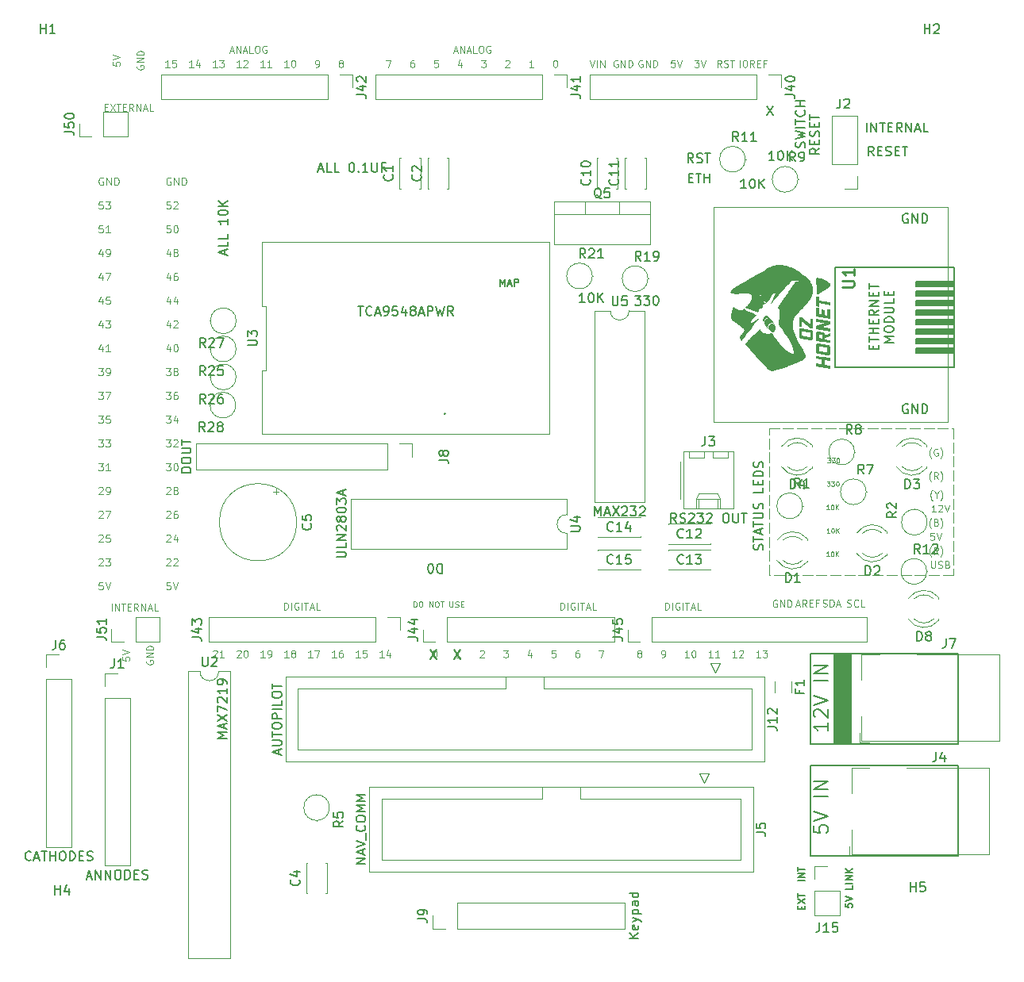
<source format=gbr>
G04 #@! TF.GenerationSoftware,KiCad,Pcbnew,9.0.4*
G04 #@! TF.CreationDate,2025-12-01T20:39:30+10:00*
G04 #@! TF.ProjectId,Jet Ranger DUE Prod Radio Controller,4a657420-5261-46e6-9765-722044554520,rev?*
G04 #@! TF.SameCoordinates,Original*
G04 #@! TF.FileFunction,Legend,Top*
G04 #@! TF.FilePolarity,Positive*
%FSLAX46Y46*%
G04 Gerber Fmt 4.6, Leading zero omitted, Abs format (unit mm)*
G04 Created by KiCad (PCBNEW 9.0.4) date 2025-12-01 20:39:30*
%MOMM*%
%LPD*%
G01*
G04 APERTURE LIST*
%ADD10C,0.000000*%
%ADD11C,0.100000*%
%ADD12C,0.150000*%
%ADD13C,0.200000*%
%ADD14C,0.093750*%
%ADD15C,0.187500*%
%ADD16C,0.254000*%
%ADD17C,0.120000*%
G04 APERTURE END LIST*
D10*
G36*
X114465231Y-67128147D02*
G01*
X114480102Y-67128924D01*
X114495699Y-67130263D01*
X114512047Y-67132160D01*
X114529166Y-67134612D01*
X114985572Y-67207108D01*
X115003857Y-67210252D01*
X115021221Y-67213779D01*
X115037688Y-67217689D01*
X115053278Y-67221980D01*
X115068016Y-67226652D01*
X115081922Y-67231703D01*
X115095019Y-67237132D01*
X115107330Y-67242939D01*
X115118876Y-67249122D01*
X115129681Y-67255680D01*
X115139765Y-67262613D01*
X115149152Y-67269919D01*
X115157865Y-67277597D01*
X115165924Y-67285646D01*
X115173352Y-67294066D01*
X115180173Y-67302855D01*
X115186407Y-67312012D01*
X115192078Y-67321536D01*
X115197207Y-67331426D01*
X115201817Y-67341682D01*
X115205930Y-67352301D01*
X115209569Y-67363284D01*
X115212755Y-67374629D01*
X115215511Y-67386335D01*
X115219823Y-67410826D01*
X115222682Y-67436749D01*
X115224267Y-67464096D01*
X115224755Y-67492858D01*
X115224755Y-67531223D01*
X115767416Y-67311883D01*
X115767416Y-67637585D01*
X115224755Y-67856925D01*
X115224755Y-67965933D01*
X115767416Y-68050070D01*
X115767416Y-68361221D01*
X114924717Y-68228132D01*
X114278076Y-68126006D01*
X114278076Y-67862216D01*
X114578642Y-67862216D01*
X114924717Y-67916985D01*
X114924717Y-67535985D01*
X114924705Y-67529643D01*
X114924618Y-67522359D01*
X114924523Y-67518658D01*
X114924382Y-67515075D01*
X114924185Y-67511727D01*
X114923924Y-67508733D01*
X114922271Y-67508324D01*
X114920277Y-67507886D01*
X114917924Y-67507417D01*
X114915192Y-67506914D01*
X114912064Y-67506374D01*
X114908520Y-67505794D01*
X114904542Y-67505170D01*
X114900111Y-67504500D01*
X114594253Y-67455551D01*
X114585455Y-67454526D01*
X114581826Y-67454100D01*
X114578642Y-67453699D01*
X114578642Y-67862216D01*
X114278076Y-67862216D01*
X114278076Y-67353423D01*
X114278470Y-67325975D01*
X114279042Y-67312348D01*
X114279937Y-67298844D01*
X114281206Y-67285512D01*
X114282904Y-67272395D01*
X114285084Y-67259541D01*
X114287800Y-67246994D01*
X114291105Y-67234801D01*
X114295052Y-67223007D01*
X114299696Y-67211658D01*
X114305089Y-67200800D01*
X114311285Y-67190478D01*
X114318338Y-67180738D01*
X114326300Y-67171626D01*
X114330640Y-67167319D01*
X114335226Y-67163187D01*
X114335490Y-67163717D01*
X114343354Y-67157518D01*
X114351680Y-67151918D01*
X114360491Y-67146913D01*
X114369808Y-67142501D01*
X114379653Y-67138677D01*
X114390050Y-67135440D01*
X114401019Y-67132785D01*
X114412583Y-67130710D01*
X114424765Y-67129212D01*
X114437585Y-67128287D01*
X114451067Y-67127933D01*
X114465231Y-67128147D01*
G37*
G36*
X114470245Y-61430549D02*
G01*
X114490007Y-61431784D01*
X114574660Y-61439938D01*
X114658141Y-61451217D01*
X114740418Y-61465637D01*
X114821460Y-61483216D01*
X114901235Y-61503972D01*
X114979712Y-61527922D01*
X115056860Y-61555083D01*
X115132647Y-61585474D01*
X115207042Y-61619110D01*
X115280013Y-61656010D01*
X115351529Y-61696192D01*
X115421559Y-61739672D01*
X115490071Y-61786468D01*
X115557035Y-61836598D01*
X115622417Y-61890078D01*
X115686188Y-61946927D01*
X115700204Y-61960320D01*
X115713284Y-61973568D01*
X115725429Y-61986680D01*
X115736643Y-61999665D01*
X115746927Y-62012535D01*
X115756285Y-62025297D01*
X115764719Y-62037963D01*
X115772231Y-62050540D01*
X115778824Y-62063040D01*
X115784501Y-62075472D01*
X115789264Y-62087845D01*
X115793116Y-62100169D01*
X115796059Y-62112453D01*
X115798096Y-62124708D01*
X115799230Y-62136943D01*
X115799462Y-62149168D01*
X115798797Y-62161391D01*
X115797235Y-62173624D01*
X115794780Y-62185875D01*
X115791434Y-62198154D01*
X115787201Y-62210471D01*
X115782081Y-62222836D01*
X115776079Y-62235257D01*
X115769197Y-62247746D01*
X115761436Y-62260310D01*
X115752800Y-62272961D01*
X115743292Y-62285707D01*
X115732913Y-62298559D01*
X115721667Y-62311525D01*
X115709556Y-62324616D01*
X115682748Y-62351210D01*
X115609568Y-62417900D01*
X115533234Y-62483214D01*
X115454395Y-62546981D01*
X115373699Y-62609026D01*
X115291793Y-62669179D01*
X115209326Y-62727267D01*
X115045301Y-62836556D01*
X114886807Y-62935513D01*
X114739029Y-63022760D01*
X114607151Y-63096916D01*
X114496356Y-63156602D01*
X114489795Y-63159773D01*
X114483171Y-63162445D01*
X114476503Y-63164631D01*
X114469806Y-63166341D01*
X114463101Y-63167584D01*
X114456403Y-63168373D01*
X114449732Y-63168717D01*
X114443105Y-63168628D01*
X114436539Y-63168116D01*
X114430053Y-63167192D01*
X114423663Y-63165867D01*
X114417389Y-63164151D01*
X114411248Y-63162054D01*
X114405257Y-63159589D01*
X114399434Y-63156765D01*
X114393797Y-63153593D01*
X114388365Y-63150083D01*
X114383153Y-63146248D01*
X114378182Y-63142096D01*
X114373467Y-63137640D01*
X114369028Y-63132889D01*
X114364881Y-63127854D01*
X114361045Y-63122547D01*
X114357537Y-63116977D01*
X114354375Y-63111155D01*
X114351577Y-63105093D01*
X114349161Y-63098801D01*
X114347144Y-63092289D01*
X114345545Y-63085569D01*
X114344380Y-63078651D01*
X114343669Y-63071545D01*
X114343427Y-63064263D01*
X114341009Y-62773680D01*
X114336846Y-62598212D01*
X114329835Y-62413024D01*
X114319313Y-62225914D01*
X114304621Y-62044679D01*
X114285098Y-61877117D01*
X114273318Y-61800901D01*
X114260084Y-61731028D01*
X114260349Y-61731027D01*
X114252928Y-61691119D01*
X114248079Y-61654131D01*
X114246640Y-61636725D01*
X114245870Y-61620042D01*
X114245779Y-61604080D01*
X114246375Y-61588834D01*
X114247667Y-61574304D01*
X114249664Y-61560486D01*
X114252375Y-61547378D01*
X114255809Y-61534979D01*
X114259975Y-61523284D01*
X114264881Y-61512292D01*
X114270537Y-61502000D01*
X114276951Y-61492406D01*
X114284133Y-61483507D01*
X114292091Y-61475301D01*
X114300834Y-61467786D01*
X114310371Y-61460958D01*
X114320712Y-61454816D01*
X114331864Y-61449357D01*
X114343837Y-61444578D01*
X114356640Y-61440477D01*
X114370282Y-61437052D01*
X114384772Y-61434300D01*
X114400117Y-61432219D01*
X114416329Y-61430805D01*
X114433415Y-61430057D01*
X114451384Y-61429973D01*
X114470245Y-61430549D01*
G37*
D11*
X109249000Y-77482000D02*
X110349000Y-77482000D01*
X110749000Y-77482000D02*
X111849000Y-77482000D01*
X112249000Y-77482000D02*
X113349000Y-77482000D01*
X113749000Y-77482000D02*
X114849000Y-77482000D01*
X115249000Y-77482000D02*
X116349000Y-77482000D01*
X116749000Y-77482000D02*
X117849000Y-77482000D01*
X118249000Y-77482000D02*
X119349000Y-77482000D01*
X119749000Y-77482000D02*
X120849000Y-77482000D01*
X121249000Y-77482000D02*
X122349000Y-77482000D01*
X122749000Y-77482000D02*
X123849000Y-77482000D01*
X124249000Y-77482000D02*
X125349000Y-77482000D01*
X125749000Y-77482000D02*
X126849000Y-77482000D01*
X127249000Y-77482000D02*
X128349000Y-77482000D01*
X128749000Y-77482000D02*
X128891800Y-77482000D01*
X128891800Y-77482000D02*
X128891800Y-78582000D01*
X128891800Y-78982000D02*
X128891800Y-80082000D01*
X128891800Y-80482000D02*
X128891800Y-81582000D01*
X128891800Y-81982000D02*
X128891800Y-83082000D01*
X128891800Y-83482000D02*
X128891800Y-84582000D01*
X128891800Y-84982000D02*
X128891800Y-86082000D01*
X128891800Y-86482000D02*
X128891800Y-87582000D01*
X128891800Y-87982000D02*
X128891800Y-89082000D01*
X128891800Y-89482000D02*
X128891800Y-90582000D01*
X128891800Y-90982000D02*
X128891800Y-92082000D01*
X128891800Y-92482000D02*
X128891800Y-93158000D01*
X128891800Y-93158000D02*
X127791800Y-93158000D01*
X127391800Y-93158000D02*
X126291800Y-93158000D01*
X125891800Y-93158000D02*
X124791800Y-93158000D01*
X124391800Y-93158000D02*
X123291800Y-93158000D01*
X122891800Y-93158000D02*
X121791800Y-93158000D01*
X121391800Y-93158000D02*
X120291800Y-93158000D01*
X119891800Y-93158000D02*
X118791800Y-93158000D01*
X118391800Y-93158000D02*
X117291800Y-93158000D01*
X116891800Y-93158000D02*
X115791800Y-93158000D01*
X115391800Y-93158000D02*
X114291800Y-93158000D01*
X113891800Y-93158000D02*
X112791800Y-93158000D01*
X112391800Y-93158000D02*
X111291800Y-93158000D01*
X110891800Y-93158000D02*
X109791800Y-93158000D01*
X109391800Y-93158000D02*
X109249000Y-93158000D01*
X109249000Y-93158000D02*
X109249000Y-92058000D01*
X109249000Y-91658000D02*
X109249000Y-90558000D01*
X109249000Y-90158000D02*
X109249000Y-89058000D01*
X109249000Y-88658000D02*
X109249000Y-87558000D01*
X109249000Y-87158000D02*
X109249000Y-86058000D01*
X109249000Y-85658000D02*
X109249000Y-84558000D01*
X109249000Y-84158000D02*
X109249000Y-83058000D01*
X109249000Y-82658000D02*
X109249000Y-81558000D01*
X109249000Y-81158000D02*
X109249000Y-80058000D01*
X109249000Y-79658000D02*
X109249000Y-78558000D01*
X109249000Y-78158000D02*
X109249000Y-77482000D01*
D10*
G36*
X114578642Y-64627421D02*
G01*
X114578642Y-65274063D01*
X114871800Y-65320894D01*
X114871800Y-64802046D01*
X115172102Y-64849142D01*
X115172102Y-65368254D01*
X115467377Y-65415086D01*
X115467377Y-64768708D01*
X115767679Y-64815804D01*
X115767679Y-65772802D01*
X114278339Y-65537587D01*
X114278339Y-64580325D01*
X114578642Y-64627421D01*
G37*
D12*
X124953042Y-66867283D02*
X129017042Y-66867283D01*
X129017042Y-67375283D01*
X124953042Y-67375283D01*
X124953042Y-66867283D01*
G36*
X124953042Y-66867283D02*
G01*
X129017042Y-66867283D01*
X129017042Y-67375283D01*
X124953042Y-67375283D01*
X124953042Y-66867283D01*
G37*
D10*
G36*
X112741904Y-65637600D02*
G01*
X113638313Y-66402775D01*
X113638313Y-65782062D01*
X113938615Y-65829158D01*
X113938615Y-66843306D01*
X113645721Y-66797797D01*
X112749577Y-66023627D01*
X112749577Y-66655452D01*
X112449274Y-66608356D01*
X112449274Y-65592092D01*
X112741904Y-65637600D01*
G37*
G36*
X112636431Y-66782071D02*
G01*
X112651301Y-66782849D01*
X112666899Y-66784188D01*
X112683246Y-66786085D01*
X112700365Y-66788537D01*
X113699432Y-66947287D01*
X113717716Y-66950428D01*
X113735081Y-66953949D01*
X113751547Y-66957847D01*
X113767138Y-66962123D01*
X113781876Y-66966774D01*
X113795782Y-66971801D01*
X113808879Y-66977202D01*
X113821190Y-66982977D01*
X113832736Y-66989124D01*
X113843541Y-66995642D01*
X113853625Y-67002531D01*
X113863013Y-67009790D01*
X113871725Y-67017418D01*
X113879784Y-67025413D01*
X113887213Y-67033775D01*
X113894033Y-67042504D01*
X113900267Y-67051597D01*
X113905938Y-67061055D01*
X113911067Y-67070876D01*
X113915677Y-67081059D01*
X113919790Y-67091604D01*
X113923429Y-67102509D01*
X113926615Y-67113774D01*
X113929372Y-67125397D01*
X113933683Y-67149716D01*
X113936542Y-67175458D01*
X113938127Y-67202617D01*
X113938615Y-67231185D01*
X113938615Y-67834435D01*
X113938221Y-67862091D01*
X113937646Y-67875830D01*
X113936747Y-67889447D01*
X113935470Y-67902895D01*
X113933760Y-67916127D01*
X113931563Y-67929097D01*
X113928826Y-67941756D01*
X113925493Y-67954059D01*
X113921511Y-67965959D01*
X113916824Y-67977408D01*
X113911380Y-67988360D01*
X113905123Y-67998768D01*
X113898000Y-68008585D01*
X113889956Y-68017764D01*
X113885571Y-68022099D01*
X113880936Y-68026258D01*
X113873145Y-68032416D01*
X113864845Y-68037992D01*
X113856022Y-68042988D01*
X113846664Y-68047404D01*
X113836757Y-68051242D01*
X113826288Y-68054503D01*
X113815244Y-68057188D01*
X113803611Y-68059298D01*
X113791377Y-68060835D01*
X113778529Y-68061799D01*
X113765052Y-68062191D01*
X113750934Y-68062014D01*
X113736163Y-68061268D01*
X113720723Y-68059954D01*
X113704604Y-68058073D01*
X113687790Y-68055627D01*
X113637784Y-68047681D01*
X112688723Y-67896877D01*
X112670438Y-67893733D01*
X112653074Y-67890206D01*
X112636607Y-67886296D01*
X112621017Y-67882005D01*
X112606279Y-67877333D01*
X112592373Y-67872282D01*
X112579276Y-67866853D01*
X112566965Y-67861046D01*
X112555419Y-67854864D01*
X112544615Y-67848305D01*
X112534530Y-67841373D01*
X112525143Y-67834067D01*
X112516431Y-67826389D01*
X112508371Y-67818339D01*
X112500943Y-67809920D01*
X112494122Y-67801131D01*
X112487888Y-67791974D01*
X112482217Y-67782450D01*
X112477088Y-67772559D01*
X112472478Y-67762304D01*
X112468365Y-67751684D01*
X112464726Y-67740701D01*
X112461540Y-67729356D01*
X112458784Y-67717651D01*
X112454472Y-67693160D01*
X112451613Y-67667237D01*
X112450029Y-67639889D01*
X112449540Y-67611127D01*
X112449540Y-67565883D01*
X112749577Y-67565883D01*
X112749594Y-67572497D01*
X112749710Y-67580303D01*
X112749836Y-67584218D01*
X112750024Y-67587909D01*
X112750286Y-67591204D01*
X112750449Y-67592648D01*
X112750636Y-67593928D01*
X112751922Y-67594373D01*
X112753633Y-67594908D01*
X112755821Y-67595524D01*
X112758540Y-67596210D01*
X112760114Y-67596578D01*
X112761841Y-67596959D01*
X112763727Y-67597354D01*
X112765779Y-67597761D01*
X112768002Y-67598178D01*
X112770405Y-67598606D01*
X112772992Y-67599042D01*
X112775771Y-67599485D01*
X113622703Y-67734687D01*
X113627329Y-67735233D01*
X113631335Y-67735679D01*
X113634795Y-67736027D01*
X113637784Y-67736275D01*
X113637784Y-67718812D01*
X113638313Y-67718812D01*
X113638313Y-67276165D01*
X113638300Y-67269823D01*
X113638213Y-67262539D01*
X113638119Y-67258838D01*
X113637978Y-67255254D01*
X113637781Y-67251907D01*
X113637518Y-67248912D01*
X113635866Y-67248503D01*
X113633872Y-67248065D01*
X113631519Y-67247596D01*
X113628787Y-67247094D01*
X113625659Y-67246554D01*
X113622115Y-67245973D01*
X113618137Y-67245349D01*
X113613706Y-67244679D01*
X112765187Y-67109477D01*
X112756390Y-67108452D01*
X112752760Y-67108026D01*
X112749577Y-67107625D01*
X112749577Y-67565883D01*
X112449540Y-67565883D01*
X112449540Y-67007877D01*
X112449934Y-66980429D01*
X112450506Y-66966801D01*
X112451400Y-66953298D01*
X112452670Y-66939966D01*
X112454368Y-66926849D01*
X112456548Y-66913995D01*
X112459263Y-66901448D01*
X112462568Y-66889255D01*
X112466516Y-66877461D01*
X112471159Y-66866112D01*
X112476552Y-66855254D01*
X112482748Y-66844932D01*
X112489801Y-66835192D01*
X112497763Y-66826080D01*
X112502103Y-66821774D01*
X112506690Y-66817641D01*
X112514553Y-66811443D01*
X112522879Y-66805843D01*
X112531690Y-66800838D01*
X112541007Y-66796425D01*
X112550853Y-66792602D01*
X112561249Y-66789364D01*
X112572219Y-66786709D01*
X112583783Y-66784635D01*
X112595964Y-66783136D01*
X112608785Y-66782212D01*
X112622266Y-66781858D01*
X112636431Y-66782071D01*
G37*
D12*
X124953042Y-61787283D02*
X129017042Y-61787283D01*
X129017042Y-62295283D01*
X124953042Y-62295283D01*
X124953042Y-61787283D01*
G36*
X124953042Y-61787283D02*
G01*
X129017042Y-61787283D01*
X129017042Y-62295283D01*
X124953042Y-62295283D01*
X124953042Y-61787283D01*
G37*
D13*
X113669042Y-101511283D02*
X129417042Y-101511283D01*
X129417042Y-111163283D01*
X113669042Y-111163283D01*
X113669042Y-101511283D01*
D12*
X124953042Y-65851283D02*
X129017042Y-65851283D01*
X129017042Y-66359283D01*
X124953042Y-66359283D01*
X124953042Y-65851283D01*
G36*
X124953042Y-65851283D02*
G01*
X129017042Y-65851283D01*
X129017042Y-66359283D01*
X124953042Y-66359283D01*
X124953042Y-65851283D01*
G37*
D10*
G36*
X109627628Y-66323299D02*
G01*
X109652852Y-66326596D01*
X109678117Y-66331647D01*
X109703361Y-66338500D01*
X109728525Y-66347206D01*
X109753550Y-66357813D01*
X109778376Y-66370371D01*
X109802944Y-66384928D01*
X109827194Y-66401534D01*
X109851067Y-66420238D01*
X109852501Y-66421453D01*
X109853926Y-66422715D01*
X109855336Y-66424022D01*
X109856726Y-66425372D01*
X109858094Y-66426762D01*
X109859434Y-66428191D01*
X109860742Y-66429654D01*
X109862014Y-66431152D01*
X109863245Y-66432680D01*
X109864433Y-66434237D01*
X109865571Y-66435820D01*
X109866656Y-66437427D01*
X109867684Y-66439056D01*
X109868651Y-66440705D01*
X109869551Y-66442370D01*
X109870381Y-66444050D01*
X109885661Y-66476565D01*
X109900742Y-66509105D01*
X109915327Y-66541793D01*
X109922341Y-66558232D01*
X109929119Y-66574754D01*
X109933770Y-66586744D01*
X109938098Y-66598801D01*
X109942104Y-66610924D01*
X109945788Y-66623111D01*
X109949149Y-66635362D01*
X109952187Y-66647675D01*
X109954903Y-66660050D01*
X109957297Y-66672485D01*
X109959368Y-66684978D01*
X109961117Y-66697530D01*
X109962543Y-66710138D01*
X109963647Y-66722801D01*
X109964428Y-66735519D01*
X109964887Y-66748289D01*
X109965024Y-66761112D01*
X109964838Y-66773986D01*
X109963373Y-66801751D01*
X109960497Y-66828904D01*
X109956259Y-66855463D01*
X109950703Y-66881448D01*
X109943878Y-66906877D01*
X109935830Y-66931771D01*
X109926606Y-66956149D01*
X109916254Y-66980030D01*
X109904819Y-67003433D01*
X109892349Y-67026379D01*
X109878890Y-67048885D01*
X109864490Y-67070972D01*
X109849196Y-67092659D01*
X109833054Y-67113966D01*
X109816112Y-67134911D01*
X109798415Y-67155515D01*
X109789974Y-67164782D01*
X109781312Y-67173719D01*
X109772421Y-67182304D01*
X109763291Y-67190518D01*
X109753914Y-67198340D01*
X109744279Y-67205749D01*
X109734377Y-67212724D01*
X109724199Y-67219246D01*
X109713736Y-67225293D01*
X109702979Y-67230846D01*
X109691918Y-67235883D01*
X109680543Y-67240384D01*
X109668846Y-67244328D01*
X109656817Y-67247696D01*
X109644447Y-67250465D01*
X109631727Y-67252617D01*
X109628641Y-67252963D01*
X109625632Y-67253201D01*
X109622693Y-67253322D01*
X109619821Y-67253319D01*
X109617011Y-67253183D01*
X109614259Y-67252905D01*
X109611559Y-67252476D01*
X109608907Y-67251889D01*
X109606299Y-67251134D01*
X109603729Y-67250203D01*
X109601194Y-67249088D01*
X109598688Y-67247780D01*
X109596206Y-67246270D01*
X109593745Y-67244550D01*
X109591300Y-67242611D01*
X109588865Y-67240446D01*
X109411065Y-67074883D01*
X109321718Y-66992647D01*
X109231677Y-66911304D01*
X109223705Y-66903906D01*
X109216267Y-66896388D01*
X109209379Y-66888732D01*
X109203053Y-66880922D01*
X109197303Y-66872944D01*
X109192145Y-66864781D01*
X109187591Y-66856417D01*
X109183655Y-66847837D01*
X109180352Y-66839024D01*
X109177696Y-66829963D01*
X109175700Y-66820637D01*
X109174378Y-66811031D01*
X109173745Y-66801129D01*
X109173814Y-66790915D01*
X109174599Y-66780373D01*
X109176115Y-66769487D01*
X109167648Y-66769487D01*
X109170828Y-66750483D01*
X109173738Y-66731408D01*
X109179455Y-66693254D01*
X109182616Y-66674281D01*
X109186214Y-66655448D01*
X109190426Y-66636806D01*
X109192818Y-66627574D01*
X109195429Y-66618410D01*
X109195429Y-66618411D01*
X109203298Y-66594943D01*
X109212577Y-66572098D01*
X109223206Y-66549925D01*
X109235126Y-66528473D01*
X109248278Y-66507791D01*
X109262601Y-66487929D01*
X109278036Y-66468935D01*
X109294524Y-66450859D01*
X109312005Y-66433750D01*
X109330419Y-66417658D01*
X109349707Y-66402631D01*
X109369809Y-66388718D01*
X109390666Y-66375969D01*
X109412218Y-66364432D01*
X109434405Y-66354158D01*
X109457168Y-66345195D01*
X109480448Y-66337593D01*
X109504184Y-66331400D01*
X109528317Y-66326665D01*
X109552787Y-66323439D01*
X109577536Y-66321770D01*
X109602502Y-66321707D01*
X109627628Y-66323299D01*
G37*
D12*
X124953042Y-68899283D02*
X129017042Y-68899283D01*
X129017042Y-69407283D01*
X124953042Y-69407283D01*
X124953042Y-68899283D01*
G36*
X124953042Y-68899283D02*
G01*
X129017042Y-68899283D01*
X129017042Y-69407283D01*
X124953042Y-69407283D01*
X124953042Y-68899283D01*
G37*
D10*
G36*
X114578642Y-63452671D02*
G01*
X114578642Y-63819119D01*
X115767679Y-64007238D01*
X115767679Y-64318122D01*
X114578642Y-64130004D01*
X114578642Y-64496187D01*
X114278339Y-64449092D01*
X114278339Y-63405575D01*
X114578642Y-63452671D01*
G37*
G36*
X115767680Y-69981794D02*
G01*
X115767680Y-70292679D01*
X115172102Y-70198752D01*
X115172102Y-70685056D01*
X115767680Y-70778983D01*
X115767680Y-71089869D01*
X114278340Y-70854654D01*
X114278340Y-70543769D01*
X114871800Y-70637696D01*
X114871800Y-70151392D01*
X114278340Y-70057465D01*
X114278340Y-69746579D01*
X115767680Y-69981794D01*
G37*
D13*
X113669042Y-113466983D02*
X129417042Y-113466983D01*
X129417042Y-123118983D01*
X113669042Y-123118983D01*
X113669042Y-113466983D01*
D10*
G36*
X105708552Y-64681892D02*
G01*
X105848682Y-64751126D01*
X105986828Y-64821624D01*
X106022385Y-64838855D01*
X106057709Y-64853345D01*
X106092783Y-64865101D01*
X106127590Y-64874128D01*
X106162113Y-64880432D01*
X106196336Y-64884021D01*
X106230241Y-64884899D01*
X106263813Y-64883074D01*
X106297035Y-64878551D01*
X106329889Y-64871337D01*
X106362360Y-64861438D01*
X106394431Y-64848860D01*
X106426084Y-64833609D01*
X106457304Y-64815692D01*
X106488073Y-64795115D01*
X106518375Y-64771883D01*
X106539306Y-64753635D01*
X106560411Y-64735039D01*
X106603042Y-64697006D01*
X106603406Y-64715659D01*
X106603526Y-64724985D01*
X106603571Y-64734312D01*
X106603590Y-64734890D01*
X106603647Y-64735482D01*
X106603740Y-64736086D01*
X106603867Y-64736701D01*
X106604027Y-64737326D01*
X106604220Y-64737958D01*
X106604443Y-64738597D01*
X106604696Y-64739240D01*
X106605283Y-64740534D01*
X106605971Y-64741828D01*
X106606749Y-64743109D01*
X106607606Y-64744366D01*
X106608531Y-64745585D01*
X106609514Y-64746755D01*
X106610543Y-64747863D01*
X106611608Y-64748897D01*
X106612698Y-64749844D01*
X106613801Y-64750691D01*
X106614908Y-64751427D01*
X106615459Y-64751749D01*
X106616007Y-64752039D01*
X107102046Y-64993604D01*
X107392294Y-65136743D01*
X107712705Y-65294700D01*
X107809145Y-65341729D01*
X107907173Y-65389156D01*
X107896404Y-65401852D01*
X107886106Y-65414127D01*
X107881033Y-65420098D01*
X107875957Y-65425954D01*
X107870837Y-65431693D01*
X107865634Y-65437310D01*
X107838713Y-65465637D01*
X107811593Y-65493865D01*
X107757155Y-65550023D01*
X107666502Y-65644181D01*
X107643738Y-65667605D01*
X107620791Y-65690852D01*
X107597590Y-65713856D01*
X107574063Y-65736554D01*
X107556499Y-65753862D01*
X107539589Y-65771629D01*
X107523280Y-65789820D01*
X107507520Y-65808397D01*
X107492257Y-65827325D01*
X107477437Y-65846566D01*
X107448915Y-65885845D01*
X107421535Y-65925943D01*
X107394874Y-65966568D01*
X107342024Y-66048233D01*
X107340419Y-66050690D01*
X107338871Y-66053193D01*
X107335901Y-66058296D01*
X107330151Y-66068606D01*
X107327190Y-66073653D01*
X107325649Y-66076114D01*
X107324053Y-66078520D01*
X107322390Y-66080860D01*
X107320649Y-66083126D01*
X107318819Y-66085307D01*
X107316888Y-66087392D01*
X107314973Y-66089453D01*
X107313194Y-66091519D01*
X107311548Y-66093591D01*
X107310032Y-66095669D01*
X107308643Y-66097753D01*
X107307377Y-66099844D01*
X107306230Y-66101942D01*
X107305201Y-66104048D01*
X107304285Y-66106162D01*
X107303480Y-66108285D01*
X107302781Y-66110416D01*
X107302187Y-66112558D01*
X107301693Y-66114709D01*
X107301296Y-66116870D01*
X107300782Y-66121225D01*
X107300618Y-66125627D01*
X107300778Y-66130079D01*
X107301237Y-66134584D01*
X107301968Y-66139147D01*
X107302946Y-66143769D01*
X107304144Y-66148456D01*
X107305537Y-66153210D01*
X107307099Y-66158035D01*
X107311745Y-66172556D01*
X107316190Y-66187135D01*
X107324660Y-66216409D01*
X107341230Y-66274981D01*
X107341493Y-66275770D01*
X107341787Y-66276552D01*
X107342112Y-66277336D01*
X107342466Y-66278127D01*
X107343262Y-66279757D01*
X107344173Y-66281496D01*
X107346327Y-66285511D01*
X107347564Y-66287891D01*
X107348903Y-66290591D01*
X108125984Y-65765658D01*
X108130747Y-65769892D01*
X108070422Y-65851383D01*
X107698947Y-66350123D01*
X107381182Y-66777954D01*
X107013676Y-67274048D01*
X106732688Y-67651873D01*
X106386349Y-68119392D01*
X106386348Y-68118862D01*
X106374707Y-68134373D01*
X106368861Y-68142191D01*
X106363065Y-68150083D01*
X106328901Y-68114629D01*
X106294538Y-68079175D01*
X106266187Y-68048057D01*
X106240981Y-68017251D01*
X106218943Y-67986663D01*
X106200098Y-67956201D01*
X106191881Y-67940989D01*
X106184472Y-67925774D01*
X106177874Y-67910544D01*
X106172090Y-67895288D01*
X106167122Y-67879995D01*
X106162975Y-67864652D01*
X106159651Y-67849249D01*
X106157153Y-67833774D01*
X106155485Y-67818215D01*
X106154649Y-67802560D01*
X106154649Y-67786799D01*
X106155487Y-67770920D01*
X106157167Y-67754910D01*
X106159692Y-67738760D01*
X106163066Y-67722456D01*
X106167290Y-67705988D01*
X106172368Y-67689344D01*
X106178304Y-67672513D01*
X106185100Y-67655482D01*
X106192760Y-67638241D01*
X106210683Y-67603082D01*
X106232096Y-67566941D01*
X106261907Y-67521952D01*
X106291595Y-67479872D01*
X106349916Y-67403675D01*
X106405693Y-67336815D01*
X106457554Y-67277756D01*
X106504133Y-67224961D01*
X106544059Y-67176895D01*
X106561099Y-67154156D01*
X106575963Y-67132022D01*
X106588480Y-67110303D01*
X106598478Y-67088806D01*
X106605786Y-67067339D01*
X106610234Y-67045711D01*
X106611649Y-67023729D01*
X106609861Y-67001201D01*
X106604699Y-66977935D01*
X106595992Y-66953739D01*
X106583568Y-66928422D01*
X106567257Y-66901791D01*
X106546887Y-66873655D01*
X106522288Y-66843820D01*
X106493287Y-66812096D01*
X106459714Y-66778290D01*
X106421399Y-66742211D01*
X106378169Y-66703665D01*
X106276282Y-66618410D01*
X106080151Y-66477995D01*
X105881986Y-66340432D01*
X105681937Y-66205598D01*
X105480150Y-66073368D01*
X105439031Y-66045971D01*
X105402129Y-66015443D01*
X105369276Y-65981965D01*
X105340303Y-65945718D01*
X105315041Y-65906884D01*
X105293324Y-65865643D01*
X105274980Y-65822175D01*
X105259844Y-65776663D01*
X105247744Y-65729286D01*
X105238515Y-65680226D01*
X105231986Y-65629664D01*
X105227989Y-65577780D01*
X105226919Y-65470771D01*
X105233956Y-65360647D01*
X105247752Y-65248855D01*
X105266959Y-65136841D01*
X105290230Y-65026054D01*
X105316216Y-64917941D01*
X105420355Y-64541166D01*
X105708552Y-64681892D01*
G37*
G36*
X110496842Y-60033021D02*
G01*
X110624533Y-60043002D01*
X110752951Y-60059475D01*
X110882116Y-60082326D01*
X111012047Y-60111440D01*
X111142765Y-60146702D01*
X111315607Y-60200705D01*
X111483148Y-60260044D01*
X111645762Y-60324608D01*
X111803822Y-60394282D01*
X111957700Y-60468952D01*
X112107771Y-60548505D01*
X112254406Y-60632828D01*
X112397981Y-60721807D01*
X112538867Y-60815328D01*
X112677438Y-60913278D01*
X112814068Y-61015543D01*
X112949129Y-61122010D01*
X113082994Y-61232565D01*
X113216038Y-61347094D01*
X113348633Y-61465485D01*
X113481152Y-61587622D01*
X113564203Y-61673071D01*
X113639068Y-61766027D01*
X113705663Y-61865781D01*
X113763901Y-61971623D01*
X113813696Y-62082846D01*
X113854962Y-62198738D01*
X113887613Y-62318592D01*
X113911563Y-62441697D01*
X113926726Y-62567345D01*
X113933016Y-62694826D01*
X113930347Y-62823431D01*
X113918632Y-62952450D01*
X113897787Y-63081176D01*
X113867724Y-63208897D01*
X113828358Y-63334905D01*
X113779602Y-63458491D01*
X113763291Y-63494871D01*
X113746215Y-63531146D01*
X113728380Y-63567265D01*
X113709798Y-63603172D01*
X113690476Y-63638815D01*
X113670423Y-63674138D01*
X113649649Y-63709088D01*
X113628161Y-63743612D01*
X113605970Y-63777655D01*
X113583085Y-63811164D01*
X113559513Y-63844084D01*
X113535264Y-63876362D01*
X113510347Y-63907944D01*
X113484770Y-63938777D01*
X113458543Y-63968805D01*
X113431675Y-63997975D01*
X113287541Y-64150033D01*
X113148352Y-64299290D01*
X112877208Y-64592197D01*
X112741452Y-64737240D01*
X112603038Y-64882275D01*
X112460066Y-65027998D01*
X112310636Y-65175107D01*
X112219097Y-65263617D01*
X112137239Y-65355047D01*
X112064733Y-65449214D01*
X112001248Y-65545934D01*
X111946455Y-65645026D01*
X111900023Y-65746305D01*
X111861622Y-65849590D01*
X111830922Y-65954697D01*
X111807592Y-66061445D01*
X111791304Y-66169649D01*
X111781726Y-66279128D01*
X111778529Y-66389698D01*
X111781382Y-66501176D01*
X111789955Y-66613381D01*
X111803919Y-66726129D01*
X111822943Y-66839237D01*
X111874850Y-67065802D01*
X111943036Y-67291616D01*
X112024859Y-67515214D01*
X112117680Y-67735136D01*
X112218857Y-67949919D01*
X112325749Y-68158100D01*
X112435716Y-68358218D01*
X112546115Y-68548809D01*
X112870593Y-69078868D01*
X112946760Y-69214197D01*
X112982554Y-69282899D01*
X113016449Y-69352443D01*
X113048162Y-69422941D01*
X113077413Y-69494503D01*
X113103921Y-69567244D01*
X113127404Y-69641273D01*
X113138141Y-69683858D01*
X113142508Y-69704229D01*
X113146194Y-69724011D01*
X113149190Y-69743225D01*
X113151486Y-69761891D01*
X113153075Y-69780029D01*
X113153945Y-69797658D01*
X113154089Y-69814800D01*
X113153496Y-69831472D01*
X113152157Y-69847696D01*
X113150063Y-69863492D01*
X113147205Y-69878879D01*
X113143574Y-69893878D01*
X113139159Y-69908508D01*
X113133953Y-69922790D01*
X113127944Y-69936743D01*
X113121125Y-69950387D01*
X113113486Y-69963742D01*
X113105018Y-69976829D01*
X113095711Y-69989667D01*
X113085556Y-70002276D01*
X113074543Y-70014676D01*
X113062664Y-70026887D01*
X113049909Y-70038929D01*
X113036269Y-70050822D01*
X113021734Y-70062586D01*
X113006295Y-70074241D01*
X112989943Y-70085807D01*
X112972669Y-70097303D01*
X112954463Y-70108751D01*
X112935317Y-70120169D01*
X112860940Y-70162869D01*
X112786042Y-70204794D01*
X112710623Y-70245864D01*
X112634684Y-70285997D01*
X112558223Y-70325113D01*
X112481242Y-70363131D01*
X112403740Y-70399971D01*
X112325716Y-70435552D01*
X112027067Y-70565678D01*
X111726431Y-70690346D01*
X111423804Y-70809557D01*
X111119183Y-70923312D01*
X110812566Y-71031609D01*
X110503948Y-71134449D01*
X110193328Y-71231832D01*
X109880701Y-71323759D01*
X109817111Y-71339868D01*
X109785944Y-71346243D01*
X109755185Y-71351503D01*
X109724828Y-71355652D01*
X109694865Y-71358693D01*
X109665288Y-71360630D01*
X109636090Y-71361466D01*
X109607264Y-71361205D01*
X109578802Y-71359850D01*
X109550697Y-71357405D01*
X109522942Y-71353873D01*
X109495528Y-71349258D01*
X109468450Y-71343564D01*
X109441698Y-71336794D01*
X109415266Y-71328951D01*
X109389147Y-71320039D01*
X109363333Y-71310062D01*
X109337816Y-71299023D01*
X109312589Y-71286926D01*
X109287645Y-71273774D01*
X109262976Y-71259571D01*
X109238576Y-71244320D01*
X109214435Y-71228025D01*
X109166907Y-71192316D01*
X109120331Y-71152473D01*
X109074649Y-71108525D01*
X109029802Y-71060498D01*
X107862989Y-69759807D01*
X107273927Y-69114645D01*
X106976420Y-68794814D01*
X106676333Y-68477371D01*
X106748729Y-68407025D01*
X106821324Y-68336878D01*
X106855956Y-68303796D01*
X106890811Y-68270864D01*
X106925913Y-68238130D01*
X106961289Y-68205644D01*
X106964224Y-68202856D01*
X106966975Y-68200040D01*
X106969534Y-68197190D01*
X106971897Y-68194296D01*
X106974059Y-68191351D01*
X106976014Y-68188348D01*
X106977756Y-68185276D01*
X106979281Y-68182129D01*
X106980582Y-68178899D01*
X106981655Y-68175576D01*
X106982493Y-68172154D01*
X106983092Y-68168623D01*
X106983446Y-68164976D01*
X106983550Y-68161205D01*
X106983398Y-68157301D01*
X106982985Y-68153257D01*
X106982459Y-68148719D01*
X106982175Y-68144325D01*
X106982138Y-68140066D01*
X106982357Y-68135931D01*
X106982835Y-68131908D01*
X106983580Y-68127989D01*
X106984598Y-68124161D01*
X106985895Y-68120415D01*
X106987478Y-68116741D01*
X106989351Y-68113128D01*
X106991523Y-68109564D01*
X106993998Y-68106041D01*
X106996784Y-68102547D01*
X106999885Y-68099073D01*
X107003309Y-68095606D01*
X107007062Y-68092138D01*
X107037272Y-68065209D01*
X107067218Y-68038035D01*
X107126555Y-67983163D01*
X107244658Y-67872798D01*
X107344704Y-67780624D01*
X107444947Y-67688648D01*
X107650000Y-67500000D01*
X107853200Y-67313205D01*
X108113814Y-67073228D01*
X108202185Y-66992993D01*
X108291349Y-66912361D01*
X108303071Y-66919277D01*
X108308679Y-66922777D01*
X108314083Y-66926363D01*
X108319256Y-66930078D01*
X108324171Y-66933964D01*
X108328801Y-66938065D01*
X108333120Y-66942424D01*
X108337102Y-66947084D01*
X108338957Y-66949540D01*
X108340718Y-66952087D01*
X108342382Y-66954731D01*
X108343944Y-66957477D01*
X108345401Y-66960331D01*
X108346751Y-66963297D01*
X108347989Y-66966382D01*
X108349113Y-66969590D01*
X108350119Y-66972927D01*
X108351003Y-66976399D01*
X108351763Y-66980010D01*
X108352395Y-66983766D01*
X108352896Y-66987673D01*
X108353262Y-66991736D01*
X108353846Y-66997046D01*
X108354786Y-67002359D01*
X108356054Y-67007669D01*
X108357619Y-67012973D01*
X108359455Y-67018266D01*
X108361531Y-67023543D01*
X108363820Y-67028802D01*
X108366293Y-67034036D01*
X108368920Y-67039243D01*
X108371674Y-67044418D01*
X108377447Y-67054653D01*
X108389245Y-67074551D01*
X108401784Y-67094396D01*
X108415164Y-67113185D01*
X108429346Y-67130965D01*
X108444291Y-67147782D01*
X108459960Y-67163685D01*
X108476314Y-67178721D01*
X108493314Y-67192937D01*
X108510921Y-67206379D01*
X108529094Y-67219096D01*
X108547796Y-67231135D01*
X108566987Y-67242543D01*
X108586629Y-67253368D01*
X108606681Y-67263656D01*
X108627104Y-67273454D01*
X108647860Y-67282811D01*
X108668910Y-67291774D01*
X108701051Y-67304292D01*
X108733551Y-67315524D01*
X108766374Y-67325572D01*
X108799482Y-67334537D01*
X108832838Y-67342523D01*
X108866405Y-67349631D01*
X108900146Y-67355964D01*
X108934023Y-67361624D01*
X108953218Y-67364406D01*
X108972495Y-67366667D01*
X108991833Y-67368507D01*
X109011215Y-67370024D01*
X109088804Y-67374853D01*
X109117222Y-67376659D01*
X109145690Y-67378193D01*
X109159926Y-67378710D01*
X109174157Y-67378983D01*
X109188375Y-67378951D01*
X109202575Y-67378557D01*
X109244708Y-67376384D01*
X109286729Y-67373422D01*
X109328576Y-67369357D01*
X109370188Y-67363873D01*
X109390887Y-67360499D01*
X109411503Y-67356651D01*
X109432029Y-67352291D01*
X109452457Y-67347377D01*
X109472780Y-67341872D01*
X109492990Y-67335735D01*
X109513079Y-67328926D01*
X109533040Y-67321407D01*
X109537871Y-67319339D01*
X109542668Y-67317116D01*
X109547471Y-67314756D01*
X109552321Y-67312279D01*
X109562321Y-67307045D01*
X109567552Y-67304326D01*
X109572991Y-67301563D01*
X109613009Y-67358349D01*
X109653425Y-67416128D01*
X109812274Y-67644000D01*
X109971718Y-67871476D01*
X110083769Y-68028770D01*
X110140564Y-68106922D01*
X110198201Y-68184478D01*
X110247629Y-68249296D01*
X110297949Y-68313495D01*
X110349262Y-68376950D01*
X110375322Y-68408359D01*
X110401666Y-68439536D01*
X110467539Y-68515678D01*
X110534355Y-68591076D01*
X110669425Y-68740632D01*
X110703179Y-68777165D01*
X110720244Y-68795265D01*
X110737455Y-68813227D01*
X110754827Y-68831027D01*
X110772376Y-68848644D01*
X110790117Y-68866056D01*
X110808066Y-68883242D01*
X110867603Y-68938830D01*
X110928018Y-68993379D01*
X110989418Y-69046744D01*
X111051913Y-69098778D01*
X111115611Y-69149337D01*
X111180620Y-69198274D01*
X111247050Y-69245444D01*
X111315008Y-69290700D01*
X111373456Y-69327148D01*
X111432747Y-69361815D01*
X111492932Y-69394610D01*
X111554059Y-69425439D01*
X111616178Y-69454210D01*
X111679339Y-69480828D01*
X111743592Y-69505202D01*
X111808985Y-69527238D01*
X111817438Y-69529837D01*
X111825956Y-69532306D01*
X111843348Y-69537027D01*
X111880687Y-69546817D01*
X111881051Y-69502698D01*
X111881022Y-69481853D01*
X111880814Y-69471583D01*
X111880423Y-69461356D01*
X111879034Y-69437548D01*
X111877248Y-69413765D01*
X111875065Y-69390031D01*
X111872485Y-69366371D01*
X111860314Y-69255180D01*
X111853584Y-69199684D01*
X111849841Y-69172004D01*
X111845763Y-69144386D01*
X111836136Y-69086838D01*
X111824956Y-69029681D01*
X111812281Y-68972908D01*
X111798171Y-68916513D01*
X111782684Y-68860491D01*
X111765879Y-68804834D01*
X111747816Y-68749537D01*
X111728552Y-68694594D01*
X111701089Y-68620755D01*
X111686820Y-68584001D01*
X111672163Y-68547387D01*
X111657097Y-68510934D01*
X111641600Y-68474663D01*
X111625650Y-68438598D01*
X111609226Y-68402759D01*
X111568764Y-68317356D01*
X111548015Y-68274832D01*
X111526840Y-68232500D01*
X111505182Y-68190415D01*
X111482982Y-68148635D01*
X111460179Y-68107214D01*
X111436717Y-68066209D01*
X111407343Y-68016472D01*
X111377396Y-67967065D01*
X111346922Y-67917967D01*
X111315968Y-67869160D01*
X111252802Y-67772348D01*
X111188273Y-67676478D01*
X111155128Y-67628566D01*
X111121453Y-67581021D01*
X111052972Y-67486705D01*
X110914694Y-67298917D01*
X110674188Y-66968452D01*
X110451144Y-66663652D01*
X110354108Y-66531129D01*
X110256675Y-66398805D01*
X110255098Y-66396534D01*
X110253734Y-66394283D01*
X110252572Y-66392046D01*
X110251602Y-66389817D01*
X110250814Y-66387592D01*
X110250196Y-66385364D01*
X110249739Y-66383128D01*
X110249432Y-66380879D01*
X110249264Y-66378612D01*
X110249226Y-66376320D01*
X110249306Y-66373999D01*
X110249494Y-66371644D01*
X110249780Y-66369247D01*
X110250153Y-66366806D01*
X110250603Y-66364313D01*
X110251119Y-66361763D01*
X110312833Y-66059179D01*
X110373356Y-65756396D01*
X110376514Y-65739581D01*
X110379276Y-65722683D01*
X110381690Y-65705716D01*
X110383807Y-65688696D01*
X110385676Y-65671639D01*
X110387346Y-65654561D01*
X110390289Y-65620401D01*
X110395271Y-65556103D01*
X110399781Y-65491780D01*
X110403646Y-65427408D01*
X110406693Y-65362961D01*
X110407154Y-65344297D01*
X110407202Y-65325614D01*
X110406921Y-65306918D01*
X110406396Y-65288216D01*
X110403518Y-65213472D01*
X110402063Y-65161216D01*
X110401560Y-65148122D01*
X110400914Y-65135039D01*
X110400082Y-65121982D01*
X110399020Y-65108961D01*
X110394811Y-65066671D01*
X110389706Y-65024584D01*
X110383379Y-64982783D01*
X110379656Y-64962015D01*
X110375506Y-64941348D01*
X110370887Y-64920793D01*
X110365759Y-64900359D01*
X110360082Y-64880058D01*
X110353814Y-64859898D01*
X110346915Y-64839890D01*
X110339345Y-64820044D01*
X110331063Y-64800370D01*
X110322027Y-64780878D01*
X110321109Y-64779046D01*
X110320144Y-64777222D01*
X110319133Y-64775410D01*
X110318079Y-64773610D01*
X110316982Y-64771826D01*
X110315846Y-64770060D01*
X110314671Y-64768314D01*
X110313461Y-64766590D01*
X110312216Y-64764892D01*
X110310939Y-64763220D01*
X110309633Y-64761578D01*
X110308297Y-64759968D01*
X110306936Y-64758391D01*
X110305550Y-64756852D01*
X110304141Y-64755351D01*
X110302712Y-64753891D01*
X110276820Y-64727552D01*
X110250755Y-64701338D01*
X110224540Y-64675272D01*
X110198202Y-64649380D01*
X110196678Y-64647868D01*
X110195286Y-64646399D01*
X110194036Y-64644962D01*
X110192935Y-64643543D01*
X110191992Y-64642130D01*
X110191583Y-64641422D01*
X110191216Y-64640711D01*
X110190893Y-64639995D01*
X110190615Y-64639273D01*
X110190383Y-64638544D01*
X110190198Y-64637805D01*
X110190061Y-64637055D01*
X110189973Y-64636293D01*
X110189936Y-64635517D01*
X110189949Y-64634725D01*
X110190015Y-64633916D01*
X110190134Y-64633089D01*
X110190308Y-64632241D01*
X110190537Y-64631372D01*
X110190823Y-64630480D01*
X110191167Y-64629563D01*
X110191569Y-64628619D01*
X110192031Y-64627647D01*
X110192554Y-64626647D01*
X110193138Y-64625615D01*
X110193786Y-64624550D01*
X110194498Y-64623452D01*
X110467019Y-64209114D01*
X110787693Y-63720163D01*
X111024495Y-63359536D01*
X111270293Y-62983564D01*
X111305880Y-62929655D01*
X111323499Y-62902601D01*
X111332157Y-62889006D01*
X111340672Y-62875349D01*
X111342721Y-62872118D01*
X111344806Y-62869084D01*
X111346940Y-62866263D01*
X111349135Y-62863674D01*
X111351403Y-62861333D01*
X111352568Y-62860260D01*
X111353755Y-62859257D01*
X111354967Y-62858323D01*
X111356205Y-62857463D01*
X111357470Y-62856677D01*
X111358763Y-62855968D01*
X111360087Y-62855338D01*
X111361443Y-62854789D01*
X111362832Y-62854324D01*
X111364255Y-62853944D01*
X111365715Y-62853652D01*
X111367212Y-62853449D01*
X111368749Y-62853339D01*
X111370326Y-62853322D01*
X111371946Y-62853401D01*
X111373610Y-62853579D01*
X111375318Y-62853857D01*
X111377074Y-62854238D01*
X111378878Y-62854723D01*
X111380731Y-62855315D01*
X111382636Y-62856016D01*
X111384593Y-62856828D01*
X111385986Y-62857409D01*
X111387339Y-62857912D01*
X111388653Y-62858339D01*
X111389928Y-62858691D01*
X111391168Y-62858969D01*
X111392372Y-62859176D01*
X111393542Y-62859312D01*
X111394680Y-62859379D01*
X111395788Y-62859378D01*
X111396865Y-62859310D01*
X111397914Y-62859178D01*
X111398936Y-62858981D01*
X111399933Y-62858723D01*
X111400906Y-62858404D01*
X111401855Y-62858025D01*
X111402783Y-62857589D01*
X111403691Y-62857096D01*
X111404580Y-62856547D01*
X111405452Y-62855945D01*
X111406308Y-62855291D01*
X111407148Y-62854585D01*
X111407976Y-62853830D01*
X111408791Y-62853027D01*
X111409596Y-62852177D01*
X111411179Y-62850343D01*
X111412736Y-62848338D01*
X111414277Y-62846174D01*
X111415814Y-62843863D01*
X111765858Y-62310199D01*
X111989430Y-61970209D01*
X112012379Y-61936061D01*
X112035501Y-61902012D01*
X112046902Y-61884901D01*
X112058077Y-61867666D01*
X112068936Y-61850257D01*
X112079388Y-61832625D01*
X112080688Y-61830432D01*
X112082009Y-61828364D01*
X112083350Y-61826418D01*
X112084712Y-61824591D01*
X112086096Y-61822880D01*
X112087501Y-61821281D01*
X112088928Y-61819792D01*
X112090377Y-61818408D01*
X112091849Y-61817127D01*
X112093343Y-61815946D01*
X112094861Y-61814861D01*
X112096402Y-61813868D01*
X112097966Y-61812966D01*
X112099555Y-61812150D01*
X112101167Y-61811417D01*
X112102805Y-61810764D01*
X112106154Y-61809686D01*
X112109604Y-61808888D01*
X112113159Y-61808345D01*
X112116819Y-61808032D01*
X112120588Y-61807921D01*
X112124468Y-61807988D01*
X112128461Y-61808205D01*
X112132570Y-61808548D01*
X112142194Y-61809519D01*
X112151818Y-61810607D01*
X112171067Y-61812914D01*
X112180691Y-61814021D01*
X112190316Y-61815022D01*
X112199940Y-61815862D01*
X112209564Y-61816485D01*
X112242588Y-61818366D01*
X112275710Y-61820024D01*
X112292277Y-61820576D01*
X112308832Y-61820839D01*
X112325363Y-61820736D01*
X112341856Y-61820190D01*
X112346679Y-61819915D01*
X112351522Y-61819491D01*
X112356379Y-61818925D01*
X112361245Y-61818222D01*
X112366113Y-61817389D01*
X112370980Y-61816432D01*
X112375838Y-61815357D01*
X112380683Y-61814171D01*
X112385510Y-61812879D01*
X112390313Y-61811488D01*
X112399825Y-61808433D01*
X112409175Y-61805055D01*
X112418321Y-61801405D01*
X112421134Y-61800166D01*
X112423771Y-61798881D01*
X112426231Y-61797553D01*
X112428514Y-61796184D01*
X112430620Y-61794776D01*
X112432549Y-61793333D01*
X112434300Y-61791855D01*
X112435874Y-61790346D01*
X112437271Y-61788808D01*
X112438490Y-61787243D01*
X112439531Y-61785654D01*
X112440394Y-61784043D01*
X112441079Y-61782412D01*
X112441587Y-61780765D01*
X112441916Y-61779102D01*
X112442067Y-61777427D01*
X112442040Y-61775742D01*
X112441835Y-61774049D01*
X112441451Y-61772351D01*
X112440888Y-61770649D01*
X112440147Y-61768948D01*
X112439227Y-61767248D01*
X112438128Y-61765552D01*
X112436850Y-61763863D01*
X112435393Y-61762182D01*
X112433757Y-61760513D01*
X112431942Y-61758858D01*
X112429947Y-61757219D01*
X112427773Y-61755598D01*
X112425419Y-61753998D01*
X112422886Y-61752421D01*
X112420173Y-61750869D01*
X112415721Y-61748488D01*
X112411201Y-61746203D01*
X112406617Y-61744014D01*
X112401974Y-61741918D01*
X112392537Y-61738000D01*
X112382932Y-61734431D01*
X112373204Y-61731198D01*
X112363395Y-61728284D01*
X112353548Y-61725674D01*
X112343708Y-61723352D01*
X112333231Y-61721273D01*
X112322649Y-61719565D01*
X112311980Y-61718180D01*
X112301243Y-61717068D01*
X112290456Y-61716179D01*
X112279638Y-61715464D01*
X112257983Y-61714357D01*
X112048698Y-61705625D01*
X111930826Y-61699970D01*
X111812954Y-61693719D01*
X111768545Y-61690965D01*
X111724186Y-61687964D01*
X111635418Y-61681813D01*
X111633763Y-61681766D01*
X111632125Y-61681823D01*
X111630504Y-61681981D01*
X111628902Y-61682239D01*
X111627322Y-61682596D01*
X111625766Y-61683049D01*
X111624235Y-61683596D01*
X111622731Y-61684235D01*
X111621256Y-61684966D01*
X111619812Y-61685785D01*
X111618400Y-61686691D01*
X111617024Y-61687682D01*
X111615684Y-61688757D01*
X111614383Y-61689913D01*
X111613122Y-61691149D01*
X111611903Y-61692462D01*
X111609601Y-61695315D01*
X111607490Y-61698458D01*
X111605586Y-61701874D01*
X111603904Y-61705551D01*
X111602459Y-61709472D01*
X111601267Y-61713623D01*
X111600342Y-61717990D01*
X111599699Y-61722558D01*
X111599353Y-61725402D01*
X111598960Y-61728338D01*
X111598597Y-61731311D01*
X111598452Y-61732795D01*
X111598343Y-61734266D01*
X111598281Y-61735719D01*
X111598276Y-61737147D01*
X111598336Y-61738542D01*
X111598471Y-61739897D01*
X111598692Y-61741206D01*
X111599008Y-61742461D01*
X111599205Y-61743067D01*
X111599429Y-61743656D01*
X111599681Y-61744228D01*
X111599963Y-61744783D01*
X111601091Y-61747060D01*
X111602046Y-61749276D01*
X111602836Y-61751434D01*
X111603467Y-61753537D01*
X111603945Y-61755585D01*
X111604277Y-61757582D01*
X111604469Y-61759529D01*
X111604528Y-61761428D01*
X111604459Y-61763281D01*
X111604269Y-61765091D01*
X111603966Y-61766859D01*
X111603554Y-61768587D01*
X111603041Y-61770278D01*
X111602432Y-61771933D01*
X111601735Y-61773555D01*
X111600956Y-61775145D01*
X111600100Y-61776706D01*
X111599175Y-61778239D01*
X111597142Y-61781231D01*
X111594907Y-61784138D01*
X111592522Y-61786977D01*
X111582501Y-61797965D01*
X111442537Y-61950894D01*
X111271881Y-62141394D01*
X111144351Y-62281623D01*
X110956497Y-62489850D01*
X110827380Y-62631402D01*
X110645347Y-62833544D01*
X110555124Y-62932234D01*
X110370180Y-63137286D01*
X110326424Y-63185043D01*
X110304584Y-63208872D01*
X110282867Y-63232801D01*
X110096601Y-63439440D01*
X109973834Y-63574906D01*
X109784392Y-63784986D01*
X109722315Y-63853480D01*
X109660038Y-63921775D01*
X109432496Y-64172336D01*
X109432437Y-64172377D01*
X109432359Y-64172400D01*
X109432262Y-64172408D01*
X109432145Y-64172402D01*
X109432008Y-64172384D01*
X109431850Y-64172355D01*
X109431471Y-64172270D01*
X109431005Y-64172161D01*
X109430450Y-64172039D01*
X109429801Y-64171917D01*
X109429441Y-64171860D01*
X109429057Y-64171807D01*
X109980978Y-63098922D01*
X109951344Y-63085693D01*
X109897303Y-63062542D01*
X109870159Y-63051165D01*
X109842865Y-63040184D01*
X109841566Y-63039775D01*
X109840160Y-63039441D01*
X109838666Y-63039183D01*
X109837102Y-63039002D01*
X109835485Y-63038898D01*
X109833833Y-63038872D01*
X109832164Y-63038926D01*
X109830496Y-63039060D01*
X109828846Y-63039274D01*
X109827233Y-63039569D01*
X109825674Y-63039947D01*
X109824187Y-63040407D01*
X109822790Y-63040952D01*
X109821501Y-63041581D01*
X109820903Y-63041927D01*
X109820338Y-63042295D01*
X109819808Y-63042684D01*
X109819317Y-63043095D01*
X109627494Y-63208988D01*
X109617391Y-63218018D01*
X109607787Y-63227421D01*
X109598636Y-63237163D01*
X109589890Y-63247208D01*
X109581505Y-63257522D01*
X109573433Y-63268068D01*
X109565627Y-63278813D01*
X109558041Y-63289719D01*
X109543344Y-63311879D01*
X109528970Y-63334264D01*
X109514546Y-63356594D01*
X109499701Y-63378586D01*
X109318230Y-63640656D01*
X109137751Y-63903520D01*
X108967624Y-64150905D01*
X108965257Y-64147998D01*
X108962928Y-64145212D01*
X108958430Y-64139892D01*
X108956286Y-64137301D01*
X108954229Y-64134720D01*
X108952272Y-64132120D01*
X108951334Y-64130804D01*
X108950426Y-64129473D01*
X108680022Y-63729953D01*
X108392949Y-63306884D01*
X108252654Y-63101171D01*
X108182804Y-62998141D01*
X108113549Y-62894664D01*
X108111172Y-62891209D01*
X108108709Y-62887886D01*
X108103539Y-62881606D01*
X108098077Y-62875770D01*
X108092358Y-62870322D01*
X108086418Y-62865210D01*
X108080295Y-62860378D01*
X108074025Y-62855772D01*
X108067644Y-62851339D01*
X108041740Y-62834240D01*
X108035351Y-62829853D01*
X108029070Y-62825312D01*
X108022933Y-62820564D01*
X108016976Y-62815554D01*
X108011949Y-62819258D01*
X108829776Y-64212819D01*
X108803376Y-64218383D01*
X108777719Y-64223600D01*
X108765155Y-64226280D01*
X108752757Y-64229115D01*
X108740522Y-64232186D01*
X108728441Y-64235572D01*
X108709036Y-64242068D01*
X108690804Y-64249633D01*
X108673739Y-64258246D01*
X108657834Y-64267885D01*
X108643084Y-64278529D01*
X108629484Y-64290155D01*
X108617027Y-64302743D01*
X108605707Y-64316271D01*
X108595519Y-64330716D01*
X108586457Y-64346057D01*
X108578515Y-64362273D01*
X108571688Y-64379341D01*
X108565968Y-64397240D01*
X108561352Y-64415948D01*
X108557832Y-64435444D01*
X108555403Y-64455706D01*
X108554626Y-64465806D01*
X108554074Y-64475865D01*
X108553597Y-64495882D01*
X108553882Y-64515786D01*
X108554841Y-64535610D01*
X108556383Y-64555385D01*
X108558417Y-64575140D01*
X108560855Y-64594909D01*
X108563606Y-64614720D01*
X108563787Y-64616583D01*
X108563838Y-64618492D01*
X108563767Y-64620440D01*
X108563581Y-64622418D01*
X108563286Y-64624418D01*
X108562889Y-64626432D01*
X108562398Y-64628449D01*
X108561820Y-64630463D01*
X108561160Y-64632465D01*
X108560427Y-64634446D01*
X108559628Y-64636397D01*
X108558769Y-64638310D01*
X108557857Y-64640177D01*
X108556899Y-64641988D01*
X108555902Y-64643737D01*
X108554874Y-64645413D01*
X108553225Y-64647805D01*
X108551463Y-64650127D01*
X108549606Y-64652390D01*
X108547673Y-64654603D01*
X108545680Y-64656777D01*
X108543647Y-64658923D01*
X108539528Y-64663173D01*
X108535459Y-64667434D01*
X108533488Y-64669596D01*
X108531583Y-64671792D01*
X108529761Y-64674033D01*
X108528041Y-64676330D01*
X108526440Y-64678692D01*
X108524976Y-64681131D01*
X108524024Y-64682833D01*
X108523051Y-64684419D01*
X108522058Y-64685892D01*
X108521045Y-64687256D01*
X108520011Y-64688514D01*
X108518958Y-64689670D01*
X108517884Y-64690726D01*
X108516791Y-64691686D01*
X108515677Y-64692553D01*
X108514543Y-64693331D01*
X108513389Y-64694023D01*
X108512214Y-64694633D01*
X108511020Y-64695163D01*
X108509805Y-64695617D01*
X108508570Y-64695999D01*
X108507315Y-64696312D01*
X108506040Y-64696558D01*
X108504745Y-64696742D01*
X108502094Y-64696936D01*
X108499362Y-64696920D01*
X108496550Y-64696721D01*
X108493657Y-64696365D01*
X108490684Y-64695879D01*
X108484495Y-64694625D01*
X108474824Y-64692595D01*
X108465162Y-64690877D01*
X108455510Y-64689477D01*
X108445870Y-64688403D01*
X108436244Y-64687662D01*
X108426633Y-64687262D01*
X108417041Y-64687210D01*
X108407468Y-64687514D01*
X108397917Y-64688180D01*
X108388390Y-64689217D01*
X108378888Y-64690631D01*
X108369414Y-64692429D01*
X108359969Y-64694620D01*
X108350555Y-64697211D01*
X108341175Y-64700209D01*
X108331830Y-64703620D01*
X108321708Y-64707854D01*
X108311970Y-64712508D01*
X108302603Y-64717570D01*
X108293594Y-64723026D01*
X108284931Y-64728864D01*
X108276601Y-64735070D01*
X108268591Y-64741631D01*
X108260889Y-64748534D01*
X108253481Y-64755765D01*
X108246355Y-64763312D01*
X108239498Y-64771161D01*
X108232897Y-64779300D01*
X108226539Y-64787714D01*
X108220412Y-64796391D01*
X108214503Y-64805318D01*
X108208799Y-64814481D01*
X108199339Y-64830865D01*
X108190576Y-64847467D01*
X108182471Y-64864273D01*
X108174982Y-64881272D01*
X108168070Y-64898450D01*
X108161695Y-64915796D01*
X108155816Y-64933297D01*
X108150392Y-64950940D01*
X108145384Y-64968714D01*
X108140752Y-64986605D01*
X108132450Y-65022692D01*
X108125166Y-65059101D01*
X108118576Y-65095733D01*
X108118056Y-65098314D01*
X108117493Y-65100905D01*
X108116261Y-65106151D01*
X108113549Y-65117165D01*
X106712051Y-64596465D01*
X106829871Y-64479886D01*
X106888013Y-64418914D01*
X106945195Y-64356281D01*
X107001078Y-64292082D01*
X107055328Y-64226413D01*
X107107606Y-64159369D01*
X107157576Y-64091045D01*
X107204902Y-64021536D01*
X107249246Y-63950938D01*
X107290271Y-63879347D01*
X107327642Y-63806857D01*
X107361020Y-63733564D01*
X107390069Y-63659564D01*
X107414453Y-63584951D01*
X107433835Y-63509821D01*
X107436205Y-63492351D01*
X107437958Y-63475124D01*
X107439094Y-63458152D01*
X107439611Y-63441448D01*
X107439511Y-63425026D01*
X107438793Y-63408897D01*
X107437456Y-63393076D01*
X107435501Y-63377575D01*
X107432926Y-63362406D01*
X107429732Y-63347584D01*
X107425919Y-63333120D01*
X107421486Y-63319028D01*
X107416434Y-63305320D01*
X107410761Y-63292011D01*
X107404467Y-63279111D01*
X107397553Y-63266636D01*
X107390019Y-63254596D01*
X107381863Y-63243006D01*
X107373085Y-63231878D01*
X107363686Y-63221226D01*
X107353665Y-63211062D01*
X107343023Y-63201398D01*
X107331757Y-63192249D01*
X107319869Y-63183627D01*
X107307359Y-63175544D01*
X107294225Y-63168015D01*
X107280468Y-63161051D01*
X107266087Y-63154666D01*
X107251083Y-63148872D01*
X107235454Y-63143683D01*
X107219201Y-63139112D01*
X107202324Y-63135171D01*
X107131978Y-63121724D01*
X107060784Y-63110743D01*
X106988965Y-63102210D01*
X106916739Y-63096112D01*
X106844328Y-63092432D01*
X106771950Y-63091155D01*
X106699827Y-63092266D01*
X106628178Y-63095748D01*
X106198925Y-63126060D01*
X105897823Y-63138964D01*
X105745062Y-63139303D01*
X105598222Y-63133452D01*
X105462847Y-63119824D01*
X105401193Y-63109598D01*
X105344484Y-63096834D01*
X105293415Y-63081332D01*
X105248678Y-63062896D01*
X105210966Y-63041325D01*
X105180974Y-63016423D01*
X105159393Y-62987991D01*
X105146917Y-62955831D01*
X105144240Y-62919744D01*
X105152053Y-62879532D01*
X105171052Y-62834998D01*
X105201928Y-62785942D01*
X105245375Y-62732167D01*
X105302087Y-62673474D01*
X105766576Y-62365101D01*
X106240369Y-62070815D01*
X106720916Y-61786742D01*
X107205664Y-61509009D01*
X108177558Y-60957076D01*
X108659599Y-60675130D01*
X109135634Y-60384034D01*
X109134578Y-60384562D01*
X109255575Y-60315552D01*
X109377082Y-60254296D01*
X109499119Y-60200680D01*
X109621704Y-60154590D01*
X109744859Y-60115909D01*
X109868602Y-60084525D01*
X109992954Y-60060321D01*
X110117934Y-60043184D01*
X110243563Y-60032998D01*
X110369859Y-60029649D01*
X110496842Y-60033021D01*
G37*
D12*
X124953042Y-63819283D02*
X129017042Y-63819283D01*
X129017042Y-64327283D01*
X124953042Y-64327283D01*
X124953042Y-63819283D01*
G36*
X124953042Y-63819283D02*
G01*
X129017042Y-63819283D01*
X129017042Y-64327283D01*
X124953042Y-64327283D01*
X124953042Y-63819283D01*
G37*
X124953042Y-64835283D02*
X129017042Y-64835283D01*
X129017042Y-65343283D01*
X124953042Y-65343283D01*
X124953042Y-64835283D01*
G36*
X124953042Y-64835283D02*
G01*
X129017042Y-64835283D01*
X129017042Y-65343283D01*
X124953042Y-65343283D01*
X124953042Y-64835283D01*
G37*
D10*
G36*
X109215640Y-65727466D02*
G01*
X109232172Y-65728677D01*
X109248556Y-65730603D01*
X109264777Y-65733227D01*
X109280818Y-65736528D01*
X109296665Y-65740490D01*
X109312303Y-65745092D01*
X109327714Y-65750317D01*
X109342885Y-65756145D01*
X109357798Y-65762559D01*
X109372440Y-65769539D01*
X109386793Y-65777067D01*
X109400843Y-65785124D01*
X109414575Y-65793691D01*
X109441018Y-65812283D01*
X109465999Y-65832693D01*
X109489394Y-65854772D01*
X109511077Y-65878371D01*
X109511342Y-65878636D01*
X109531534Y-65902695D01*
X109551250Y-65927135D01*
X109589361Y-65977061D01*
X109625884Y-66028226D01*
X109661030Y-66080447D01*
X109695010Y-66133535D01*
X109728036Y-66187305D01*
X109760317Y-66241572D01*
X109792065Y-66296148D01*
X109796583Y-66304284D01*
X109801027Y-66312420D01*
X109809792Y-66328692D01*
X109808191Y-66328364D01*
X109806660Y-66327978D01*
X109805194Y-66327537D01*
X109803789Y-66327046D01*
X109802440Y-66326509D01*
X109801141Y-66325929D01*
X109799889Y-66325311D01*
X109798679Y-66324657D01*
X109797507Y-66323972D01*
X109796366Y-66323261D01*
X109795254Y-66322526D01*
X109794165Y-66321771D01*
X109792038Y-66320220D01*
X109789948Y-66318637D01*
X109779262Y-66310309D01*
X109768433Y-66302304D01*
X109757453Y-66294641D01*
X109746317Y-66287338D01*
X109735015Y-66280415D01*
X109723543Y-66273891D01*
X109711892Y-66267785D01*
X109700056Y-66262116D01*
X109688028Y-66256902D01*
X109675800Y-66252164D01*
X109663366Y-66247919D01*
X109650719Y-66244186D01*
X109637852Y-66240986D01*
X109624758Y-66238336D01*
X109611430Y-66236256D01*
X109597861Y-66234765D01*
X109571395Y-66233181D01*
X109545477Y-66233081D01*
X109520112Y-66234450D01*
X109495302Y-66237270D01*
X109471049Y-66241526D01*
X109447358Y-66247201D01*
X109424232Y-66254279D01*
X109401672Y-66262744D01*
X109379683Y-66272580D01*
X109358268Y-66283769D01*
X109337430Y-66296297D01*
X109317171Y-66310146D01*
X109297495Y-66325300D01*
X109278405Y-66341744D01*
X109259905Y-66359460D01*
X109241996Y-66378433D01*
X109223732Y-66399713D01*
X109206748Y-66421484D01*
X109191052Y-66443748D01*
X109176652Y-66466506D01*
X109163559Y-66489761D01*
X109151779Y-66513513D01*
X109141321Y-66537765D01*
X109132194Y-66562517D01*
X109124407Y-66587772D01*
X109117968Y-66613530D01*
X109112885Y-66639794D01*
X109109167Y-66666565D01*
X109106823Y-66693844D01*
X109105861Y-66721633D01*
X109106289Y-66749934D01*
X109108117Y-66778748D01*
X109106428Y-66777453D01*
X109104921Y-66776325D01*
X109102395Y-66774448D01*
X109101345Y-66773637D01*
X109100866Y-66773250D01*
X109100415Y-66772869D01*
X109099991Y-66772492D01*
X109099591Y-66772114D01*
X109099213Y-66771731D01*
X109098856Y-66771340D01*
X109054027Y-66721529D01*
X109010097Y-66671054D01*
X108967172Y-66619823D01*
X108925356Y-66567743D01*
X108884756Y-66514719D01*
X108845476Y-66460661D01*
X108807623Y-66405473D01*
X108771302Y-66349065D01*
X108767312Y-66342459D01*
X108763580Y-66335835D01*
X108760108Y-66329187D01*
X108756899Y-66322507D01*
X108753957Y-66315790D01*
X108751285Y-66309030D01*
X108748886Y-66302220D01*
X108746762Y-66295354D01*
X108744918Y-66288426D01*
X108743356Y-66281430D01*
X108742079Y-66274360D01*
X108741090Y-66267209D01*
X108740393Y-66259971D01*
X108739991Y-66252640D01*
X108739886Y-66245210D01*
X108740081Y-66237675D01*
X108740392Y-66228150D01*
X108740578Y-66218625D01*
X108740875Y-66199575D01*
X108741468Y-66184426D01*
X108742366Y-66169347D01*
X108743589Y-66154344D01*
X108745158Y-66139423D01*
X108747093Y-66124593D01*
X108749414Y-66109859D01*
X108752142Y-66095229D01*
X108755295Y-66080711D01*
X108758895Y-66066310D01*
X108762962Y-66052033D01*
X108767515Y-66037889D01*
X108772576Y-66023883D01*
X108778163Y-66010023D01*
X108784298Y-65996316D01*
X108791000Y-65982768D01*
X108798290Y-65969387D01*
X108808642Y-65952228D01*
X108819641Y-65935763D01*
X108831262Y-65919969D01*
X108843484Y-65904829D01*
X108856282Y-65890321D01*
X108869634Y-65876426D01*
X108883516Y-65863122D01*
X108897905Y-65850391D01*
X108912778Y-65838211D01*
X108928111Y-65826564D01*
X108943882Y-65815428D01*
X108960066Y-65804783D01*
X108976641Y-65794610D01*
X108993583Y-65784888D01*
X109010870Y-65775597D01*
X109028477Y-65766716D01*
X109045609Y-65758824D01*
X109062764Y-65751852D01*
X109079927Y-65745783D01*
X109097082Y-65740597D01*
X109114214Y-65736275D01*
X109131306Y-65732800D01*
X109148344Y-65730153D01*
X109165312Y-65728315D01*
X109182195Y-65727266D01*
X109198976Y-65726990D01*
X109215640Y-65727466D01*
G37*
G36*
X115767679Y-66033152D02*
G01*
X115767679Y-66374200D01*
X114902757Y-66663125D01*
X115767679Y-66798856D01*
X115767679Y-67109742D01*
X114278339Y-66874527D01*
X114278339Y-66539300D01*
X115155169Y-66248258D01*
X114278339Y-66108823D01*
X114278339Y-65797937D01*
X115767679Y-66033152D01*
G37*
D12*
X124953042Y-62803283D02*
X129017042Y-62803283D01*
X129017042Y-63311283D01*
X124953042Y-63311283D01*
X124953042Y-62803283D01*
G36*
X124953042Y-62803283D02*
G01*
X129017042Y-62803283D01*
X129017042Y-63311283D01*
X124953042Y-63311283D01*
X124953042Y-62803283D01*
G37*
X124953042Y-67883283D02*
X129017042Y-67883283D01*
X129017042Y-68391283D01*
X124953042Y-68391283D01*
X124953042Y-67883283D01*
G36*
X124953042Y-67883283D02*
G01*
X129017042Y-67883283D01*
X129017042Y-68391283D01*
X124953042Y-68391283D01*
X124953042Y-67883283D01*
G37*
D10*
G36*
X108994963Y-65437543D02*
G01*
X109005284Y-65438308D01*
X109015513Y-65439526D01*
X109025647Y-65441197D01*
X109035679Y-65443318D01*
X109045605Y-65445887D01*
X109055419Y-65448903D01*
X109065117Y-65452364D01*
X109074692Y-65456269D01*
X109084141Y-65460615D01*
X109093458Y-65465402D01*
X109102638Y-65470627D01*
X109111675Y-65476288D01*
X109120565Y-65482385D01*
X109129302Y-65488914D01*
X109137881Y-65495876D01*
X109146298Y-65503267D01*
X109154546Y-65511086D01*
X109162622Y-65519332D01*
X109162357Y-65519332D01*
X109174379Y-65531817D01*
X109186599Y-65544107D01*
X109211437Y-65568312D01*
X109236473Y-65592369D01*
X109248942Y-65604473D01*
X109261311Y-65616698D01*
X109287914Y-65643673D01*
X109314790Y-65671169D01*
X109370849Y-65728617D01*
X109339315Y-65717143D01*
X109308111Y-65707719D01*
X109277231Y-65700335D01*
X109246672Y-65694982D01*
X109216427Y-65691650D01*
X109186492Y-65690331D01*
X109156862Y-65691014D01*
X109127531Y-65693692D01*
X109098495Y-65698353D01*
X109069748Y-65704990D01*
X109041286Y-65713593D01*
X109013103Y-65724152D01*
X108985194Y-65736658D01*
X108957555Y-65751102D01*
X108930181Y-65767475D01*
X108903065Y-65785767D01*
X108876631Y-65805957D01*
X108852437Y-65827212D01*
X108830399Y-65849492D01*
X108810432Y-65872757D01*
X108792451Y-65896967D01*
X108776371Y-65922084D01*
X108762107Y-65948067D01*
X108749574Y-65974877D01*
X108738687Y-66002475D01*
X108729363Y-66030821D01*
X108721514Y-66059876D01*
X108715058Y-66089599D01*
X108709909Y-66119952D01*
X108705981Y-66150895D01*
X108703191Y-66182388D01*
X108701453Y-66214392D01*
X108688772Y-66187864D01*
X108676652Y-66161219D01*
X108665283Y-66134387D01*
X108654853Y-66107302D01*
X108650049Y-66093642D01*
X108645552Y-66079893D01*
X108641384Y-66066047D01*
X108637568Y-66052095D01*
X108634130Y-66038027D01*
X108631092Y-66023837D01*
X108628478Y-66009515D01*
X108626311Y-65995052D01*
X108623697Y-65971245D01*
X108622182Y-65947643D01*
X108621727Y-65924240D01*
X108622297Y-65901030D01*
X108623854Y-65878008D01*
X108626362Y-65855168D01*
X108629784Y-65832503D01*
X108634083Y-65810009D01*
X108639222Y-65787679D01*
X108645165Y-65765508D01*
X108651874Y-65743490D01*
X108659313Y-65721618D01*
X108667446Y-65699887D01*
X108676234Y-65678292D01*
X108685642Y-65656826D01*
X108695632Y-65635483D01*
X108701964Y-65622881D01*
X108708662Y-65610580D01*
X108715729Y-65598590D01*
X108723173Y-65586920D01*
X108730999Y-65575580D01*
X108739211Y-65564581D01*
X108747815Y-65553931D01*
X108756817Y-65543640D01*
X108766222Y-65533718D01*
X108776035Y-65524175D01*
X108786263Y-65515020D01*
X108796909Y-65506264D01*
X108807981Y-65497915D01*
X108819483Y-65489983D01*
X108831420Y-65482478D01*
X108843799Y-65475411D01*
X108854854Y-65469647D01*
X108865890Y-65464361D01*
X108876901Y-65459551D01*
X108887884Y-65455214D01*
X108898832Y-65451350D01*
X108909740Y-65447956D01*
X108920604Y-65445031D01*
X108931417Y-65442573D01*
X108942176Y-65440581D01*
X108952874Y-65439053D01*
X108963507Y-65437986D01*
X108974070Y-65437380D01*
X108984557Y-65437233D01*
X108994963Y-65437543D01*
G37*
D12*
X116317042Y-60263283D02*
X129017042Y-60263283D01*
X129017042Y-70931283D01*
X116317042Y-70931283D01*
X116317042Y-60263283D01*
X116187336Y-101532395D02*
X118027336Y-101532395D01*
X118027336Y-111190859D01*
X116187336Y-111190859D01*
X116187336Y-101532395D01*
G36*
X116187336Y-101532395D02*
G01*
X118027336Y-101532395D01*
X118027336Y-111190859D01*
X116187336Y-111190859D01*
X116187336Y-101532395D01*
G37*
D10*
G36*
X114465231Y-68414287D02*
G01*
X114480102Y-68415064D01*
X114495699Y-68416403D01*
X114512047Y-68418300D01*
X114529166Y-68420752D01*
X115528233Y-68579502D01*
X115546517Y-68582644D01*
X115563882Y-68586164D01*
X115580348Y-68590063D01*
X115595939Y-68594338D01*
X115610676Y-68598990D01*
X115624582Y-68604016D01*
X115637680Y-68609418D01*
X115649990Y-68615192D01*
X115661537Y-68621339D01*
X115672341Y-68627858D01*
X115682426Y-68634747D01*
X115691813Y-68642005D01*
X115700525Y-68649633D01*
X115708584Y-68657628D01*
X115716013Y-68665991D01*
X115722833Y-68674719D01*
X115729068Y-68683813D01*
X115734738Y-68693270D01*
X115739867Y-68703091D01*
X115744477Y-68713274D01*
X115748591Y-68723819D01*
X115752229Y-68734724D01*
X115755415Y-68745989D01*
X115758172Y-68757612D01*
X115762483Y-68781931D01*
X115765342Y-68807674D01*
X115766927Y-68834832D01*
X115767416Y-68863400D01*
X115767416Y-69466650D01*
X115767021Y-69494307D01*
X115766446Y-69508046D01*
X115765547Y-69521663D01*
X115764270Y-69535111D01*
X115762560Y-69548343D01*
X115760364Y-69561312D01*
X115757626Y-69573972D01*
X115754293Y-69586275D01*
X115750311Y-69598174D01*
X115745624Y-69609624D01*
X115740180Y-69620576D01*
X115733923Y-69630983D01*
X115726800Y-69640800D01*
X115718756Y-69649979D01*
X115714372Y-69654314D01*
X115709737Y-69658473D01*
X115701946Y-69664631D01*
X115693646Y-69670207D01*
X115684823Y-69675203D01*
X115675465Y-69679619D01*
X115665558Y-69683457D01*
X115655089Y-69686718D01*
X115644045Y-69689403D01*
X115632413Y-69691513D01*
X115620179Y-69693049D01*
X115607330Y-69694013D01*
X115593853Y-69694406D01*
X115579736Y-69694229D01*
X115564964Y-69693483D01*
X115549525Y-69692169D01*
X115533405Y-69690288D01*
X115516592Y-69687842D01*
X115466850Y-69679938D01*
X114517525Y-69529092D01*
X114499240Y-69525948D01*
X114481875Y-69522421D01*
X114465409Y-69518511D01*
X114449818Y-69514220D01*
X114435081Y-69509548D01*
X114421175Y-69504497D01*
X114408077Y-69499068D01*
X114395767Y-69493261D01*
X114384220Y-69487078D01*
X114373416Y-69480520D01*
X114363331Y-69473588D01*
X114353944Y-69466282D01*
X114345232Y-69458604D01*
X114337172Y-69450554D01*
X114329744Y-69442135D01*
X114322923Y-69433346D01*
X114316689Y-69424189D01*
X114311018Y-69414664D01*
X114305889Y-69404774D01*
X114301279Y-69394519D01*
X114297166Y-69383899D01*
X114293527Y-69372916D01*
X114290341Y-69361571D01*
X114287585Y-69349865D01*
X114283273Y-69325375D01*
X114280414Y-69299452D01*
X114278830Y-69272105D01*
X114278341Y-69243342D01*
X114278341Y-68755714D01*
X114578114Y-68755714D01*
X114578642Y-68755715D01*
X114578642Y-69198363D01*
X114578659Y-69204977D01*
X114578775Y-69212782D01*
X114578901Y-69216697D01*
X114579089Y-69220389D01*
X114579352Y-69223684D01*
X114579515Y-69225128D01*
X114579701Y-69226409D01*
X114580987Y-69226853D01*
X114582698Y-69227388D01*
X114584887Y-69228004D01*
X114587605Y-69228690D01*
X114589180Y-69229058D01*
X114590907Y-69229439D01*
X114592793Y-69229834D01*
X114594845Y-69230241D01*
X114597068Y-69230658D01*
X114599470Y-69231086D01*
X114602058Y-69231521D01*
X114604837Y-69231965D01*
X115451769Y-69367167D01*
X115456394Y-69367712D01*
X115460400Y-69368159D01*
X115463860Y-69368506D01*
X115466850Y-69368754D01*
X115466850Y-68908644D01*
X115466837Y-68902302D01*
X115466750Y-68895018D01*
X115466656Y-68891316D01*
X115466515Y-68887733D01*
X115466318Y-68884386D01*
X115466056Y-68881391D01*
X115464403Y-68880982D01*
X115462410Y-68880544D01*
X115460056Y-68880075D01*
X115457325Y-68879573D01*
X115454196Y-68879033D01*
X115450652Y-68878452D01*
X115446674Y-68877828D01*
X115442243Y-68877158D01*
X114593725Y-68741956D01*
X114584927Y-68740931D01*
X114581298Y-68740505D01*
X114578114Y-68740104D01*
X114578114Y-68755714D01*
X114278341Y-68755714D01*
X114278341Y-68640092D01*
X114278735Y-68612644D01*
X114279307Y-68599016D01*
X114280201Y-68585513D01*
X114281471Y-68572180D01*
X114283169Y-68559064D01*
X114285349Y-68546210D01*
X114288065Y-68533663D01*
X114291369Y-68521470D01*
X114295317Y-68509676D01*
X114299960Y-68498327D01*
X114305353Y-68487468D01*
X114311550Y-68477146D01*
X114318602Y-68467407D01*
X114326565Y-68458295D01*
X114330904Y-68453988D01*
X114335491Y-68449856D01*
X114335490Y-68449856D01*
X114343354Y-68443658D01*
X114351680Y-68438058D01*
X114360491Y-68433053D01*
X114369808Y-68428640D01*
X114379653Y-68424817D01*
X114390050Y-68421579D01*
X114401019Y-68418925D01*
X114412583Y-68416850D01*
X114424765Y-68415352D01*
X114437585Y-68414427D01*
X114451067Y-68414073D01*
X114465231Y-68414287D01*
G37*
D11*
X58005067Y-38917414D02*
X57576496Y-38917414D01*
X57790781Y-38917414D02*
X57790781Y-38167414D01*
X57790781Y-38167414D02*
X57719353Y-38274557D01*
X57719353Y-38274557D02*
X57647924Y-38345985D01*
X57647924Y-38345985D02*
X57576496Y-38381700D01*
X58469353Y-38167414D02*
X58540782Y-38167414D01*
X58540782Y-38167414D02*
X58612210Y-38203128D01*
X58612210Y-38203128D02*
X58647925Y-38238842D01*
X58647925Y-38238842D02*
X58683639Y-38310271D01*
X58683639Y-38310271D02*
X58719353Y-38453128D01*
X58719353Y-38453128D02*
X58719353Y-38631700D01*
X58719353Y-38631700D02*
X58683639Y-38774557D01*
X58683639Y-38774557D02*
X58647925Y-38845985D01*
X58647925Y-38845985D02*
X58612210Y-38881700D01*
X58612210Y-38881700D02*
X58540782Y-38917414D01*
X58540782Y-38917414D02*
X58469353Y-38917414D01*
X58469353Y-38917414D02*
X58397925Y-38881700D01*
X58397925Y-38881700D02*
X58362210Y-38845985D01*
X58362210Y-38845985D02*
X58326496Y-38774557D01*
X58326496Y-38774557D02*
X58290782Y-38631700D01*
X58290782Y-38631700D02*
X58290782Y-38453128D01*
X58290782Y-38453128D02*
X58326496Y-38310271D01*
X58326496Y-38310271D02*
X58362210Y-38238842D01*
X58362210Y-38238842D02*
X58397925Y-38203128D01*
X58397925Y-38203128D02*
X58469353Y-38167414D01*
X115712783Y-88633609D02*
X115427069Y-88633609D01*
X115569926Y-88633609D02*
X115569926Y-88133609D01*
X115569926Y-88133609D02*
X115522307Y-88205038D01*
X115522307Y-88205038D02*
X115474688Y-88252657D01*
X115474688Y-88252657D02*
X115427069Y-88276466D01*
X116022306Y-88133609D02*
X116069925Y-88133609D01*
X116069925Y-88133609D02*
X116117544Y-88157419D01*
X116117544Y-88157419D02*
X116141354Y-88181228D01*
X116141354Y-88181228D02*
X116165163Y-88228847D01*
X116165163Y-88228847D02*
X116188973Y-88324085D01*
X116188973Y-88324085D02*
X116188973Y-88443133D01*
X116188973Y-88443133D02*
X116165163Y-88538371D01*
X116165163Y-88538371D02*
X116141354Y-88585990D01*
X116141354Y-88585990D02*
X116117544Y-88609800D01*
X116117544Y-88609800D02*
X116069925Y-88633609D01*
X116069925Y-88633609D02*
X116022306Y-88633609D01*
X116022306Y-88633609D02*
X115974687Y-88609800D01*
X115974687Y-88609800D02*
X115950878Y-88585990D01*
X115950878Y-88585990D02*
X115927068Y-88538371D01*
X115927068Y-88538371D02*
X115903259Y-88443133D01*
X115903259Y-88443133D02*
X115903259Y-88324085D01*
X115903259Y-88324085D02*
X115927068Y-88228847D01*
X115927068Y-88228847D02*
X115950878Y-88181228D01*
X115950878Y-88181228D02*
X115974687Y-88157419D01*
X115974687Y-88157419D02*
X116022306Y-88133609D01*
X116403258Y-88633609D02*
X116403258Y-88133609D01*
X116688972Y-88633609D02*
X116474687Y-88347895D01*
X116688972Y-88133609D02*
X116403258Y-88419323D01*
X75618783Y-37179128D02*
X75975926Y-37179128D01*
X75547354Y-37393414D02*
X75797354Y-36643414D01*
X75797354Y-36643414D02*
X76047354Y-37393414D01*
X76297354Y-37393414D02*
X76297354Y-36643414D01*
X76297354Y-36643414D02*
X76725925Y-37393414D01*
X76725925Y-37393414D02*
X76725925Y-36643414D01*
X77047354Y-37179128D02*
X77404497Y-37179128D01*
X76975925Y-37393414D02*
X77225925Y-36643414D01*
X77225925Y-36643414D02*
X77475925Y-37393414D01*
X78083068Y-37393414D02*
X77725925Y-37393414D01*
X77725925Y-37393414D02*
X77725925Y-36643414D01*
X78475925Y-36643414D02*
X78618782Y-36643414D01*
X78618782Y-36643414D02*
X78690211Y-36679128D01*
X78690211Y-36679128D02*
X78761639Y-36750557D01*
X78761639Y-36750557D02*
X78797354Y-36893414D01*
X78797354Y-36893414D02*
X78797354Y-37143414D01*
X78797354Y-37143414D02*
X78761639Y-37286271D01*
X78761639Y-37286271D02*
X78690211Y-37357700D01*
X78690211Y-37357700D02*
X78618782Y-37393414D01*
X78618782Y-37393414D02*
X78475925Y-37393414D01*
X78475925Y-37393414D02*
X78404497Y-37357700D01*
X78404497Y-37357700D02*
X78333068Y-37286271D01*
X78333068Y-37286271D02*
X78297354Y-37143414D01*
X78297354Y-37143414D02*
X78297354Y-36893414D01*
X78297354Y-36893414D02*
X78333068Y-36750557D01*
X78333068Y-36750557D02*
X78404497Y-36679128D01*
X78404497Y-36679128D02*
X78475925Y-36643414D01*
X79511639Y-36679128D02*
X79440211Y-36643414D01*
X79440211Y-36643414D02*
X79333068Y-36643414D01*
X79333068Y-36643414D02*
X79225925Y-36679128D01*
X79225925Y-36679128D02*
X79154496Y-36750557D01*
X79154496Y-36750557D02*
X79118782Y-36821985D01*
X79118782Y-36821985D02*
X79083068Y-36964842D01*
X79083068Y-36964842D02*
X79083068Y-37071985D01*
X79083068Y-37071985D02*
X79118782Y-37214842D01*
X79118782Y-37214842D02*
X79154496Y-37286271D01*
X79154496Y-37286271D02*
X79225925Y-37357700D01*
X79225925Y-37357700D02*
X79333068Y-37393414D01*
X79333068Y-37393414D02*
X79404496Y-37393414D01*
X79404496Y-37393414D02*
X79511639Y-37357700D01*
X79511639Y-37357700D02*
X79547353Y-37321985D01*
X79547353Y-37321985D02*
X79547353Y-37071985D01*
X79547353Y-37071985D02*
X79404496Y-37071985D01*
X103253217Y-101909414D02*
X102824646Y-101909414D01*
X103038931Y-101909414D02*
X103038931Y-101159414D01*
X103038931Y-101159414D02*
X102967503Y-101266557D01*
X102967503Y-101266557D02*
X102896074Y-101337985D01*
X102896074Y-101337985D02*
X102824646Y-101373700D01*
X103967503Y-101909414D02*
X103538932Y-101909414D01*
X103753217Y-101909414D02*
X103753217Y-101159414D01*
X103753217Y-101159414D02*
X103681789Y-101266557D01*
X103681789Y-101266557D02*
X103610360Y-101337985D01*
X103610360Y-101337985D02*
X103538932Y-101373700D01*
X95755925Y-38203128D02*
X95684497Y-38167414D01*
X95684497Y-38167414D02*
X95577354Y-38167414D01*
X95577354Y-38167414D02*
X95470211Y-38203128D01*
X95470211Y-38203128D02*
X95398782Y-38274557D01*
X95398782Y-38274557D02*
X95363068Y-38345985D01*
X95363068Y-38345985D02*
X95327354Y-38488842D01*
X95327354Y-38488842D02*
X95327354Y-38595985D01*
X95327354Y-38595985D02*
X95363068Y-38738842D01*
X95363068Y-38738842D02*
X95398782Y-38810271D01*
X95398782Y-38810271D02*
X95470211Y-38881700D01*
X95470211Y-38881700D02*
X95577354Y-38917414D01*
X95577354Y-38917414D02*
X95648782Y-38917414D01*
X95648782Y-38917414D02*
X95755925Y-38881700D01*
X95755925Y-38881700D02*
X95791639Y-38845985D01*
X95791639Y-38845985D02*
X95791639Y-38595985D01*
X95791639Y-38595985D02*
X95648782Y-38595985D01*
X96113068Y-38917414D02*
X96113068Y-38167414D01*
X96113068Y-38167414D02*
X96541639Y-38917414D01*
X96541639Y-38917414D02*
X96541639Y-38167414D01*
X96898782Y-38917414D02*
X96898782Y-38167414D01*
X96898782Y-38167414D02*
X97077353Y-38167414D01*
X97077353Y-38167414D02*
X97184496Y-38203128D01*
X97184496Y-38203128D02*
X97255925Y-38274557D01*
X97255925Y-38274557D02*
X97291639Y-38345985D01*
X97291639Y-38345985D02*
X97327353Y-38488842D01*
X97327353Y-38488842D02*
X97327353Y-38595985D01*
X97327353Y-38595985D02*
X97291639Y-38738842D01*
X97291639Y-38738842D02*
X97255925Y-38810271D01*
X97255925Y-38810271D02*
X97184496Y-38881700D01*
X97184496Y-38881700D02*
X97077353Y-38917414D01*
X97077353Y-38917414D02*
X96898782Y-38917414D01*
X68415067Y-38167414D02*
X68915067Y-38167414D01*
X68915067Y-38167414D02*
X68593639Y-38917414D01*
X38372211Y-43198157D02*
X38622211Y-43198157D01*
X38729354Y-43591014D02*
X38372211Y-43591014D01*
X38372211Y-43591014D02*
X38372211Y-42841014D01*
X38372211Y-42841014D02*
X38729354Y-42841014D01*
X38979353Y-42841014D02*
X39479353Y-43591014D01*
X39479353Y-42841014D02*
X38979353Y-43591014D01*
X39657925Y-42841014D02*
X40086497Y-42841014D01*
X39872211Y-43591014D02*
X39872211Y-42841014D01*
X40336497Y-43198157D02*
X40586497Y-43198157D01*
X40693640Y-43591014D02*
X40336497Y-43591014D01*
X40336497Y-43591014D02*
X40336497Y-42841014D01*
X40336497Y-42841014D02*
X40693640Y-42841014D01*
X41443639Y-43591014D02*
X41193639Y-43233871D01*
X41015068Y-43591014D02*
X41015068Y-42841014D01*
X41015068Y-42841014D02*
X41300782Y-42841014D01*
X41300782Y-42841014D02*
X41372211Y-42876728D01*
X41372211Y-42876728D02*
X41407925Y-42912442D01*
X41407925Y-42912442D02*
X41443639Y-42983871D01*
X41443639Y-42983871D02*
X41443639Y-43091014D01*
X41443639Y-43091014D02*
X41407925Y-43162442D01*
X41407925Y-43162442D02*
X41372211Y-43198157D01*
X41372211Y-43198157D02*
X41300782Y-43233871D01*
X41300782Y-43233871D02*
X41015068Y-43233871D01*
X41765068Y-43591014D02*
X41765068Y-42841014D01*
X41765068Y-42841014D02*
X42193639Y-43591014D01*
X42193639Y-43591014D02*
X42193639Y-42841014D01*
X42515068Y-43376728D02*
X42872211Y-43376728D01*
X42443639Y-43591014D02*
X42693639Y-42841014D01*
X42693639Y-42841014D02*
X42943639Y-43591014D01*
X43550782Y-43591014D02*
X43193639Y-43591014D01*
X43193639Y-43591014D02*
X43193639Y-42841014D01*
X52496496Y-101230842D02*
X52532210Y-101195128D01*
X52532210Y-101195128D02*
X52603639Y-101159414D01*
X52603639Y-101159414D02*
X52782210Y-101159414D01*
X52782210Y-101159414D02*
X52853639Y-101195128D01*
X52853639Y-101195128D02*
X52889353Y-101230842D01*
X52889353Y-101230842D02*
X52925067Y-101302271D01*
X52925067Y-101302271D02*
X52925067Y-101373700D01*
X52925067Y-101373700D02*
X52889353Y-101480842D01*
X52889353Y-101480842D02*
X52460781Y-101909414D01*
X52460781Y-101909414D02*
X52925067Y-101909414D01*
X53389353Y-101159414D02*
X53460782Y-101159414D01*
X53460782Y-101159414D02*
X53532210Y-101195128D01*
X53532210Y-101195128D02*
X53567925Y-101230842D01*
X53567925Y-101230842D02*
X53603639Y-101302271D01*
X53603639Y-101302271D02*
X53639353Y-101445128D01*
X53639353Y-101445128D02*
X53639353Y-101623700D01*
X53639353Y-101623700D02*
X53603639Y-101766557D01*
X53603639Y-101766557D02*
X53567925Y-101837985D01*
X53567925Y-101837985D02*
X53532210Y-101873700D01*
X53532210Y-101873700D02*
X53460782Y-101909414D01*
X53460782Y-101909414D02*
X53389353Y-101909414D01*
X53389353Y-101909414D02*
X53317925Y-101873700D01*
X53317925Y-101873700D02*
X53282210Y-101837985D01*
X53282210Y-101837985D02*
X53246496Y-101766557D01*
X53246496Y-101766557D02*
X53210782Y-101623700D01*
X53210782Y-101623700D02*
X53210782Y-101445128D01*
X53210782Y-101445128D02*
X53246496Y-101302271D01*
X53246496Y-101302271D02*
X53282210Y-101230842D01*
X53282210Y-101230842D02*
X53317925Y-101195128D01*
X53317925Y-101195128D02*
X53389353Y-101159414D01*
X115427069Y-83133609D02*
X115736593Y-83133609D01*
X115736593Y-83133609D02*
X115569926Y-83324085D01*
X115569926Y-83324085D02*
X115641355Y-83324085D01*
X115641355Y-83324085D02*
X115688974Y-83347895D01*
X115688974Y-83347895D02*
X115712783Y-83371704D01*
X115712783Y-83371704D02*
X115736593Y-83419323D01*
X115736593Y-83419323D02*
X115736593Y-83538371D01*
X115736593Y-83538371D02*
X115712783Y-83585990D01*
X115712783Y-83585990D02*
X115688974Y-83609800D01*
X115688974Y-83609800D02*
X115641355Y-83633609D01*
X115641355Y-83633609D02*
X115498498Y-83633609D01*
X115498498Y-83633609D02*
X115450879Y-83609800D01*
X115450879Y-83609800D02*
X115427069Y-83585990D01*
X115903259Y-83133609D02*
X116212783Y-83133609D01*
X116212783Y-83133609D02*
X116046116Y-83324085D01*
X116046116Y-83324085D02*
X116117545Y-83324085D01*
X116117545Y-83324085D02*
X116165164Y-83347895D01*
X116165164Y-83347895D02*
X116188973Y-83371704D01*
X116188973Y-83371704D02*
X116212783Y-83419323D01*
X116212783Y-83419323D02*
X116212783Y-83538371D01*
X116212783Y-83538371D02*
X116188973Y-83585990D01*
X116188973Y-83585990D02*
X116165164Y-83609800D01*
X116165164Y-83609800D02*
X116117545Y-83633609D01*
X116117545Y-83633609D02*
X115974688Y-83633609D01*
X115974688Y-83633609D02*
X115927069Y-83609800D01*
X115927069Y-83609800D02*
X115903259Y-83585990D01*
X116522306Y-83133609D02*
X116569925Y-83133609D01*
X116569925Y-83133609D02*
X116617544Y-83157419D01*
X116617544Y-83157419D02*
X116641354Y-83181228D01*
X116641354Y-83181228D02*
X116665163Y-83228847D01*
X116665163Y-83228847D02*
X116688973Y-83324085D01*
X116688973Y-83324085D02*
X116688973Y-83443133D01*
X116688973Y-83443133D02*
X116665163Y-83538371D01*
X116665163Y-83538371D02*
X116641354Y-83585990D01*
X116641354Y-83585990D02*
X116617544Y-83609800D01*
X116617544Y-83609800D02*
X116569925Y-83633609D01*
X116569925Y-83633609D02*
X116522306Y-83633609D01*
X116522306Y-83633609D02*
X116474687Y-83609800D01*
X116474687Y-83609800D02*
X116450878Y-83585990D01*
X116450878Y-83585990D02*
X116427068Y-83538371D01*
X116427068Y-83538371D02*
X116403259Y-83443133D01*
X116403259Y-83443133D02*
X116403259Y-83324085D01*
X116403259Y-83324085D02*
X116427068Y-83228847D01*
X116427068Y-83228847D02*
X116450878Y-83181228D01*
X116450878Y-83181228D02*
X116474687Y-83157419D01*
X116474687Y-83157419D02*
X116522306Y-83133609D01*
X60902210Y-38917414D02*
X61045067Y-38917414D01*
X61045067Y-38917414D02*
X61116496Y-38881700D01*
X61116496Y-38881700D02*
X61152210Y-38845985D01*
X61152210Y-38845985D02*
X61223639Y-38738842D01*
X61223639Y-38738842D02*
X61259353Y-38595985D01*
X61259353Y-38595985D02*
X61259353Y-38310271D01*
X61259353Y-38310271D02*
X61223639Y-38238842D01*
X61223639Y-38238842D02*
X61187925Y-38203128D01*
X61187925Y-38203128D02*
X61116496Y-38167414D01*
X61116496Y-38167414D02*
X60973639Y-38167414D01*
X60973639Y-38167414D02*
X60902210Y-38203128D01*
X60902210Y-38203128D02*
X60866496Y-38238842D01*
X60866496Y-38238842D02*
X60830782Y-38310271D01*
X60830782Y-38310271D02*
X60830782Y-38488842D01*
X60830782Y-38488842D02*
X60866496Y-38560271D01*
X60866496Y-38560271D02*
X60902210Y-38595985D01*
X60902210Y-38595985D02*
X60973639Y-38631700D01*
X60973639Y-38631700D02*
X61116496Y-38631700D01*
X61116496Y-38631700D02*
X61187925Y-38595985D01*
X61187925Y-38595985D02*
X61223639Y-38560271D01*
X61223639Y-38560271D02*
X61259353Y-38488842D01*
X63513639Y-38488842D02*
X63442210Y-38453128D01*
X63442210Y-38453128D02*
X63406496Y-38417414D01*
X63406496Y-38417414D02*
X63370782Y-38345985D01*
X63370782Y-38345985D02*
X63370782Y-38310271D01*
X63370782Y-38310271D02*
X63406496Y-38238842D01*
X63406496Y-38238842D02*
X63442210Y-38203128D01*
X63442210Y-38203128D02*
X63513639Y-38167414D01*
X63513639Y-38167414D02*
X63656496Y-38167414D01*
X63656496Y-38167414D02*
X63727925Y-38203128D01*
X63727925Y-38203128D02*
X63763639Y-38238842D01*
X63763639Y-38238842D02*
X63799353Y-38310271D01*
X63799353Y-38310271D02*
X63799353Y-38345985D01*
X63799353Y-38345985D02*
X63763639Y-38417414D01*
X63763639Y-38417414D02*
X63727925Y-38453128D01*
X63727925Y-38453128D02*
X63656496Y-38488842D01*
X63656496Y-38488842D02*
X63513639Y-38488842D01*
X63513639Y-38488842D02*
X63442210Y-38524557D01*
X63442210Y-38524557D02*
X63406496Y-38560271D01*
X63406496Y-38560271D02*
X63370782Y-38631700D01*
X63370782Y-38631700D02*
X63370782Y-38774557D01*
X63370782Y-38774557D02*
X63406496Y-38845985D01*
X63406496Y-38845985D02*
X63442210Y-38881700D01*
X63442210Y-38881700D02*
X63513639Y-38917414D01*
X63513639Y-38917414D02*
X63656496Y-38917414D01*
X63656496Y-38917414D02*
X63727925Y-38881700D01*
X63727925Y-38881700D02*
X63763639Y-38845985D01*
X63763639Y-38845985D02*
X63799353Y-38774557D01*
X63799353Y-38774557D02*
X63799353Y-38631700D01*
X63799353Y-38631700D02*
X63763639Y-38560271D01*
X63763639Y-38560271D02*
X63727925Y-38524557D01*
X63727925Y-38524557D02*
X63656496Y-38488842D01*
D13*
X75681531Y-101078616D02*
X76348197Y-102078616D01*
X76348197Y-101078616D02*
X75681531Y-102078616D01*
D11*
X55465067Y-38917414D02*
X55036496Y-38917414D01*
X55250781Y-38917414D02*
X55250781Y-38167414D01*
X55250781Y-38167414D02*
X55179353Y-38274557D01*
X55179353Y-38274557D02*
X55107924Y-38345985D01*
X55107924Y-38345985D02*
X55036496Y-38381700D01*
X56179353Y-38917414D02*
X55750782Y-38917414D01*
X55965067Y-38917414D02*
X55965067Y-38167414D01*
X55965067Y-38167414D02*
X55893639Y-38274557D01*
X55893639Y-38274557D02*
X55822210Y-38345985D01*
X55822210Y-38345985D02*
X55750782Y-38381700D01*
X80944931Y-101159414D02*
X81409217Y-101159414D01*
X81409217Y-101159414D02*
X81159217Y-101445128D01*
X81159217Y-101445128D02*
X81266360Y-101445128D01*
X81266360Y-101445128D02*
X81337789Y-101480842D01*
X81337789Y-101480842D02*
X81373503Y-101516557D01*
X81373503Y-101516557D02*
X81409217Y-101587985D01*
X81409217Y-101587985D02*
X81409217Y-101766557D01*
X81409217Y-101766557D02*
X81373503Y-101837985D01*
X81373503Y-101837985D02*
X81337789Y-101873700D01*
X81337789Y-101873700D02*
X81266360Y-101909414D01*
X81266360Y-101909414D02*
X81052074Y-101909414D01*
X81052074Y-101909414D02*
X80980646Y-101873700D01*
X80980646Y-101873700D02*
X80944931Y-101837985D01*
D13*
X106809523Y-51867219D02*
X106238095Y-51867219D01*
X106523809Y-51867219D02*
X106523809Y-50867219D01*
X106523809Y-50867219D02*
X106428571Y-51010076D01*
X106428571Y-51010076D02*
X106333333Y-51105314D01*
X106333333Y-51105314D02*
X106238095Y-51152933D01*
X107428571Y-50867219D02*
X107523809Y-50867219D01*
X107523809Y-50867219D02*
X107619047Y-50914838D01*
X107619047Y-50914838D02*
X107666666Y-50962457D01*
X107666666Y-50962457D02*
X107714285Y-51057695D01*
X107714285Y-51057695D02*
X107761904Y-51248171D01*
X107761904Y-51248171D02*
X107761904Y-51486266D01*
X107761904Y-51486266D02*
X107714285Y-51676742D01*
X107714285Y-51676742D02*
X107666666Y-51771980D01*
X107666666Y-51771980D02*
X107619047Y-51819600D01*
X107619047Y-51819600D02*
X107523809Y-51867219D01*
X107523809Y-51867219D02*
X107428571Y-51867219D01*
X107428571Y-51867219D02*
X107333333Y-51819600D01*
X107333333Y-51819600D02*
X107285714Y-51771980D01*
X107285714Y-51771980D02*
X107238095Y-51676742D01*
X107238095Y-51676742D02*
X107190476Y-51486266D01*
X107190476Y-51486266D02*
X107190476Y-51248171D01*
X107190476Y-51248171D02*
X107238095Y-51057695D01*
X107238095Y-51057695D02*
X107285714Y-50962457D01*
X107285714Y-50962457D02*
X107333333Y-50914838D01*
X107333333Y-50914838D02*
X107428571Y-50867219D01*
X108190476Y-51867219D02*
X108190476Y-50867219D01*
X108761904Y-51867219D02*
X108333333Y-51295790D01*
X108761904Y-50867219D02*
X108190476Y-51438647D01*
D11*
X95347503Y-101480842D02*
X95276074Y-101445128D01*
X95276074Y-101445128D02*
X95240360Y-101409414D01*
X95240360Y-101409414D02*
X95204646Y-101337985D01*
X95204646Y-101337985D02*
X95204646Y-101302271D01*
X95204646Y-101302271D02*
X95240360Y-101230842D01*
X95240360Y-101230842D02*
X95276074Y-101195128D01*
X95276074Y-101195128D02*
X95347503Y-101159414D01*
X95347503Y-101159414D02*
X95490360Y-101159414D01*
X95490360Y-101159414D02*
X95561789Y-101195128D01*
X95561789Y-101195128D02*
X95597503Y-101230842D01*
X95597503Y-101230842D02*
X95633217Y-101302271D01*
X95633217Y-101302271D02*
X95633217Y-101337985D01*
X95633217Y-101337985D02*
X95597503Y-101409414D01*
X95597503Y-101409414D02*
X95561789Y-101445128D01*
X95561789Y-101445128D02*
X95490360Y-101480842D01*
X95490360Y-101480842D02*
X95347503Y-101480842D01*
X95347503Y-101480842D02*
X95276074Y-101516557D01*
X95276074Y-101516557D02*
X95240360Y-101552271D01*
X95240360Y-101552271D02*
X95204646Y-101623700D01*
X95204646Y-101623700D02*
X95204646Y-101766557D01*
X95204646Y-101766557D02*
X95240360Y-101837985D01*
X95240360Y-101837985D02*
X95276074Y-101873700D01*
X95276074Y-101873700D02*
X95347503Y-101909414D01*
X95347503Y-101909414D02*
X95490360Y-101909414D01*
X95490360Y-101909414D02*
X95561789Y-101873700D01*
X95561789Y-101873700D02*
X95597503Y-101837985D01*
X95597503Y-101837985D02*
X95633217Y-101766557D01*
X95633217Y-101766557D02*
X95633217Y-101623700D01*
X95633217Y-101623700D02*
X95597503Y-101552271D01*
X95597503Y-101552271D02*
X95561789Y-101516557D01*
X95561789Y-101516557D02*
X95490360Y-101480842D01*
X112170783Y-96324763D02*
X112527926Y-96324763D01*
X112099354Y-96539049D02*
X112349354Y-95789049D01*
X112349354Y-95789049D02*
X112599354Y-96539049D01*
X113277925Y-96539049D02*
X113027925Y-96181906D01*
X112849354Y-96539049D02*
X112849354Y-95789049D01*
X112849354Y-95789049D02*
X113135068Y-95789049D01*
X113135068Y-95789049D02*
X113206497Y-95824763D01*
X113206497Y-95824763D02*
X113242211Y-95860477D01*
X113242211Y-95860477D02*
X113277925Y-95931906D01*
X113277925Y-95931906D02*
X113277925Y-96039049D01*
X113277925Y-96039049D02*
X113242211Y-96110477D01*
X113242211Y-96110477D02*
X113206497Y-96146192D01*
X113206497Y-96146192D02*
X113135068Y-96181906D01*
X113135068Y-96181906D02*
X112849354Y-96181906D01*
X113599354Y-96146192D02*
X113849354Y-96146192D01*
X113956497Y-96539049D02*
X113599354Y-96539049D01*
X113599354Y-96539049D02*
X113599354Y-95789049D01*
X113599354Y-95789049D02*
X113956497Y-95789049D01*
X114527925Y-96146192D02*
X114277925Y-96146192D01*
X114277925Y-96539049D02*
X114277925Y-95789049D01*
X114277925Y-95789049D02*
X114635068Y-95789049D01*
X38225312Y-50758448D02*
X38149122Y-50720877D01*
X38149122Y-50720877D02*
X38034836Y-50720877D01*
X38034836Y-50720877D02*
X37920550Y-50758448D01*
X37920550Y-50758448D02*
X37844360Y-50833591D01*
X37844360Y-50833591D02*
X37806265Y-50908734D01*
X37806265Y-50908734D02*
X37768169Y-51059020D01*
X37768169Y-51059020D02*
X37768169Y-51171734D01*
X37768169Y-51171734D02*
X37806265Y-51322020D01*
X37806265Y-51322020D02*
X37844360Y-51397163D01*
X37844360Y-51397163D02*
X37920550Y-51472306D01*
X37920550Y-51472306D02*
X38034836Y-51509877D01*
X38034836Y-51509877D02*
X38111027Y-51509877D01*
X38111027Y-51509877D02*
X38225312Y-51472306D01*
X38225312Y-51472306D02*
X38263408Y-51434734D01*
X38263408Y-51434734D02*
X38263408Y-51171734D01*
X38263408Y-51171734D02*
X38111027Y-51171734D01*
X38606265Y-51509877D02*
X38606265Y-50720877D01*
X38606265Y-50720877D02*
X39063408Y-51509877D01*
X39063408Y-51509877D02*
X39063408Y-50720877D01*
X39444360Y-51509877D02*
X39444360Y-50720877D01*
X39444360Y-50720877D02*
X39634836Y-50720877D01*
X39634836Y-50720877D02*
X39749122Y-50758448D01*
X39749122Y-50758448D02*
X39825312Y-50833591D01*
X39825312Y-50833591D02*
X39863407Y-50908734D01*
X39863407Y-50908734D02*
X39901503Y-51059020D01*
X39901503Y-51059020D02*
X39901503Y-51171734D01*
X39901503Y-51171734D02*
X39863407Y-51322020D01*
X39863407Y-51322020D02*
X39825312Y-51397163D01*
X39825312Y-51397163D02*
X39749122Y-51472306D01*
X39749122Y-51472306D02*
X39634836Y-51509877D01*
X39634836Y-51509877D02*
X39444360Y-51509877D01*
X38187217Y-53261369D02*
X37806265Y-53261369D01*
X37806265Y-53261369D02*
X37768169Y-53637083D01*
X37768169Y-53637083D02*
X37806265Y-53599512D01*
X37806265Y-53599512D02*
X37882455Y-53561940D01*
X37882455Y-53561940D02*
X38072931Y-53561940D01*
X38072931Y-53561940D02*
X38149122Y-53599512D01*
X38149122Y-53599512D02*
X38187217Y-53637083D01*
X38187217Y-53637083D02*
X38225312Y-53712226D01*
X38225312Y-53712226D02*
X38225312Y-53900083D01*
X38225312Y-53900083D02*
X38187217Y-53975226D01*
X38187217Y-53975226D02*
X38149122Y-54012798D01*
X38149122Y-54012798D02*
X38072931Y-54050369D01*
X38072931Y-54050369D02*
X37882455Y-54050369D01*
X37882455Y-54050369D02*
X37806265Y-54012798D01*
X37806265Y-54012798D02*
X37768169Y-53975226D01*
X38491979Y-53261369D02*
X38987217Y-53261369D01*
X38987217Y-53261369D02*
X38720551Y-53561940D01*
X38720551Y-53561940D02*
X38834836Y-53561940D01*
X38834836Y-53561940D02*
X38911027Y-53599512D01*
X38911027Y-53599512D02*
X38949122Y-53637083D01*
X38949122Y-53637083D02*
X38987217Y-53712226D01*
X38987217Y-53712226D02*
X38987217Y-53900083D01*
X38987217Y-53900083D02*
X38949122Y-53975226D01*
X38949122Y-53975226D02*
X38911027Y-54012798D01*
X38911027Y-54012798D02*
X38834836Y-54050369D01*
X38834836Y-54050369D02*
X38606265Y-54050369D01*
X38606265Y-54050369D02*
X38530074Y-54012798D01*
X38530074Y-54012798D02*
X38491979Y-53975226D01*
X38187217Y-55801861D02*
X37806265Y-55801861D01*
X37806265Y-55801861D02*
X37768169Y-56177575D01*
X37768169Y-56177575D02*
X37806265Y-56140004D01*
X37806265Y-56140004D02*
X37882455Y-56102432D01*
X37882455Y-56102432D02*
X38072931Y-56102432D01*
X38072931Y-56102432D02*
X38149122Y-56140004D01*
X38149122Y-56140004D02*
X38187217Y-56177575D01*
X38187217Y-56177575D02*
X38225312Y-56252718D01*
X38225312Y-56252718D02*
X38225312Y-56440575D01*
X38225312Y-56440575D02*
X38187217Y-56515718D01*
X38187217Y-56515718D02*
X38149122Y-56553290D01*
X38149122Y-56553290D02*
X38072931Y-56590861D01*
X38072931Y-56590861D02*
X37882455Y-56590861D01*
X37882455Y-56590861D02*
X37806265Y-56553290D01*
X37806265Y-56553290D02*
X37768169Y-56515718D01*
X38987217Y-56590861D02*
X38530074Y-56590861D01*
X38758646Y-56590861D02*
X38758646Y-55801861D01*
X38758646Y-55801861D02*
X38682455Y-55914575D01*
X38682455Y-55914575D02*
X38606265Y-55989718D01*
X38606265Y-55989718D02*
X38530074Y-56027290D01*
X38149122Y-58605353D02*
X38149122Y-59131353D01*
X37958646Y-58304782D02*
X37768169Y-58868353D01*
X37768169Y-58868353D02*
X38263408Y-58868353D01*
X38606265Y-59131353D02*
X38758646Y-59131353D01*
X38758646Y-59131353D02*
X38834836Y-59093782D01*
X38834836Y-59093782D02*
X38872932Y-59056210D01*
X38872932Y-59056210D02*
X38949122Y-58943496D01*
X38949122Y-58943496D02*
X38987217Y-58793210D01*
X38987217Y-58793210D02*
X38987217Y-58492639D01*
X38987217Y-58492639D02*
X38949122Y-58417496D01*
X38949122Y-58417496D02*
X38911027Y-58379924D01*
X38911027Y-58379924D02*
X38834836Y-58342353D01*
X38834836Y-58342353D02*
X38682455Y-58342353D01*
X38682455Y-58342353D02*
X38606265Y-58379924D01*
X38606265Y-58379924D02*
X38568170Y-58417496D01*
X38568170Y-58417496D02*
X38530074Y-58492639D01*
X38530074Y-58492639D02*
X38530074Y-58680496D01*
X38530074Y-58680496D02*
X38568170Y-58755639D01*
X38568170Y-58755639D02*
X38606265Y-58793210D01*
X38606265Y-58793210D02*
X38682455Y-58830782D01*
X38682455Y-58830782D02*
X38834836Y-58830782D01*
X38834836Y-58830782D02*
X38911027Y-58793210D01*
X38911027Y-58793210D02*
X38949122Y-58755639D01*
X38949122Y-58755639D02*
X38987217Y-58680496D01*
X38149122Y-61145845D02*
X38149122Y-61671845D01*
X37958646Y-60845274D02*
X37768169Y-61408845D01*
X37768169Y-61408845D02*
X38263408Y-61408845D01*
X38491979Y-60882845D02*
X39025313Y-60882845D01*
X39025313Y-60882845D02*
X38682455Y-61671845D01*
X38149122Y-63686337D02*
X38149122Y-64212337D01*
X37958646Y-63385766D02*
X37768169Y-63949337D01*
X37768169Y-63949337D02*
X38263408Y-63949337D01*
X38949122Y-63423337D02*
X38568170Y-63423337D01*
X38568170Y-63423337D02*
X38530074Y-63799051D01*
X38530074Y-63799051D02*
X38568170Y-63761480D01*
X38568170Y-63761480D02*
X38644360Y-63723908D01*
X38644360Y-63723908D02*
X38834836Y-63723908D01*
X38834836Y-63723908D02*
X38911027Y-63761480D01*
X38911027Y-63761480D02*
X38949122Y-63799051D01*
X38949122Y-63799051D02*
X38987217Y-63874194D01*
X38987217Y-63874194D02*
X38987217Y-64062051D01*
X38987217Y-64062051D02*
X38949122Y-64137194D01*
X38949122Y-64137194D02*
X38911027Y-64174766D01*
X38911027Y-64174766D02*
X38834836Y-64212337D01*
X38834836Y-64212337D02*
X38644360Y-64212337D01*
X38644360Y-64212337D02*
X38568170Y-64174766D01*
X38568170Y-64174766D02*
X38530074Y-64137194D01*
X38149122Y-66226829D02*
X38149122Y-66752829D01*
X37958646Y-65926258D02*
X37768169Y-66489829D01*
X37768169Y-66489829D02*
X38263408Y-66489829D01*
X38491979Y-65963829D02*
X38987217Y-65963829D01*
X38987217Y-65963829D02*
X38720551Y-66264400D01*
X38720551Y-66264400D02*
X38834836Y-66264400D01*
X38834836Y-66264400D02*
X38911027Y-66301972D01*
X38911027Y-66301972D02*
X38949122Y-66339543D01*
X38949122Y-66339543D02*
X38987217Y-66414686D01*
X38987217Y-66414686D02*
X38987217Y-66602543D01*
X38987217Y-66602543D02*
X38949122Y-66677686D01*
X38949122Y-66677686D02*
X38911027Y-66715258D01*
X38911027Y-66715258D02*
X38834836Y-66752829D01*
X38834836Y-66752829D02*
X38606265Y-66752829D01*
X38606265Y-66752829D02*
X38530074Y-66715258D01*
X38530074Y-66715258D02*
X38491979Y-66677686D01*
X38149122Y-68767321D02*
X38149122Y-69293321D01*
X37958646Y-68466750D02*
X37768169Y-69030321D01*
X37768169Y-69030321D02*
X38263408Y-69030321D01*
X38987217Y-69293321D02*
X38530074Y-69293321D01*
X38758646Y-69293321D02*
X38758646Y-68504321D01*
X38758646Y-68504321D02*
X38682455Y-68617035D01*
X38682455Y-68617035D02*
X38606265Y-68692178D01*
X38606265Y-68692178D02*
X38530074Y-68729750D01*
X37730074Y-71044813D02*
X38225312Y-71044813D01*
X38225312Y-71044813D02*
X37958646Y-71345384D01*
X37958646Y-71345384D02*
X38072931Y-71345384D01*
X38072931Y-71345384D02*
X38149122Y-71382956D01*
X38149122Y-71382956D02*
X38187217Y-71420527D01*
X38187217Y-71420527D02*
X38225312Y-71495670D01*
X38225312Y-71495670D02*
X38225312Y-71683527D01*
X38225312Y-71683527D02*
X38187217Y-71758670D01*
X38187217Y-71758670D02*
X38149122Y-71796242D01*
X38149122Y-71796242D02*
X38072931Y-71833813D01*
X38072931Y-71833813D02*
X37844360Y-71833813D01*
X37844360Y-71833813D02*
X37768169Y-71796242D01*
X37768169Y-71796242D02*
X37730074Y-71758670D01*
X38606265Y-71833813D02*
X38758646Y-71833813D01*
X38758646Y-71833813D02*
X38834836Y-71796242D01*
X38834836Y-71796242D02*
X38872932Y-71758670D01*
X38872932Y-71758670D02*
X38949122Y-71645956D01*
X38949122Y-71645956D02*
X38987217Y-71495670D01*
X38987217Y-71495670D02*
X38987217Y-71195099D01*
X38987217Y-71195099D02*
X38949122Y-71119956D01*
X38949122Y-71119956D02*
X38911027Y-71082384D01*
X38911027Y-71082384D02*
X38834836Y-71044813D01*
X38834836Y-71044813D02*
X38682455Y-71044813D01*
X38682455Y-71044813D02*
X38606265Y-71082384D01*
X38606265Y-71082384D02*
X38568170Y-71119956D01*
X38568170Y-71119956D02*
X38530074Y-71195099D01*
X38530074Y-71195099D02*
X38530074Y-71382956D01*
X38530074Y-71382956D02*
X38568170Y-71458099D01*
X38568170Y-71458099D02*
X38606265Y-71495670D01*
X38606265Y-71495670D02*
X38682455Y-71533242D01*
X38682455Y-71533242D02*
X38834836Y-71533242D01*
X38834836Y-71533242D02*
X38911027Y-71495670D01*
X38911027Y-71495670D02*
X38949122Y-71458099D01*
X38949122Y-71458099D02*
X38987217Y-71382956D01*
X37730074Y-73585305D02*
X38225312Y-73585305D01*
X38225312Y-73585305D02*
X37958646Y-73885876D01*
X37958646Y-73885876D02*
X38072931Y-73885876D01*
X38072931Y-73885876D02*
X38149122Y-73923448D01*
X38149122Y-73923448D02*
X38187217Y-73961019D01*
X38187217Y-73961019D02*
X38225312Y-74036162D01*
X38225312Y-74036162D02*
X38225312Y-74224019D01*
X38225312Y-74224019D02*
X38187217Y-74299162D01*
X38187217Y-74299162D02*
X38149122Y-74336734D01*
X38149122Y-74336734D02*
X38072931Y-74374305D01*
X38072931Y-74374305D02*
X37844360Y-74374305D01*
X37844360Y-74374305D02*
X37768169Y-74336734D01*
X37768169Y-74336734D02*
X37730074Y-74299162D01*
X38491979Y-73585305D02*
X39025313Y-73585305D01*
X39025313Y-73585305D02*
X38682455Y-74374305D01*
X37730074Y-76125797D02*
X38225312Y-76125797D01*
X38225312Y-76125797D02*
X37958646Y-76426368D01*
X37958646Y-76426368D02*
X38072931Y-76426368D01*
X38072931Y-76426368D02*
X38149122Y-76463940D01*
X38149122Y-76463940D02*
X38187217Y-76501511D01*
X38187217Y-76501511D02*
X38225312Y-76576654D01*
X38225312Y-76576654D02*
X38225312Y-76764511D01*
X38225312Y-76764511D02*
X38187217Y-76839654D01*
X38187217Y-76839654D02*
X38149122Y-76877226D01*
X38149122Y-76877226D02*
X38072931Y-76914797D01*
X38072931Y-76914797D02*
X37844360Y-76914797D01*
X37844360Y-76914797D02*
X37768169Y-76877226D01*
X37768169Y-76877226D02*
X37730074Y-76839654D01*
X38949122Y-76125797D02*
X38568170Y-76125797D01*
X38568170Y-76125797D02*
X38530074Y-76501511D01*
X38530074Y-76501511D02*
X38568170Y-76463940D01*
X38568170Y-76463940D02*
X38644360Y-76426368D01*
X38644360Y-76426368D02*
X38834836Y-76426368D01*
X38834836Y-76426368D02*
X38911027Y-76463940D01*
X38911027Y-76463940D02*
X38949122Y-76501511D01*
X38949122Y-76501511D02*
X38987217Y-76576654D01*
X38987217Y-76576654D02*
X38987217Y-76764511D01*
X38987217Y-76764511D02*
X38949122Y-76839654D01*
X38949122Y-76839654D02*
X38911027Y-76877226D01*
X38911027Y-76877226D02*
X38834836Y-76914797D01*
X38834836Y-76914797D02*
X38644360Y-76914797D01*
X38644360Y-76914797D02*
X38568170Y-76877226D01*
X38568170Y-76877226D02*
X38530074Y-76839654D01*
X37730074Y-78666289D02*
X38225312Y-78666289D01*
X38225312Y-78666289D02*
X37958646Y-78966860D01*
X37958646Y-78966860D02*
X38072931Y-78966860D01*
X38072931Y-78966860D02*
X38149122Y-79004432D01*
X38149122Y-79004432D02*
X38187217Y-79042003D01*
X38187217Y-79042003D02*
X38225312Y-79117146D01*
X38225312Y-79117146D02*
X38225312Y-79305003D01*
X38225312Y-79305003D02*
X38187217Y-79380146D01*
X38187217Y-79380146D02*
X38149122Y-79417718D01*
X38149122Y-79417718D02*
X38072931Y-79455289D01*
X38072931Y-79455289D02*
X37844360Y-79455289D01*
X37844360Y-79455289D02*
X37768169Y-79417718D01*
X37768169Y-79417718D02*
X37730074Y-79380146D01*
X38491979Y-78666289D02*
X38987217Y-78666289D01*
X38987217Y-78666289D02*
X38720551Y-78966860D01*
X38720551Y-78966860D02*
X38834836Y-78966860D01*
X38834836Y-78966860D02*
X38911027Y-79004432D01*
X38911027Y-79004432D02*
X38949122Y-79042003D01*
X38949122Y-79042003D02*
X38987217Y-79117146D01*
X38987217Y-79117146D02*
X38987217Y-79305003D01*
X38987217Y-79305003D02*
X38949122Y-79380146D01*
X38949122Y-79380146D02*
X38911027Y-79417718D01*
X38911027Y-79417718D02*
X38834836Y-79455289D01*
X38834836Y-79455289D02*
X38606265Y-79455289D01*
X38606265Y-79455289D02*
X38530074Y-79417718D01*
X38530074Y-79417718D02*
X38491979Y-79380146D01*
X37730074Y-81206781D02*
X38225312Y-81206781D01*
X38225312Y-81206781D02*
X37958646Y-81507352D01*
X37958646Y-81507352D02*
X38072931Y-81507352D01*
X38072931Y-81507352D02*
X38149122Y-81544924D01*
X38149122Y-81544924D02*
X38187217Y-81582495D01*
X38187217Y-81582495D02*
X38225312Y-81657638D01*
X38225312Y-81657638D02*
X38225312Y-81845495D01*
X38225312Y-81845495D02*
X38187217Y-81920638D01*
X38187217Y-81920638D02*
X38149122Y-81958210D01*
X38149122Y-81958210D02*
X38072931Y-81995781D01*
X38072931Y-81995781D02*
X37844360Y-81995781D01*
X37844360Y-81995781D02*
X37768169Y-81958210D01*
X37768169Y-81958210D02*
X37730074Y-81920638D01*
X38987217Y-81995781D02*
X38530074Y-81995781D01*
X38758646Y-81995781D02*
X38758646Y-81206781D01*
X38758646Y-81206781D02*
X38682455Y-81319495D01*
X38682455Y-81319495D02*
X38606265Y-81394638D01*
X38606265Y-81394638D02*
X38530074Y-81432210D01*
X37768169Y-83822416D02*
X37806265Y-83784844D01*
X37806265Y-83784844D02*
X37882455Y-83747273D01*
X37882455Y-83747273D02*
X38072931Y-83747273D01*
X38072931Y-83747273D02*
X38149122Y-83784844D01*
X38149122Y-83784844D02*
X38187217Y-83822416D01*
X38187217Y-83822416D02*
X38225312Y-83897559D01*
X38225312Y-83897559D02*
X38225312Y-83972702D01*
X38225312Y-83972702D02*
X38187217Y-84085416D01*
X38187217Y-84085416D02*
X37730074Y-84536273D01*
X37730074Y-84536273D02*
X38225312Y-84536273D01*
X38606265Y-84536273D02*
X38758646Y-84536273D01*
X38758646Y-84536273D02*
X38834836Y-84498702D01*
X38834836Y-84498702D02*
X38872932Y-84461130D01*
X38872932Y-84461130D02*
X38949122Y-84348416D01*
X38949122Y-84348416D02*
X38987217Y-84198130D01*
X38987217Y-84198130D02*
X38987217Y-83897559D01*
X38987217Y-83897559D02*
X38949122Y-83822416D01*
X38949122Y-83822416D02*
X38911027Y-83784844D01*
X38911027Y-83784844D02*
X38834836Y-83747273D01*
X38834836Y-83747273D02*
X38682455Y-83747273D01*
X38682455Y-83747273D02*
X38606265Y-83784844D01*
X38606265Y-83784844D02*
X38568170Y-83822416D01*
X38568170Y-83822416D02*
X38530074Y-83897559D01*
X38530074Y-83897559D02*
X38530074Y-84085416D01*
X38530074Y-84085416D02*
X38568170Y-84160559D01*
X38568170Y-84160559D02*
X38606265Y-84198130D01*
X38606265Y-84198130D02*
X38682455Y-84235702D01*
X38682455Y-84235702D02*
X38834836Y-84235702D01*
X38834836Y-84235702D02*
X38911027Y-84198130D01*
X38911027Y-84198130D02*
X38949122Y-84160559D01*
X38949122Y-84160559D02*
X38987217Y-84085416D01*
X37768169Y-86362908D02*
X37806265Y-86325336D01*
X37806265Y-86325336D02*
X37882455Y-86287765D01*
X37882455Y-86287765D02*
X38072931Y-86287765D01*
X38072931Y-86287765D02*
X38149122Y-86325336D01*
X38149122Y-86325336D02*
X38187217Y-86362908D01*
X38187217Y-86362908D02*
X38225312Y-86438051D01*
X38225312Y-86438051D02*
X38225312Y-86513194D01*
X38225312Y-86513194D02*
X38187217Y-86625908D01*
X38187217Y-86625908D02*
X37730074Y-87076765D01*
X37730074Y-87076765D02*
X38225312Y-87076765D01*
X38491979Y-86287765D02*
X39025313Y-86287765D01*
X39025313Y-86287765D02*
X38682455Y-87076765D01*
X37768169Y-88903400D02*
X37806265Y-88865828D01*
X37806265Y-88865828D02*
X37882455Y-88828257D01*
X37882455Y-88828257D02*
X38072931Y-88828257D01*
X38072931Y-88828257D02*
X38149122Y-88865828D01*
X38149122Y-88865828D02*
X38187217Y-88903400D01*
X38187217Y-88903400D02*
X38225312Y-88978543D01*
X38225312Y-88978543D02*
X38225312Y-89053686D01*
X38225312Y-89053686D02*
X38187217Y-89166400D01*
X38187217Y-89166400D02*
X37730074Y-89617257D01*
X37730074Y-89617257D02*
X38225312Y-89617257D01*
X38949122Y-88828257D02*
X38568170Y-88828257D01*
X38568170Y-88828257D02*
X38530074Y-89203971D01*
X38530074Y-89203971D02*
X38568170Y-89166400D01*
X38568170Y-89166400D02*
X38644360Y-89128828D01*
X38644360Y-89128828D02*
X38834836Y-89128828D01*
X38834836Y-89128828D02*
X38911027Y-89166400D01*
X38911027Y-89166400D02*
X38949122Y-89203971D01*
X38949122Y-89203971D02*
X38987217Y-89279114D01*
X38987217Y-89279114D02*
X38987217Y-89466971D01*
X38987217Y-89466971D02*
X38949122Y-89542114D01*
X38949122Y-89542114D02*
X38911027Y-89579686D01*
X38911027Y-89579686D02*
X38834836Y-89617257D01*
X38834836Y-89617257D02*
X38644360Y-89617257D01*
X38644360Y-89617257D02*
X38568170Y-89579686D01*
X38568170Y-89579686D02*
X38530074Y-89542114D01*
X37768169Y-91443892D02*
X37806265Y-91406320D01*
X37806265Y-91406320D02*
X37882455Y-91368749D01*
X37882455Y-91368749D02*
X38072931Y-91368749D01*
X38072931Y-91368749D02*
X38149122Y-91406320D01*
X38149122Y-91406320D02*
X38187217Y-91443892D01*
X38187217Y-91443892D02*
X38225312Y-91519035D01*
X38225312Y-91519035D02*
X38225312Y-91594178D01*
X38225312Y-91594178D02*
X38187217Y-91706892D01*
X38187217Y-91706892D02*
X37730074Y-92157749D01*
X37730074Y-92157749D02*
X38225312Y-92157749D01*
X38491979Y-91368749D02*
X38987217Y-91368749D01*
X38987217Y-91368749D02*
X38720551Y-91669320D01*
X38720551Y-91669320D02*
X38834836Y-91669320D01*
X38834836Y-91669320D02*
X38911027Y-91706892D01*
X38911027Y-91706892D02*
X38949122Y-91744463D01*
X38949122Y-91744463D02*
X38987217Y-91819606D01*
X38987217Y-91819606D02*
X38987217Y-92007463D01*
X38987217Y-92007463D02*
X38949122Y-92082606D01*
X38949122Y-92082606D02*
X38911027Y-92120178D01*
X38911027Y-92120178D02*
X38834836Y-92157749D01*
X38834836Y-92157749D02*
X38606265Y-92157749D01*
X38606265Y-92157749D02*
X38530074Y-92120178D01*
X38530074Y-92120178D02*
X38491979Y-92082606D01*
X38187217Y-93909241D02*
X37806265Y-93909241D01*
X37806265Y-93909241D02*
X37768169Y-94284955D01*
X37768169Y-94284955D02*
X37806265Y-94247384D01*
X37806265Y-94247384D02*
X37882455Y-94209812D01*
X37882455Y-94209812D02*
X38072931Y-94209812D01*
X38072931Y-94209812D02*
X38149122Y-94247384D01*
X38149122Y-94247384D02*
X38187217Y-94284955D01*
X38187217Y-94284955D02*
X38225312Y-94360098D01*
X38225312Y-94360098D02*
X38225312Y-94547955D01*
X38225312Y-94547955D02*
X38187217Y-94623098D01*
X38187217Y-94623098D02*
X38149122Y-94660670D01*
X38149122Y-94660670D02*
X38072931Y-94698241D01*
X38072931Y-94698241D02*
X37882455Y-94698241D01*
X37882455Y-94698241D02*
X37806265Y-94660670D01*
X37806265Y-94660670D02*
X37768169Y-94623098D01*
X38453884Y-93909241D02*
X38720551Y-94698241D01*
X38720551Y-94698241D02*
X38987217Y-93909241D01*
D13*
X114625219Y-47595864D02*
X114149028Y-47929197D01*
X114625219Y-48167292D02*
X113625219Y-48167292D01*
X113625219Y-48167292D02*
X113625219Y-47786340D01*
X113625219Y-47786340D02*
X113672838Y-47691102D01*
X113672838Y-47691102D02*
X113720457Y-47643483D01*
X113720457Y-47643483D02*
X113815695Y-47595864D01*
X113815695Y-47595864D02*
X113958552Y-47595864D01*
X113958552Y-47595864D02*
X114053790Y-47643483D01*
X114053790Y-47643483D02*
X114101409Y-47691102D01*
X114101409Y-47691102D02*
X114149028Y-47786340D01*
X114149028Y-47786340D02*
X114149028Y-48167292D01*
X114101409Y-47167292D02*
X114101409Y-46833959D01*
X114625219Y-46691102D02*
X114625219Y-47167292D01*
X114625219Y-47167292D02*
X113625219Y-47167292D01*
X113625219Y-47167292D02*
X113625219Y-46691102D01*
X114577600Y-46310149D02*
X114625219Y-46167292D01*
X114625219Y-46167292D02*
X114625219Y-45929197D01*
X114625219Y-45929197D02*
X114577600Y-45833959D01*
X114577600Y-45833959D02*
X114529980Y-45786340D01*
X114529980Y-45786340D02*
X114434742Y-45738721D01*
X114434742Y-45738721D02*
X114339504Y-45738721D01*
X114339504Y-45738721D02*
X114244266Y-45786340D01*
X114244266Y-45786340D02*
X114196647Y-45833959D01*
X114196647Y-45833959D02*
X114149028Y-45929197D01*
X114149028Y-45929197D02*
X114101409Y-46119673D01*
X114101409Y-46119673D02*
X114053790Y-46214911D01*
X114053790Y-46214911D02*
X114006171Y-46262530D01*
X114006171Y-46262530D02*
X113910933Y-46310149D01*
X113910933Y-46310149D02*
X113815695Y-46310149D01*
X113815695Y-46310149D02*
X113720457Y-46262530D01*
X113720457Y-46262530D02*
X113672838Y-46214911D01*
X113672838Y-46214911D02*
X113625219Y-46119673D01*
X113625219Y-46119673D02*
X113625219Y-45881578D01*
X113625219Y-45881578D02*
X113672838Y-45738721D01*
X114101409Y-45310149D02*
X114101409Y-44976816D01*
X114625219Y-44833959D02*
X114625219Y-45310149D01*
X114625219Y-45310149D02*
X113625219Y-45310149D01*
X113625219Y-45310149D02*
X113625219Y-44833959D01*
X113625219Y-44548244D02*
X113625219Y-43976816D01*
X114625219Y-44262530D02*
X113625219Y-44262530D01*
D11*
X105793217Y-101909414D02*
X105364646Y-101909414D01*
X105578931Y-101909414D02*
X105578931Y-101159414D01*
X105578931Y-101159414D02*
X105507503Y-101266557D01*
X105507503Y-101266557D02*
X105436074Y-101337985D01*
X105436074Y-101337985D02*
X105364646Y-101373700D01*
X106078932Y-101230842D02*
X106114646Y-101195128D01*
X106114646Y-101195128D02*
X106186075Y-101159414D01*
X106186075Y-101159414D02*
X106364646Y-101159414D01*
X106364646Y-101159414D02*
X106436075Y-101195128D01*
X106436075Y-101195128D02*
X106471789Y-101230842D01*
X106471789Y-101230842D02*
X106507503Y-101302271D01*
X106507503Y-101302271D02*
X106507503Y-101373700D01*
X106507503Y-101373700D02*
X106471789Y-101480842D01*
X106471789Y-101480842D02*
X106043217Y-101909414D01*
X106043217Y-101909414D02*
X106507503Y-101909414D01*
X126577068Y-83188728D02*
X126541353Y-83153014D01*
X126541353Y-83153014D02*
X126469925Y-83045871D01*
X126469925Y-83045871D02*
X126434211Y-82974442D01*
X126434211Y-82974442D02*
X126398496Y-82867300D01*
X126398496Y-82867300D02*
X126362782Y-82688728D01*
X126362782Y-82688728D02*
X126362782Y-82545871D01*
X126362782Y-82545871D02*
X126398496Y-82367300D01*
X126398496Y-82367300D02*
X126434211Y-82260157D01*
X126434211Y-82260157D02*
X126469925Y-82188728D01*
X126469925Y-82188728D02*
X126541353Y-82081585D01*
X126541353Y-82081585D02*
X126577068Y-82045871D01*
X127291353Y-82903014D02*
X127041353Y-82545871D01*
X126862782Y-82903014D02*
X126862782Y-82153014D01*
X126862782Y-82153014D02*
X127148496Y-82153014D01*
X127148496Y-82153014D02*
X127219925Y-82188728D01*
X127219925Y-82188728D02*
X127255639Y-82224442D01*
X127255639Y-82224442D02*
X127291353Y-82295871D01*
X127291353Y-82295871D02*
X127291353Y-82403014D01*
X127291353Y-82403014D02*
X127255639Y-82474442D01*
X127255639Y-82474442D02*
X127219925Y-82510157D01*
X127219925Y-82510157D02*
X127148496Y-82545871D01*
X127148496Y-82545871D02*
X126862782Y-82545871D01*
X127541353Y-83188728D02*
X127577068Y-83153014D01*
X127577068Y-83153014D02*
X127648496Y-83045871D01*
X127648496Y-83045871D02*
X127684211Y-82974442D01*
X127684211Y-82974442D02*
X127719925Y-82867300D01*
X127719925Y-82867300D02*
X127755639Y-82688728D01*
X127755639Y-82688728D02*
X127755639Y-82545871D01*
X127755639Y-82545871D02*
X127719925Y-82367300D01*
X127719925Y-82367300D02*
X127684211Y-82260157D01*
X127684211Y-82260157D02*
X127648496Y-82188728D01*
X127648496Y-82188728D02*
X127577068Y-82081585D01*
X127577068Y-82081585D02*
X127541353Y-82045871D01*
X93107107Y-38220350D02*
X93035679Y-38184636D01*
X93035679Y-38184636D02*
X92928536Y-38184636D01*
X92928536Y-38184636D02*
X92821393Y-38220350D01*
X92821393Y-38220350D02*
X92749964Y-38291779D01*
X92749964Y-38291779D02*
X92714250Y-38363207D01*
X92714250Y-38363207D02*
X92678536Y-38506064D01*
X92678536Y-38506064D02*
X92678536Y-38613207D01*
X92678536Y-38613207D02*
X92714250Y-38756064D01*
X92714250Y-38756064D02*
X92749964Y-38827493D01*
X92749964Y-38827493D02*
X92821393Y-38898922D01*
X92821393Y-38898922D02*
X92928536Y-38934636D01*
X92928536Y-38934636D02*
X92999964Y-38934636D01*
X92999964Y-38934636D02*
X93107107Y-38898922D01*
X93107107Y-38898922D02*
X93142821Y-38863207D01*
X93142821Y-38863207D02*
X93142821Y-38613207D01*
X93142821Y-38613207D02*
X92999964Y-38613207D01*
X93464250Y-38934636D02*
X93464250Y-38184636D01*
X93464250Y-38184636D02*
X93892821Y-38934636D01*
X93892821Y-38934636D02*
X93892821Y-38184636D01*
X94249964Y-38934636D02*
X94249964Y-38184636D01*
X94249964Y-38184636D02*
X94428535Y-38184636D01*
X94428535Y-38184636D02*
X94535678Y-38220350D01*
X94535678Y-38220350D02*
X94607107Y-38291779D01*
X94607107Y-38291779D02*
X94642821Y-38363207D01*
X94642821Y-38363207D02*
X94678535Y-38506064D01*
X94678535Y-38506064D02*
X94678535Y-38613207D01*
X94678535Y-38613207D02*
X94642821Y-38756064D01*
X94642821Y-38756064D02*
X94607107Y-38827493D01*
X94607107Y-38827493D02*
X94535678Y-38898922D01*
X94535678Y-38898922D02*
X94428535Y-38934636D01*
X94428535Y-38934636D02*
X94249964Y-38934636D01*
X78440646Y-101230842D02*
X78476360Y-101195128D01*
X78476360Y-101195128D02*
X78547789Y-101159414D01*
X78547789Y-101159414D02*
X78726360Y-101159414D01*
X78726360Y-101159414D02*
X78797789Y-101195128D01*
X78797789Y-101195128D02*
X78833503Y-101230842D01*
X78833503Y-101230842D02*
X78869217Y-101302271D01*
X78869217Y-101302271D02*
X78869217Y-101373700D01*
X78869217Y-101373700D02*
X78833503Y-101480842D01*
X78833503Y-101480842D02*
X78404931Y-101909414D01*
X78404931Y-101909414D02*
X78869217Y-101909414D01*
X84119353Y-38917414D02*
X83690782Y-38917414D01*
X83905067Y-38917414D02*
X83905067Y-38167414D01*
X83905067Y-38167414D02*
X83833639Y-38274557D01*
X83833639Y-38274557D02*
X83762210Y-38345985D01*
X83762210Y-38345985D02*
X83690782Y-38381700D01*
X52925067Y-38917414D02*
X52496496Y-38917414D01*
X52710781Y-38917414D02*
X52710781Y-38167414D01*
X52710781Y-38167414D02*
X52639353Y-38274557D01*
X52639353Y-38274557D02*
X52567924Y-38345985D01*
X52567924Y-38345985D02*
X52496496Y-38381700D01*
X53210782Y-38238842D02*
X53246496Y-38203128D01*
X53246496Y-38203128D02*
X53317925Y-38167414D01*
X53317925Y-38167414D02*
X53496496Y-38167414D01*
X53496496Y-38167414D02*
X53567925Y-38203128D01*
X53567925Y-38203128D02*
X53603639Y-38238842D01*
X53603639Y-38238842D02*
X53639353Y-38310271D01*
X53639353Y-38310271D02*
X53639353Y-38381700D01*
X53639353Y-38381700D02*
X53603639Y-38488842D01*
X53603639Y-38488842D02*
X53175067Y-38917414D01*
X53175067Y-38917414D02*
X53639353Y-38917414D01*
X63085067Y-101909414D02*
X62656496Y-101909414D01*
X62870781Y-101909414D02*
X62870781Y-101159414D01*
X62870781Y-101159414D02*
X62799353Y-101266557D01*
X62799353Y-101266557D02*
X62727924Y-101337985D01*
X62727924Y-101337985D02*
X62656496Y-101373700D01*
X63727925Y-101159414D02*
X63585067Y-101159414D01*
X63585067Y-101159414D02*
X63513639Y-101195128D01*
X63513639Y-101195128D02*
X63477925Y-101230842D01*
X63477925Y-101230842D02*
X63406496Y-101337985D01*
X63406496Y-101337985D02*
X63370782Y-101480842D01*
X63370782Y-101480842D02*
X63370782Y-101766557D01*
X63370782Y-101766557D02*
X63406496Y-101837985D01*
X63406496Y-101837985D02*
X63442210Y-101873700D01*
X63442210Y-101873700D02*
X63513639Y-101909414D01*
X63513639Y-101909414D02*
X63656496Y-101909414D01*
X63656496Y-101909414D02*
X63727925Y-101873700D01*
X63727925Y-101873700D02*
X63763639Y-101837985D01*
X63763639Y-101837985D02*
X63799353Y-101766557D01*
X63799353Y-101766557D02*
X63799353Y-101587985D01*
X63799353Y-101587985D02*
X63763639Y-101516557D01*
X63763639Y-101516557D02*
X63727925Y-101480842D01*
X63727925Y-101480842D02*
X63656496Y-101445128D01*
X63656496Y-101445128D02*
X63513639Y-101445128D01*
X63513639Y-101445128D02*
X63442210Y-101480842D01*
X63442210Y-101480842D02*
X63406496Y-101516557D01*
X63406496Y-101516557D02*
X63370782Y-101587985D01*
X68165067Y-101909414D02*
X67736496Y-101909414D01*
X67950781Y-101909414D02*
X67950781Y-101159414D01*
X67950781Y-101159414D02*
X67879353Y-101266557D01*
X67879353Y-101266557D02*
X67807924Y-101337985D01*
X67807924Y-101337985D02*
X67736496Y-101373700D01*
X68807925Y-101409414D02*
X68807925Y-101909414D01*
X68629353Y-101123700D02*
X68450782Y-101659414D01*
X68450782Y-101659414D02*
X68915067Y-101659414D01*
D14*
X127035714Y-86403339D02*
X126607143Y-86403339D01*
X126821428Y-86403339D02*
X126821428Y-85653339D01*
X126821428Y-85653339D02*
X126750000Y-85760482D01*
X126750000Y-85760482D02*
X126678571Y-85831910D01*
X126678571Y-85831910D02*
X126607143Y-85867625D01*
X127321429Y-85724767D02*
X127357143Y-85689053D01*
X127357143Y-85689053D02*
X127428572Y-85653339D01*
X127428572Y-85653339D02*
X127607143Y-85653339D01*
X127607143Y-85653339D02*
X127678572Y-85689053D01*
X127678572Y-85689053D02*
X127714286Y-85724767D01*
X127714286Y-85724767D02*
X127750000Y-85796196D01*
X127750000Y-85796196D02*
X127750000Y-85867625D01*
X127750000Y-85867625D02*
X127714286Y-85974767D01*
X127714286Y-85974767D02*
X127285714Y-86403339D01*
X127285714Y-86403339D02*
X127750000Y-86403339D01*
X127964286Y-85653339D02*
X128214286Y-86403339D01*
X128214286Y-86403339D02*
X128464286Y-85653339D01*
D11*
X87009067Y-96829414D02*
X87009067Y-96079414D01*
X87009067Y-96079414D02*
X87187638Y-96079414D01*
X87187638Y-96079414D02*
X87294781Y-96115128D01*
X87294781Y-96115128D02*
X87366210Y-96186557D01*
X87366210Y-96186557D02*
X87401924Y-96257985D01*
X87401924Y-96257985D02*
X87437638Y-96400842D01*
X87437638Y-96400842D02*
X87437638Y-96507985D01*
X87437638Y-96507985D02*
X87401924Y-96650842D01*
X87401924Y-96650842D02*
X87366210Y-96722271D01*
X87366210Y-96722271D02*
X87294781Y-96793700D01*
X87294781Y-96793700D02*
X87187638Y-96829414D01*
X87187638Y-96829414D02*
X87009067Y-96829414D01*
X87759067Y-96829414D02*
X87759067Y-96079414D01*
X88509067Y-96115128D02*
X88437639Y-96079414D01*
X88437639Y-96079414D02*
X88330496Y-96079414D01*
X88330496Y-96079414D02*
X88223353Y-96115128D01*
X88223353Y-96115128D02*
X88151924Y-96186557D01*
X88151924Y-96186557D02*
X88116210Y-96257985D01*
X88116210Y-96257985D02*
X88080496Y-96400842D01*
X88080496Y-96400842D02*
X88080496Y-96507985D01*
X88080496Y-96507985D02*
X88116210Y-96650842D01*
X88116210Y-96650842D02*
X88151924Y-96722271D01*
X88151924Y-96722271D02*
X88223353Y-96793700D01*
X88223353Y-96793700D02*
X88330496Y-96829414D01*
X88330496Y-96829414D02*
X88401924Y-96829414D01*
X88401924Y-96829414D02*
X88509067Y-96793700D01*
X88509067Y-96793700D02*
X88544781Y-96757985D01*
X88544781Y-96757985D02*
X88544781Y-96507985D01*
X88544781Y-96507985D02*
X88401924Y-96507985D01*
X88866210Y-96829414D02*
X88866210Y-96079414D01*
X89116210Y-96079414D02*
X89544782Y-96079414D01*
X89330496Y-96829414D02*
X89330496Y-96079414D01*
X89759068Y-96615128D02*
X90116211Y-96615128D01*
X89687639Y-96829414D02*
X89937639Y-96079414D01*
X89937639Y-96079414D02*
X90187639Y-96829414D01*
X90794782Y-96829414D02*
X90437639Y-96829414D01*
X90437639Y-96829414D02*
X90437639Y-96079414D01*
X55465067Y-101909414D02*
X55036496Y-101909414D01*
X55250781Y-101909414D02*
X55250781Y-101159414D01*
X55250781Y-101159414D02*
X55179353Y-101266557D01*
X55179353Y-101266557D02*
X55107924Y-101337985D01*
X55107924Y-101337985D02*
X55036496Y-101373700D01*
X55822210Y-101909414D02*
X55965067Y-101909414D01*
X55965067Y-101909414D02*
X56036496Y-101873700D01*
X56036496Y-101873700D02*
X56072210Y-101837985D01*
X56072210Y-101837985D02*
X56143639Y-101730842D01*
X56143639Y-101730842D02*
X56179353Y-101587985D01*
X56179353Y-101587985D02*
X56179353Y-101302271D01*
X56179353Y-101302271D02*
X56143639Y-101230842D01*
X56143639Y-101230842D02*
X56107925Y-101195128D01*
X56107925Y-101195128D02*
X56036496Y-101159414D01*
X56036496Y-101159414D02*
X55893639Y-101159414D01*
X55893639Y-101159414D02*
X55822210Y-101195128D01*
X55822210Y-101195128D02*
X55786496Y-101230842D01*
X55786496Y-101230842D02*
X55750782Y-101302271D01*
X55750782Y-101302271D02*
X55750782Y-101480842D01*
X55750782Y-101480842D02*
X55786496Y-101552271D01*
X55786496Y-101552271D02*
X55822210Y-101587985D01*
X55822210Y-101587985D02*
X55893639Y-101623700D01*
X55893639Y-101623700D02*
X56036496Y-101623700D01*
X56036496Y-101623700D02*
X56107925Y-101587985D01*
X56107925Y-101587985D02*
X56143639Y-101552271D01*
X56143639Y-101552271D02*
X56179353Y-101480842D01*
X110086722Y-95824946D02*
X110015294Y-95789232D01*
X110015294Y-95789232D02*
X109908151Y-95789232D01*
X109908151Y-95789232D02*
X109801008Y-95824946D01*
X109801008Y-95824946D02*
X109729579Y-95896375D01*
X109729579Y-95896375D02*
X109693865Y-95967803D01*
X109693865Y-95967803D02*
X109658151Y-96110660D01*
X109658151Y-96110660D02*
X109658151Y-96217803D01*
X109658151Y-96217803D02*
X109693865Y-96360660D01*
X109693865Y-96360660D02*
X109729579Y-96432089D01*
X109729579Y-96432089D02*
X109801008Y-96503518D01*
X109801008Y-96503518D02*
X109908151Y-96539232D01*
X109908151Y-96539232D02*
X109979579Y-96539232D01*
X109979579Y-96539232D02*
X110086722Y-96503518D01*
X110086722Y-96503518D02*
X110122436Y-96467803D01*
X110122436Y-96467803D02*
X110122436Y-96217803D01*
X110122436Y-96217803D02*
X109979579Y-96217803D01*
X110443865Y-96539232D02*
X110443865Y-95789232D01*
X110443865Y-95789232D02*
X110872436Y-96539232D01*
X110872436Y-96539232D02*
X110872436Y-95789232D01*
X111229579Y-96539232D02*
X111229579Y-95789232D01*
X111229579Y-95789232D02*
X111408150Y-95789232D01*
X111408150Y-95789232D02*
X111515293Y-95824946D01*
X111515293Y-95824946D02*
X111586722Y-95896375D01*
X111586722Y-95896375D02*
X111622436Y-95967803D01*
X111622436Y-95967803D02*
X111658150Y-96110660D01*
X111658150Y-96110660D02*
X111658150Y-96217803D01*
X111658150Y-96217803D02*
X111622436Y-96360660D01*
X111622436Y-96360660D02*
X111586722Y-96432089D01*
X111586722Y-96432089D02*
X111515293Y-96503518D01*
X111515293Y-96503518D02*
X111408150Y-96539232D01*
X111408150Y-96539232D02*
X111229579Y-96539232D01*
X98185067Y-96829414D02*
X98185067Y-96079414D01*
X98185067Y-96079414D02*
X98363638Y-96079414D01*
X98363638Y-96079414D02*
X98470781Y-96115128D01*
X98470781Y-96115128D02*
X98542210Y-96186557D01*
X98542210Y-96186557D02*
X98577924Y-96257985D01*
X98577924Y-96257985D02*
X98613638Y-96400842D01*
X98613638Y-96400842D02*
X98613638Y-96507985D01*
X98613638Y-96507985D02*
X98577924Y-96650842D01*
X98577924Y-96650842D02*
X98542210Y-96722271D01*
X98542210Y-96722271D02*
X98470781Y-96793700D01*
X98470781Y-96793700D02*
X98363638Y-96829414D01*
X98363638Y-96829414D02*
X98185067Y-96829414D01*
X98935067Y-96829414D02*
X98935067Y-96079414D01*
X99685067Y-96115128D02*
X99613639Y-96079414D01*
X99613639Y-96079414D02*
X99506496Y-96079414D01*
X99506496Y-96079414D02*
X99399353Y-96115128D01*
X99399353Y-96115128D02*
X99327924Y-96186557D01*
X99327924Y-96186557D02*
X99292210Y-96257985D01*
X99292210Y-96257985D02*
X99256496Y-96400842D01*
X99256496Y-96400842D02*
X99256496Y-96507985D01*
X99256496Y-96507985D02*
X99292210Y-96650842D01*
X99292210Y-96650842D02*
X99327924Y-96722271D01*
X99327924Y-96722271D02*
X99399353Y-96793700D01*
X99399353Y-96793700D02*
X99506496Y-96829414D01*
X99506496Y-96829414D02*
X99577924Y-96829414D01*
X99577924Y-96829414D02*
X99685067Y-96793700D01*
X99685067Y-96793700D02*
X99720781Y-96757985D01*
X99720781Y-96757985D02*
X99720781Y-96507985D01*
X99720781Y-96507985D02*
X99577924Y-96507985D01*
X100042210Y-96829414D02*
X100042210Y-96079414D01*
X100292210Y-96079414D02*
X100720782Y-96079414D01*
X100506496Y-96829414D02*
X100506496Y-96079414D01*
X100935068Y-96615128D02*
X101292211Y-96615128D01*
X100863639Y-96829414D02*
X101113639Y-96079414D01*
X101113639Y-96079414D02*
X101363639Y-96829414D01*
X101970782Y-96829414D02*
X101613639Y-96829414D01*
X101613639Y-96829414D02*
X101613639Y-96079414D01*
D13*
X100685231Y-50751409D02*
X101018564Y-50751409D01*
X101161421Y-51275219D02*
X100685231Y-51275219D01*
X100685231Y-51275219D02*
X100685231Y-50275219D01*
X100685231Y-50275219D02*
X101161421Y-50275219D01*
X101447136Y-50275219D02*
X102018564Y-50275219D01*
X101732850Y-51275219D02*
X101732850Y-50275219D01*
X102351898Y-51275219D02*
X102351898Y-50275219D01*
X102351898Y-50751409D02*
X102923326Y-50751409D01*
X102923326Y-51275219D02*
X102923326Y-50275219D01*
D11*
X76427925Y-38417414D02*
X76427925Y-38917414D01*
X76249353Y-38131700D02*
X76070782Y-38667414D01*
X76070782Y-38667414D02*
X76535067Y-38667414D01*
D13*
X114007070Y-119883976D02*
X114007070Y-120598262D01*
X114007070Y-120598262D02*
X114721356Y-120669690D01*
X114721356Y-120669690D02*
X114649927Y-120598262D01*
X114649927Y-120598262D02*
X114578499Y-120455405D01*
X114578499Y-120455405D02*
X114578499Y-120098262D01*
X114578499Y-120098262D02*
X114649927Y-119955405D01*
X114649927Y-119955405D02*
X114721356Y-119883976D01*
X114721356Y-119883976D02*
X114864213Y-119812547D01*
X114864213Y-119812547D02*
X115221356Y-119812547D01*
X115221356Y-119812547D02*
X115364213Y-119883976D01*
X115364213Y-119883976D02*
X115435642Y-119955405D01*
X115435642Y-119955405D02*
X115507070Y-120098262D01*
X115507070Y-120098262D02*
X115507070Y-120455405D01*
X115507070Y-120455405D02*
X115435642Y-120598262D01*
X115435642Y-120598262D02*
X115364213Y-120669690D01*
X114007070Y-119383976D02*
X115507070Y-118883976D01*
X115507070Y-118883976D02*
X114007070Y-118383976D01*
X115507070Y-116741120D02*
X114007070Y-116741120D01*
X115507070Y-116026834D02*
X114007070Y-116026834D01*
X114007070Y-116026834D02*
X115507070Y-115169691D01*
X115507070Y-115169691D02*
X114007070Y-115169691D01*
X124059749Y-54606121D02*
X123964511Y-54558502D01*
X123964511Y-54558502D02*
X123821654Y-54558502D01*
X123821654Y-54558502D02*
X123678797Y-54606121D01*
X123678797Y-54606121D02*
X123583559Y-54701359D01*
X123583559Y-54701359D02*
X123535940Y-54796597D01*
X123535940Y-54796597D02*
X123488321Y-54987073D01*
X123488321Y-54987073D02*
X123488321Y-55129930D01*
X123488321Y-55129930D02*
X123535940Y-55320406D01*
X123535940Y-55320406D02*
X123583559Y-55415644D01*
X123583559Y-55415644D02*
X123678797Y-55510883D01*
X123678797Y-55510883D02*
X123821654Y-55558502D01*
X123821654Y-55558502D02*
X123916892Y-55558502D01*
X123916892Y-55558502D02*
X124059749Y-55510883D01*
X124059749Y-55510883D02*
X124107368Y-55463263D01*
X124107368Y-55463263D02*
X124107368Y-55129930D01*
X124107368Y-55129930D02*
X123916892Y-55129930D01*
X124535940Y-55558502D02*
X124535940Y-54558502D01*
X124535940Y-54558502D02*
X125107368Y-55558502D01*
X125107368Y-55558502D02*
X125107368Y-54558502D01*
X125583559Y-55558502D02*
X125583559Y-54558502D01*
X125583559Y-54558502D02*
X125821654Y-54558502D01*
X125821654Y-54558502D02*
X125964511Y-54606121D01*
X125964511Y-54606121D02*
X126059749Y-54701359D01*
X126059749Y-54701359D02*
X126107368Y-54796597D01*
X126107368Y-54796597D02*
X126154987Y-54987073D01*
X126154987Y-54987073D02*
X126154987Y-55129930D01*
X126154987Y-55129930D02*
X126107368Y-55320406D01*
X126107368Y-55320406D02*
X126059749Y-55415644D01*
X126059749Y-55415644D02*
X125964511Y-55510883D01*
X125964511Y-55510883D02*
X125821654Y-55558502D01*
X125821654Y-55558502D02*
X125583559Y-55558502D01*
D11*
X91104931Y-101159414D02*
X91604931Y-101159414D01*
X91604931Y-101159414D02*
X91283503Y-101909414D01*
X126577068Y-80688728D02*
X126541353Y-80653014D01*
X126541353Y-80653014D02*
X126469925Y-80545871D01*
X126469925Y-80545871D02*
X126434211Y-80474442D01*
X126434211Y-80474442D02*
X126398496Y-80367300D01*
X126398496Y-80367300D02*
X126362782Y-80188728D01*
X126362782Y-80188728D02*
X126362782Y-80045871D01*
X126362782Y-80045871D02*
X126398496Y-79867300D01*
X126398496Y-79867300D02*
X126434211Y-79760157D01*
X126434211Y-79760157D02*
X126469925Y-79688728D01*
X126469925Y-79688728D02*
X126541353Y-79581585D01*
X126541353Y-79581585D02*
X126577068Y-79545871D01*
X127255639Y-79688728D02*
X127184211Y-79653014D01*
X127184211Y-79653014D02*
X127077068Y-79653014D01*
X127077068Y-79653014D02*
X126969925Y-79688728D01*
X126969925Y-79688728D02*
X126898496Y-79760157D01*
X126898496Y-79760157D02*
X126862782Y-79831585D01*
X126862782Y-79831585D02*
X126827068Y-79974442D01*
X126827068Y-79974442D02*
X126827068Y-80081585D01*
X126827068Y-80081585D02*
X126862782Y-80224442D01*
X126862782Y-80224442D02*
X126898496Y-80295871D01*
X126898496Y-80295871D02*
X126969925Y-80367300D01*
X126969925Y-80367300D02*
X127077068Y-80403014D01*
X127077068Y-80403014D02*
X127148496Y-80403014D01*
X127148496Y-80403014D02*
X127255639Y-80367300D01*
X127255639Y-80367300D02*
X127291353Y-80331585D01*
X127291353Y-80331585D02*
X127291353Y-80081585D01*
X127291353Y-80081585D02*
X127148496Y-80081585D01*
X127541353Y-80688728D02*
X127577068Y-80653014D01*
X127577068Y-80653014D02*
X127648496Y-80545871D01*
X127648496Y-80545871D02*
X127684211Y-80474442D01*
X127684211Y-80474442D02*
X127719925Y-80367300D01*
X127719925Y-80367300D02*
X127755639Y-80188728D01*
X127755639Y-80188728D02*
X127755639Y-80045871D01*
X127755639Y-80045871D02*
X127719925Y-79867300D01*
X127719925Y-79867300D02*
X127684211Y-79760157D01*
X127684211Y-79760157D02*
X127648496Y-79688728D01*
X127648496Y-79688728D02*
X127577068Y-79581585D01*
X127577068Y-79581585D02*
X127541353Y-79545871D01*
D13*
X101178159Y-49125219D02*
X100844826Y-48649028D01*
X100606731Y-49125219D02*
X100606731Y-48125219D01*
X100606731Y-48125219D02*
X100987683Y-48125219D01*
X100987683Y-48125219D02*
X101082921Y-48172838D01*
X101082921Y-48172838D02*
X101130540Y-48220457D01*
X101130540Y-48220457D02*
X101178159Y-48315695D01*
X101178159Y-48315695D02*
X101178159Y-48458552D01*
X101178159Y-48458552D02*
X101130540Y-48553790D01*
X101130540Y-48553790D02*
X101082921Y-48601409D01*
X101082921Y-48601409D02*
X100987683Y-48649028D01*
X100987683Y-48649028D02*
X100606731Y-48649028D01*
X101559112Y-49077600D02*
X101701969Y-49125219D01*
X101701969Y-49125219D02*
X101940064Y-49125219D01*
X101940064Y-49125219D02*
X102035302Y-49077600D01*
X102035302Y-49077600D02*
X102082921Y-49029980D01*
X102082921Y-49029980D02*
X102130540Y-48934742D01*
X102130540Y-48934742D02*
X102130540Y-48839504D01*
X102130540Y-48839504D02*
X102082921Y-48744266D01*
X102082921Y-48744266D02*
X102035302Y-48696647D01*
X102035302Y-48696647D02*
X101940064Y-48649028D01*
X101940064Y-48649028D02*
X101749588Y-48601409D01*
X101749588Y-48601409D02*
X101654350Y-48553790D01*
X101654350Y-48553790D02*
X101606731Y-48506171D01*
X101606731Y-48506171D02*
X101559112Y-48410933D01*
X101559112Y-48410933D02*
X101559112Y-48315695D01*
X101559112Y-48315695D02*
X101606731Y-48220457D01*
X101606731Y-48220457D02*
X101654350Y-48172838D01*
X101654350Y-48172838D02*
X101749588Y-48125219D01*
X101749588Y-48125219D02*
X101987683Y-48125219D01*
X101987683Y-48125219D02*
X102130540Y-48172838D01*
X102416255Y-48125219D02*
X102987683Y-48125219D01*
X102701969Y-49125219D02*
X102701969Y-48125219D01*
X61222054Y-49831504D02*
X61698244Y-49831504D01*
X61126816Y-50117219D02*
X61460149Y-49117219D01*
X61460149Y-49117219D02*
X61793482Y-50117219D01*
X62603006Y-50117219D02*
X62126816Y-50117219D01*
X62126816Y-50117219D02*
X62126816Y-49117219D01*
X63412530Y-50117219D02*
X62936340Y-50117219D01*
X62936340Y-50117219D02*
X62936340Y-49117219D01*
X64698245Y-49117219D02*
X64793483Y-49117219D01*
X64793483Y-49117219D02*
X64888721Y-49164838D01*
X64888721Y-49164838D02*
X64936340Y-49212457D01*
X64936340Y-49212457D02*
X64983959Y-49307695D01*
X64983959Y-49307695D02*
X65031578Y-49498171D01*
X65031578Y-49498171D02*
X65031578Y-49736266D01*
X65031578Y-49736266D02*
X64983959Y-49926742D01*
X64983959Y-49926742D02*
X64936340Y-50021980D01*
X64936340Y-50021980D02*
X64888721Y-50069600D01*
X64888721Y-50069600D02*
X64793483Y-50117219D01*
X64793483Y-50117219D02*
X64698245Y-50117219D01*
X64698245Y-50117219D02*
X64603007Y-50069600D01*
X64603007Y-50069600D02*
X64555388Y-50021980D01*
X64555388Y-50021980D02*
X64507769Y-49926742D01*
X64507769Y-49926742D02*
X64460150Y-49736266D01*
X64460150Y-49736266D02*
X64460150Y-49498171D01*
X64460150Y-49498171D02*
X64507769Y-49307695D01*
X64507769Y-49307695D02*
X64555388Y-49212457D01*
X64555388Y-49212457D02*
X64603007Y-49164838D01*
X64603007Y-49164838D02*
X64698245Y-49117219D01*
X65460150Y-50021980D02*
X65507769Y-50069600D01*
X65507769Y-50069600D02*
X65460150Y-50117219D01*
X65460150Y-50117219D02*
X65412531Y-50069600D01*
X65412531Y-50069600D02*
X65460150Y-50021980D01*
X65460150Y-50021980D02*
X65460150Y-50117219D01*
X66460149Y-50117219D02*
X65888721Y-50117219D01*
X66174435Y-50117219D02*
X66174435Y-49117219D01*
X66174435Y-49117219D02*
X66079197Y-49260076D01*
X66079197Y-49260076D02*
X65983959Y-49355314D01*
X65983959Y-49355314D02*
X65888721Y-49402933D01*
X66888721Y-49117219D02*
X66888721Y-49926742D01*
X66888721Y-49926742D02*
X66936340Y-50021980D01*
X66936340Y-50021980D02*
X66983959Y-50069600D01*
X66983959Y-50069600D02*
X67079197Y-50117219D01*
X67079197Y-50117219D02*
X67269673Y-50117219D01*
X67269673Y-50117219D02*
X67364911Y-50069600D01*
X67364911Y-50069600D02*
X67412530Y-50021980D01*
X67412530Y-50021980D02*
X67460149Y-49926742D01*
X67460149Y-49926742D02*
X67460149Y-49117219D01*
X68269673Y-49593409D02*
X67936340Y-49593409D01*
X67936340Y-50117219D02*
X67936340Y-49117219D01*
X67936340Y-49117219D02*
X68412530Y-49117219D01*
D11*
X126577068Y-91188728D02*
X126541353Y-91153014D01*
X126541353Y-91153014D02*
X126469925Y-91045871D01*
X126469925Y-91045871D02*
X126434211Y-90974442D01*
X126434211Y-90974442D02*
X126398496Y-90867300D01*
X126398496Y-90867300D02*
X126362782Y-90688728D01*
X126362782Y-90688728D02*
X126362782Y-90545871D01*
X126362782Y-90545871D02*
X126398496Y-90367300D01*
X126398496Y-90367300D02*
X126434211Y-90260157D01*
X126434211Y-90260157D02*
X126469925Y-90188728D01*
X126469925Y-90188728D02*
X126541353Y-90081585D01*
X126541353Y-90081585D02*
X126577068Y-90045871D01*
X127291353Y-90903014D02*
X127041353Y-90545871D01*
X126862782Y-90903014D02*
X126862782Y-90153014D01*
X126862782Y-90153014D02*
X127148496Y-90153014D01*
X127148496Y-90153014D02*
X127219925Y-90188728D01*
X127219925Y-90188728D02*
X127255639Y-90224442D01*
X127255639Y-90224442D02*
X127291353Y-90295871D01*
X127291353Y-90295871D02*
X127291353Y-90403014D01*
X127291353Y-90403014D02*
X127255639Y-90474442D01*
X127255639Y-90474442D02*
X127219925Y-90510157D01*
X127219925Y-90510157D02*
X127148496Y-90545871D01*
X127148496Y-90545871D02*
X126862782Y-90545871D01*
X127541353Y-91188728D02*
X127577068Y-91153014D01*
X127577068Y-91153014D02*
X127648496Y-91045871D01*
X127648496Y-91045871D02*
X127684211Y-90974442D01*
X127684211Y-90974442D02*
X127719925Y-90867300D01*
X127719925Y-90867300D02*
X127755639Y-90688728D01*
X127755639Y-90688728D02*
X127755639Y-90545871D01*
X127755639Y-90545871D02*
X127719925Y-90367300D01*
X127719925Y-90367300D02*
X127684211Y-90260157D01*
X127684211Y-90260157D02*
X127648496Y-90188728D01*
X127648496Y-90188728D02*
X127577068Y-90081585D01*
X127577068Y-90081585D02*
X127541353Y-90045871D01*
D13*
X73141531Y-101078616D02*
X73808197Y-102078616D01*
X73808197Y-101078616D02*
X73141531Y-102078616D01*
D11*
X126577068Y-88188728D02*
X126541353Y-88153014D01*
X126541353Y-88153014D02*
X126469925Y-88045871D01*
X126469925Y-88045871D02*
X126434211Y-87974442D01*
X126434211Y-87974442D02*
X126398496Y-87867300D01*
X126398496Y-87867300D02*
X126362782Y-87688728D01*
X126362782Y-87688728D02*
X126362782Y-87545871D01*
X126362782Y-87545871D02*
X126398496Y-87367300D01*
X126398496Y-87367300D02*
X126434211Y-87260157D01*
X126434211Y-87260157D02*
X126469925Y-87188728D01*
X126469925Y-87188728D02*
X126541353Y-87081585D01*
X126541353Y-87081585D02*
X126577068Y-87045871D01*
X127112782Y-87510157D02*
X127219925Y-87545871D01*
X127219925Y-87545871D02*
X127255639Y-87581585D01*
X127255639Y-87581585D02*
X127291353Y-87653014D01*
X127291353Y-87653014D02*
X127291353Y-87760157D01*
X127291353Y-87760157D02*
X127255639Y-87831585D01*
X127255639Y-87831585D02*
X127219925Y-87867300D01*
X127219925Y-87867300D02*
X127148496Y-87903014D01*
X127148496Y-87903014D02*
X126862782Y-87903014D01*
X126862782Y-87903014D02*
X126862782Y-87153014D01*
X126862782Y-87153014D02*
X127112782Y-87153014D01*
X127112782Y-87153014D02*
X127184211Y-87188728D01*
X127184211Y-87188728D02*
X127219925Y-87224442D01*
X127219925Y-87224442D02*
X127255639Y-87295871D01*
X127255639Y-87295871D02*
X127255639Y-87367300D01*
X127255639Y-87367300D02*
X127219925Y-87438728D01*
X127219925Y-87438728D02*
X127184211Y-87474442D01*
X127184211Y-87474442D02*
X127112782Y-87510157D01*
X127112782Y-87510157D02*
X126862782Y-87510157D01*
X127541353Y-88188728D02*
X127577068Y-88153014D01*
X127577068Y-88153014D02*
X127648496Y-88045871D01*
X127648496Y-88045871D02*
X127684211Y-87974442D01*
X127684211Y-87974442D02*
X127719925Y-87867300D01*
X127719925Y-87867300D02*
X127755639Y-87688728D01*
X127755639Y-87688728D02*
X127755639Y-87545871D01*
X127755639Y-87545871D02*
X127719925Y-87367300D01*
X127719925Y-87367300D02*
X127684211Y-87260157D01*
X127684211Y-87260157D02*
X127648496Y-87188728D01*
X127648496Y-87188728D02*
X127577068Y-87081585D01*
X127577068Y-87081585D02*
X127541353Y-87045871D01*
X41860728Y-38762474D02*
X41825014Y-38833903D01*
X41825014Y-38833903D02*
X41825014Y-38941045D01*
X41825014Y-38941045D02*
X41860728Y-39048188D01*
X41860728Y-39048188D02*
X41932157Y-39119617D01*
X41932157Y-39119617D02*
X42003585Y-39155331D01*
X42003585Y-39155331D02*
X42146442Y-39191045D01*
X42146442Y-39191045D02*
X42253585Y-39191045D01*
X42253585Y-39191045D02*
X42396442Y-39155331D01*
X42396442Y-39155331D02*
X42467871Y-39119617D01*
X42467871Y-39119617D02*
X42539300Y-39048188D01*
X42539300Y-39048188D02*
X42575014Y-38941045D01*
X42575014Y-38941045D02*
X42575014Y-38869617D01*
X42575014Y-38869617D02*
X42539300Y-38762474D01*
X42539300Y-38762474D02*
X42503585Y-38726760D01*
X42503585Y-38726760D02*
X42253585Y-38726760D01*
X42253585Y-38726760D02*
X42253585Y-38869617D01*
X42575014Y-38405331D02*
X41825014Y-38405331D01*
X41825014Y-38405331D02*
X42575014Y-37976760D01*
X42575014Y-37976760D02*
X41825014Y-37976760D01*
X42575014Y-37619617D02*
X41825014Y-37619617D01*
X41825014Y-37619617D02*
X41825014Y-37441046D01*
X41825014Y-37441046D02*
X41860728Y-37333903D01*
X41860728Y-37333903D02*
X41932157Y-37262474D01*
X41932157Y-37262474D02*
X42003585Y-37226760D01*
X42003585Y-37226760D02*
X42146442Y-37191046D01*
X42146442Y-37191046D02*
X42253585Y-37191046D01*
X42253585Y-37191046D02*
X42396442Y-37226760D01*
X42396442Y-37226760D02*
X42467871Y-37262474D01*
X42467871Y-37262474D02*
X42539300Y-37333903D01*
X42539300Y-37333903D02*
X42575014Y-37441046D01*
X42575014Y-37441046D02*
X42575014Y-37619617D01*
X97816074Y-101909414D02*
X97958931Y-101909414D01*
X97958931Y-101909414D02*
X98030360Y-101873700D01*
X98030360Y-101873700D02*
X98066074Y-101837985D01*
X98066074Y-101837985D02*
X98137503Y-101730842D01*
X98137503Y-101730842D02*
X98173217Y-101587985D01*
X98173217Y-101587985D02*
X98173217Y-101302271D01*
X98173217Y-101302271D02*
X98137503Y-101230842D01*
X98137503Y-101230842D02*
X98101789Y-101195128D01*
X98101789Y-101195128D02*
X98030360Y-101159414D01*
X98030360Y-101159414D02*
X97887503Y-101159414D01*
X97887503Y-101159414D02*
X97816074Y-101195128D01*
X97816074Y-101195128D02*
X97780360Y-101230842D01*
X97780360Y-101230842D02*
X97744646Y-101302271D01*
X97744646Y-101302271D02*
X97744646Y-101480842D01*
X97744646Y-101480842D02*
X97780360Y-101552271D01*
X97780360Y-101552271D02*
X97816074Y-101587985D01*
X97816074Y-101587985D02*
X97887503Y-101623700D01*
X97887503Y-101623700D02*
X98030360Y-101623700D01*
X98030360Y-101623700D02*
X98101789Y-101587985D01*
X98101789Y-101587985D02*
X98137503Y-101552271D01*
X98137503Y-101552271D02*
X98173217Y-101480842D01*
X88957789Y-101159414D02*
X88814931Y-101159414D01*
X88814931Y-101159414D02*
X88743503Y-101195128D01*
X88743503Y-101195128D02*
X88707789Y-101230842D01*
X88707789Y-101230842D02*
X88636360Y-101337985D01*
X88636360Y-101337985D02*
X88600646Y-101480842D01*
X88600646Y-101480842D02*
X88600646Y-101766557D01*
X88600646Y-101766557D02*
X88636360Y-101837985D01*
X88636360Y-101837985D02*
X88672074Y-101873700D01*
X88672074Y-101873700D02*
X88743503Y-101909414D01*
X88743503Y-101909414D02*
X88886360Y-101909414D01*
X88886360Y-101909414D02*
X88957789Y-101873700D01*
X88957789Y-101873700D02*
X88993503Y-101837985D01*
X88993503Y-101837985D02*
X89029217Y-101766557D01*
X89029217Y-101766557D02*
X89029217Y-101587985D01*
X89029217Y-101587985D02*
X88993503Y-101516557D01*
X88993503Y-101516557D02*
X88957789Y-101480842D01*
X88957789Y-101480842D02*
X88886360Y-101445128D01*
X88886360Y-101445128D02*
X88743503Y-101445128D01*
X88743503Y-101445128D02*
X88672074Y-101480842D01*
X88672074Y-101480842D02*
X88636360Y-101516557D01*
X88636360Y-101516557D02*
X88600646Y-101587985D01*
X83877789Y-101409414D02*
X83877789Y-101909414D01*
X83699217Y-101123700D02*
X83520646Y-101659414D01*
X83520646Y-101659414D02*
X83984931Y-101659414D01*
D13*
X109809523Y-48867219D02*
X109238095Y-48867219D01*
X109523809Y-48867219D02*
X109523809Y-47867219D01*
X109523809Y-47867219D02*
X109428571Y-48010076D01*
X109428571Y-48010076D02*
X109333333Y-48105314D01*
X109333333Y-48105314D02*
X109238095Y-48152933D01*
X110428571Y-47867219D02*
X110523809Y-47867219D01*
X110523809Y-47867219D02*
X110619047Y-47914838D01*
X110619047Y-47914838D02*
X110666666Y-47962457D01*
X110666666Y-47962457D02*
X110714285Y-48057695D01*
X110714285Y-48057695D02*
X110761904Y-48248171D01*
X110761904Y-48248171D02*
X110761904Y-48486266D01*
X110761904Y-48486266D02*
X110714285Y-48676742D01*
X110714285Y-48676742D02*
X110666666Y-48771980D01*
X110666666Y-48771980D02*
X110619047Y-48819600D01*
X110619047Y-48819600D02*
X110523809Y-48867219D01*
X110523809Y-48867219D02*
X110428571Y-48867219D01*
X110428571Y-48867219D02*
X110333333Y-48819600D01*
X110333333Y-48819600D02*
X110285714Y-48771980D01*
X110285714Y-48771980D02*
X110238095Y-48676742D01*
X110238095Y-48676742D02*
X110190476Y-48486266D01*
X110190476Y-48486266D02*
X110190476Y-48248171D01*
X110190476Y-48248171D02*
X110238095Y-48057695D01*
X110238095Y-48057695D02*
X110285714Y-47962457D01*
X110285714Y-47962457D02*
X110333333Y-47914838D01*
X110333333Y-47914838D02*
X110428571Y-47867219D01*
X111190476Y-48867219D02*
X111190476Y-47867219D01*
X111761904Y-48867219D02*
X111333333Y-48295790D01*
X111761904Y-47867219D02*
X111190476Y-48438647D01*
D11*
X126684211Y-85188728D02*
X126648496Y-85153014D01*
X126648496Y-85153014D02*
X126577068Y-85045871D01*
X126577068Y-85045871D02*
X126541354Y-84974442D01*
X126541354Y-84974442D02*
X126505639Y-84867300D01*
X126505639Y-84867300D02*
X126469925Y-84688728D01*
X126469925Y-84688728D02*
X126469925Y-84545871D01*
X126469925Y-84545871D02*
X126505639Y-84367300D01*
X126505639Y-84367300D02*
X126541354Y-84260157D01*
X126541354Y-84260157D02*
X126577068Y-84188728D01*
X126577068Y-84188728D02*
X126648496Y-84081585D01*
X126648496Y-84081585D02*
X126684211Y-84045871D01*
X127112782Y-84545871D02*
X127112782Y-84903014D01*
X126862782Y-84153014D02*
X127112782Y-84545871D01*
X127112782Y-84545871D02*
X127362782Y-84153014D01*
X127541353Y-85188728D02*
X127577068Y-85153014D01*
X127577068Y-85153014D02*
X127648496Y-85045871D01*
X127648496Y-85045871D02*
X127684211Y-84974442D01*
X127684211Y-84974442D02*
X127719925Y-84867300D01*
X127719925Y-84867300D02*
X127755639Y-84688728D01*
X127755639Y-84688728D02*
X127755639Y-84545871D01*
X127755639Y-84545871D02*
X127719925Y-84367300D01*
X127719925Y-84367300D02*
X127684211Y-84260157D01*
X127684211Y-84260157D02*
X127648496Y-84188728D01*
X127648496Y-84188728D02*
X127577068Y-84081585D01*
X127577068Y-84081585D02*
X127541353Y-84045871D01*
D12*
X112707557Y-128822744D02*
X112707557Y-128572744D01*
X113100414Y-128465601D02*
X113100414Y-128822744D01*
X113100414Y-128822744D02*
X112350414Y-128822744D01*
X112350414Y-128822744D02*
X112350414Y-128465601D01*
X112350414Y-128215602D02*
X113100414Y-127715602D01*
X112350414Y-127715602D02*
X113100414Y-128215602D01*
X112350414Y-127537030D02*
X112350414Y-127108459D01*
X113100414Y-127322744D02*
X112350414Y-127322744D01*
D14*
X126857143Y-88653339D02*
X126500000Y-88653339D01*
X126500000Y-88653339D02*
X126464286Y-89010482D01*
X126464286Y-89010482D02*
X126500000Y-88974767D01*
X126500000Y-88974767D02*
X126571429Y-88939053D01*
X126571429Y-88939053D02*
X126750000Y-88939053D01*
X126750000Y-88939053D02*
X126821429Y-88974767D01*
X126821429Y-88974767D02*
X126857143Y-89010482D01*
X126857143Y-89010482D02*
X126892857Y-89081910D01*
X126892857Y-89081910D02*
X126892857Y-89260482D01*
X126892857Y-89260482D02*
X126857143Y-89331910D01*
X126857143Y-89331910D02*
X126821429Y-89367625D01*
X126821429Y-89367625D02*
X126750000Y-89403339D01*
X126750000Y-89403339D02*
X126571429Y-89403339D01*
X126571429Y-89403339D02*
X126500000Y-89367625D01*
X126500000Y-89367625D02*
X126464286Y-89331910D01*
X127107143Y-88653339D02*
X127357143Y-89403339D01*
X127357143Y-89403339D02*
X127607143Y-88653339D01*
D13*
X51219004Y-58927945D02*
X51219004Y-58451755D01*
X51504719Y-59023183D02*
X50504719Y-58689850D01*
X50504719Y-58689850D02*
X51504719Y-58356517D01*
X51504719Y-57546993D02*
X51504719Y-58023183D01*
X51504719Y-58023183D02*
X50504719Y-58023183D01*
X51504719Y-56737469D02*
X51504719Y-57213659D01*
X51504719Y-57213659D02*
X50504719Y-57213659D01*
X51504719Y-55118421D02*
X51504719Y-55689849D01*
X51504719Y-55404135D02*
X50504719Y-55404135D01*
X50504719Y-55404135D02*
X50647576Y-55499373D01*
X50647576Y-55499373D02*
X50742814Y-55594611D01*
X50742814Y-55594611D02*
X50790433Y-55689849D01*
X50504719Y-54499373D02*
X50504719Y-54404135D01*
X50504719Y-54404135D02*
X50552338Y-54308897D01*
X50552338Y-54308897D02*
X50599957Y-54261278D01*
X50599957Y-54261278D02*
X50695195Y-54213659D01*
X50695195Y-54213659D02*
X50885671Y-54166040D01*
X50885671Y-54166040D02*
X51123766Y-54166040D01*
X51123766Y-54166040D02*
X51314242Y-54213659D01*
X51314242Y-54213659D02*
X51409480Y-54261278D01*
X51409480Y-54261278D02*
X51457100Y-54308897D01*
X51457100Y-54308897D02*
X51504719Y-54404135D01*
X51504719Y-54404135D02*
X51504719Y-54499373D01*
X51504719Y-54499373D02*
X51457100Y-54594611D01*
X51457100Y-54594611D02*
X51409480Y-54642230D01*
X51409480Y-54642230D02*
X51314242Y-54689849D01*
X51314242Y-54689849D02*
X51123766Y-54737468D01*
X51123766Y-54737468D02*
X50885671Y-54737468D01*
X50885671Y-54737468D02*
X50695195Y-54689849D01*
X50695195Y-54689849D02*
X50599957Y-54642230D01*
X50599957Y-54642230D02*
X50552338Y-54594611D01*
X50552338Y-54594611D02*
X50504719Y-54499373D01*
X51504719Y-53737468D02*
X50504719Y-53737468D01*
X51504719Y-53166040D02*
X50933290Y-53594611D01*
X50504719Y-53166040D02*
X51076147Y-53737468D01*
D11*
X65625067Y-101909414D02*
X65196496Y-101909414D01*
X65410781Y-101909414D02*
X65410781Y-101159414D01*
X65410781Y-101159414D02*
X65339353Y-101266557D01*
X65339353Y-101266557D02*
X65267924Y-101337985D01*
X65267924Y-101337985D02*
X65196496Y-101373700D01*
X66303639Y-101159414D02*
X65946496Y-101159414D01*
X65946496Y-101159414D02*
X65910782Y-101516557D01*
X65910782Y-101516557D02*
X65946496Y-101480842D01*
X65946496Y-101480842D02*
X66017925Y-101445128D01*
X66017925Y-101445128D02*
X66196496Y-101445128D01*
X66196496Y-101445128D02*
X66267925Y-101480842D01*
X66267925Y-101480842D02*
X66303639Y-101516557D01*
X66303639Y-101516557D02*
X66339353Y-101587985D01*
X66339353Y-101587985D02*
X66339353Y-101766557D01*
X66339353Y-101766557D02*
X66303639Y-101837985D01*
X66303639Y-101837985D02*
X66267925Y-101873700D01*
X66267925Y-101873700D02*
X66196496Y-101909414D01*
X66196496Y-101909414D02*
X66017925Y-101909414D01*
X66017925Y-101909414D02*
X65946496Y-101873700D01*
X65946496Y-101873700D02*
X65910782Y-101837985D01*
D14*
X56656375Y-83940286D02*
X56656375Y-84511715D01*
X56370660Y-84226000D02*
X56942089Y-84226000D01*
D11*
X86453503Y-101159414D02*
X86096360Y-101159414D01*
X86096360Y-101159414D02*
X86060646Y-101516557D01*
X86060646Y-101516557D02*
X86096360Y-101480842D01*
X86096360Y-101480842D02*
X86167789Y-101445128D01*
X86167789Y-101445128D02*
X86346360Y-101445128D01*
X86346360Y-101445128D02*
X86417789Y-101480842D01*
X86417789Y-101480842D02*
X86453503Y-101516557D01*
X86453503Y-101516557D02*
X86489217Y-101587985D01*
X86489217Y-101587985D02*
X86489217Y-101766557D01*
X86489217Y-101766557D02*
X86453503Y-101837985D01*
X86453503Y-101837985D02*
X86417789Y-101873700D01*
X86417789Y-101873700D02*
X86346360Y-101909414D01*
X86346360Y-101909414D02*
X86167789Y-101909414D01*
X86167789Y-101909414D02*
X86096360Y-101873700D01*
X86096360Y-101873700D02*
X86060646Y-101837985D01*
D13*
X108990098Y-43063219D02*
X109656764Y-44063219D01*
X109656764Y-43063219D02*
X108990098Y-44063219D01*
D11*
X99188782Y-38167414D02*
X98831639Y-38167414D01*
X98831639Y-38167414D02*
X98795925Y-38524557D01*
X98795925Y-38524557D02*
X98831639Y-38488842D01*
X98831639Y-38488842D02*
X98903068Y-38453128D01*
X98903068Y-38453128D02*
X99081639Y-38453128D01*
X99081639Y-38453128D02*
X99153068Y-38488842D01*
X99153068Y-38488842D02*
X99188782Y-38524557D01*
X99188782Y-38524557D02*
X99224496Y-38595985D01*
X99224496Y-38595985D02*
X99224496Y-38774557D01*
X99224496Y-38774557D02*
X99188782Y-38845985D01*
X99188782Y-38845985D02*
X99153068Y-38881700D01*
X99153068Y-38881700D02*
X99081639Y-38917414D01*
X99081639Y-38917414D02*
X98903068Y-38917414D01*
X98903068Y-38917414D02*
X98831639Y-38881700D01*
X98831639Y-38881700D02*
X98795925Y-38845985D01*
X99438782Y-38167414D02*
X99688782Y-38917414D01*
X99688782Y-38917414D02*
X99938782Y-38167414D01*
X73539217Y-101159414D02*
X73610646Y-101159414D01*
X73610646Y-101159414D02*
X73682074Y-101195128D01*
X73682074Y-101195128D02*
X73717789Y-101230842D01*
X73717789Y-101230842D02*
X73753503Y-101302271D01*
X73753503Y-101302271D02*
X73789217Y-101445128D01*
X73789217Y-101445128D02*
X73789217Y-101623700D01*
X73789217Y-101623700D02*
X73753503Y-101766557D01*
X73753503Y-101766557D02*
X73717789Y-101837985D01*
X73717789Y-101837985D02*
X73682074Y-101873700D01*
X73682074Y-101873700D02*
X73610646Y-101909414D01*
X73610646Y-101909414D02*
X73539217Y-101909414D01*
X73539217Y-101909414D02*
X73467789Y-101873700D01*
X73467789Y-101873700D02*
X73432074Y-101837985D01*
X73432074Y-101837985D02*
X73396360Y-101766557D01*
X73396360Y-101766557D02*
X73360646Y-101623700D01*
X73360646Y-101623700D02*
X73360646Y-101445128D01*
X73360646Y-101445128D02*
X73396360Y-101302271D01*
X73396360Y-101302271D02*
X73432074Y-101230842D01*
X73432074Y-101230842D02*
X73467789Y-101195128D01*
X73467789Y-101195128D02*
X73539217Y-101159414D01*
X39285014Y-38377617D02*
X39285014Y-38734760D01*
X39285014Y-38734760D02*
X39642157Y-38770474D01*
X39642157Y-38770474D02*
X39606442Y-38734760D01*
X39606442Y-38734760D02*
X39570728Y-38663332D01*
X39570728Y-38663332D02*
X39570728Y-38484760D01*
X39570728Y-38484760D02*
X39606442Y-38413332D01*
X39606442Y-38413332D02*
X39642157Y-38377617D01*
X39642157Y-38377617D02*
X39713585Y-38341903D01*
X39713585Y-38341903D02*
X39892157Y-38341903D01*
X39892157Y-38341903D02*
X39963585Y-38377617D01*
X39963585Y-38377617D02*
X39999300Y-38413332D01*
X39999300Y-38413332D02*
X40035014Y-38484760D01*
X40035014Y-38484760D02*
X40035014Y-38663332D01*
X40035014Y-38663332D02*
X39999300Y-38734760D01*
X39999300Y-38734760D02*
X39963585Y-38770474D01*
X39285014Y-38127617D02*
X40035014Y-37877617D01*
X40035014Y-37877617D02*
X39285014Y-37627617D01*
X60545067Y-101909414D02*
X60116496Y-101909414D01*
X60330781Y-101909414D02*
X60330781Y-101159414D01*
X60330781Y-101159414D02*
X60259353Y-101266557D01*
X60259353Y-101266557D02*
X60187924Y-101337985D01*
X60187924Y-101337985D02*
X60116496Y-101373700D01*
X60795067Y-101159414D02*
X61295067Y-101159414D01*
X61295067Y-101159414D02*
X60973639Y-101909414D01*
D13*
X113053600Y-47499999D02*
X113101219Y-47357142D01*
X113101219Y-47357142D02*
X113101219Y-47119047D01*
X113101219Y-47119047D02*
X113053600Y-47023809D01*
X113053600Y-47023809D02*
X113005980Y-46976190D01*
X113005980Y-46976190D02*
X112910742Y-46928571D01*
X112910742Y-46928571D02*
X112815504Y-46928571D01*
X112815504Y-46928571D02*
X112720266Y-46976190D01*
X112720266Y-46976190D02*
X112672647Y-47023809D01*
X112672647Y-47023809D02*
X112625028Y-47119047D01*
X112625028Y-47119047D02*
X112577409Y-47309523D01*
X112577409Y-47309523D02*
X112529790Y-47404761D01*
X112529790Y-47404761D02*
X112482171Y-47452380D01*
X112482171Y-47452380D02*
X112386933Y-47499999D01*
X112386933Y-47499999D02*
X112291695Y-47499999D01*
X112291695Y-47499999D02*
X112196457Y-47452380D01*
X112196457Y-47452380D02*
X112148838Y-47404761D01*
X112148838Y-47404761D02*
X112101219Y-47309523D01*
X112101219Y-47309523D02*
X112101219Y-47071428D01*
X112101219Y-47071428D02*
X112148838Y-46928571D01*
X112101219Y-46595237D02*
X113101219Y-46357142D01*
X113101219Y-46357142D02*
X112386933Y-46166666D01*
X112386933Y-46166666D02*
X113101219Y-45976190D01*
X113101219Y-45976190D02*
X112101219Y-45738095D01*
X113101219Y-45357142D02*
X112101219Y-45357142D01*
X112101219Y-45023809D02*
X112101219Y-44452381D01*
X113101219Y-44738095D02*
X112101219Y-44738095D01*
X113005980Y-43547619D02*
X113053600Y-43595238D01*
X113053600Y-43595238D02*
X113101219Y-43738095D01*
X113101219Y-43738095D02*
X113101219Y-43833333D01*
X113101219Y-43833333D02*
X113053600Y-43976190D01*
X113053600Y-43976190D02*
X112958361Y-44071428D01*
X112958361Y-44071428D02*
X112863123Y-44119047D01*
X112863123Y-44119047D02*
X112672647Y-44166666D01*
X112672647Y-44166666D02*
X112529790Y-44166666D01*
X112529790Y-44166666D02*
X112339314Y-44119047D01*
X112339314Y-44119047D02*
X112244076Y-44071428D01*
X112244076Y-44071428D02*
X112148838Y-43976190D01*
X112148838Y-43976190D02*
X112101219Y-43833333D01*
X112101219Y-43833333D02*
X112101219Y-43738095D01*
X112101219Y-43738095D02*
X112148838Y-43595238D01*
X112148838Y-43595238D02*
X112196457Y-43547619D01*
X113101219Y-43119047D02*
X112101219Y-43119047D01*
X112577409Y-43119047D02*
X112577409Y-42547619D01*
X113101219Y-42547619D02*
X112101219Y-42547619D01*
D11*
X86409353Y-38167414D02*
X86480782Y-38167414D01*
X86480782Y-38167414D02*
X86552210Y-38203128D01*
X86552210Y-38203128D02*
X86587925Y-38238842D01*
X86587925Y-38238842D02*
X86623639Y-38310271D01*
X86623639Y-38310271D02*
X86659353Y-38453128D01*
X86659353Y-38453128D02*
X86659353Y-38631700D01*
X86659353Y-38631700D02*
X86623639Y-38774557D01*
X86623639Y-38774557D02*
X86587925Y-38845985D01*
X86587925Y-38845985D02*
X86552210Y-38881700D01*
X86552210Y-38881700D02*
X86480782Y-38917414D01*
X86480782Y-38917414D02*
X86409353Y-38917414D01*
X86409353Y-38917414D02*
X86337925Y-38881700D01*
X86337925Y-38881700D02*
X86302210Y-38845985D01*
X86302210Y-38845985D02*
X86266496Y-38774557D01*
X86266496Y-38774557D02*
X86230782Y-38631700D01*
X86230782Y-38631700D02*
X86230782Y-38453128D01*
X86230782Y-38453128D02*
X86266496Y-38310271D01*
X86266496Y-38310271D02*
X86302210Y-38238842D01*
X86302210Y-38238842D02*
X86337925Y-38203128D01*
X86337925Y-38203128D02*
X86409353Y-38167414D01*
X47845067Y-38917414D02*
X47416496Y-38917414D01*
X47630781Y-38917414D02*
X47630781Y-38167414D01*
X47630781Y-38167414D02*
X47559353Y-38274557D01*
X47559353Y-38274557D02*
X47487924Y-38345985D01*
X47487924Y-38345985D02*
X47416496Y-38381700D01*
X48487925Y-38417414D02*
X48487925Y-38917414D01*
X48309353Y-38131700D02*
X48130782Y-38667414D01*
X48130782Y-38667414D02*
X48595067Y-38667414D01*
X101300210Y-38167414D02*
X101764496Y-38167414D01*
X101764496Y-38167414D02*
X101514496Y-38453128D01*
X101514496Y-38453128D02*
X101621639Y-38453128D01*
X101621639Y-38453128D02*
X101693068Y-38488842D01*
X101693068Y-38488842D02*
X101728782Y-38524557D01*
X101728782Y-38524557D02*
X101764496Y-38595985D01*
X101764496Y-38595985D02*
X101764496Y-38774557D01*
X101764496Y-38774557D02*
X101728782Y-38845985D01*
X101728782Y-38845985D02*
X101693068Y-38881700D01*
X101693068Y-38881700D02*
X101621639Y-38917414D01*
X101621639Y-38917414D02*
X101407353Y-38917414D01*
X101407353Y-38917414D02*
X101335925Y-38881700D01*
X101335925Y-38881700D02*
X101300210Y-38845985D01*
X101978782Y-38167414D02*
X102228782Y-38917414D01*
X102228782Y-38917414D02*
X102478782Y-38167414D01*
X104169638Y-38917414D02*
X103919638Y-38560271D01*
X103741067Y-38917414D02*
X103741067Y-38167414D01*
X103741067Y-38167414D02*
X104026781Y-38167414D01*
X104026781Y-38167414D02*
X104098210Y-38203128D01*
X104098210Y-38203128D02*
X104133924Y-38238842D01*
X104133924Y-38238842D02*
X104169638Y-38310271D01*
X104169638Y-38310271D02*
X104169638Y-38417414D01*
X104169638Y-38417414D02*
X104133924Y-38488842D01*
X104133924Y-38488842D02*
X104098210Y-38524557D01*
X104098210Y-38524557D02*
X104026781Y-38560271D01*
X104026781Y-38560271D02*
X103741067Y-38560271D01*
X104455353Y-38881700D02*
X104562496Y-38917414D01*
X104562496Y-38917414D02*
X104741067Y-38917414D01*
X104741067Y-38917414D02*
X104812496Y-38881700D01*
X104812496Y-38881700D02*
X104848210Y-38845985D01*
X104848210Y-38845985D02*
X104883924Y-38774557D01*
X104883924Y-38774557D02*
X104883924Y-38703128D01*
X104883924Y-38703128D02*
X104848210Y-38631700D01*
X104848210Y-38631700D02*
X104812496Y-38595985D01*
X104812496Y-38595985D02*
X104741067Y-38560271D01*
X104741067Y-38560271D02*
X104598210Y-38524557D01*
X104598210Y-38524557D02*
X104526781Y-38488842D01*
X104526781Y-38488842D02*
X104491067Y-38453128D01*
X104491067Y-38453128D02*
X104455353Y-38381700D01*
X104455353Y-38381700D02*
X104455353Y-38310271D01*
X104455353Y-38310271D02*
X104491067Y-38238842D01*
X104491067Y-38238842D02*
X104526781Y-38203128D01*
X104526781Y-38203128D02*
X104598210Y-38167414D01*
X104598210Y-38167414D02*
X104776781Y-38167414D01*
X104776781Y-38167414D02*
X104883924Y-38203128D01*
X105098210Y-38167414D02*
X105526782Y-38167414D01*
X105312496Y-38917414D02*
X105312496Y-38167414D01*
D12*
X113050414Y-125772744D02*
X112300414Y-125772744D01*
X113050414Y-125415601D02*
X112300414Y-125415601D01*
X112300414Y-125415601D02*
X113050414Y-124987030D01*
X113050414Y-124987030D02*
X112300414Y-124987030D01*
X112300414Y-124737030D02*
X112300414Y-124308459D01*
X113050414Y-124522744D02*
X112300414Y-124522744D01*
D11*
X50385067Y-38917414D02*
X49956496Y-38917414D01*
X50170781Y-38917414D02*
X50170781Y-38167414D01*
X50170781Y-38167414D02*
X50099353Y-38274557D01*
X50099353Y-38274557D02*
X50027924Y-38345985D01*
X50027924Y-38345985D02*
X49956496Y-38381700D01*
X50635067Y-38167414D02*
X51099353Y-38167414D01*
X51099353Y-38167414D02*
X50849353Y-38453128D01*
X50849353Y-38453128D02*
X50956496Y-38453128D01*
X50956496Y-38453128D02*
X51027925Y-38488842D01*
X51027925Y-38488842D02*
X51063639Y-38524557D01*
X51063639Y-38524557D02*
X51099353Y-38595985D01*
X51099353Y-38595985D02*
X51099353Y-38774557D01*
X51099353Y-38774557D02*
X51063639Y-38845985D01*
X51063639Y-38845985D02*
X51027925Y-38881700D01*
X51027925Y-38881700D02*
X50956496Y-38917414D01*
X50956496Y-38917414D02*
X50742210Y-38917414D01*
X50742210Y-38917414D02*
X50670782Y-38881700D01*
X50670782Y-38881700D02*
X50635067Y-38845985D01*
D13*
X119671714Y-45845219D02*
X119671714Y-44845219D01*
X120147904Y-45845219D02*
X120147904Y-44845219D01*
X120147904Y-44845219D02*
X120719332Y-45845219D01*
X120719332Y-45845219D02*
X120719332Y-44845219D01*
X121052666Y-44845219D02*
X121624094Y-44845219D01*
X121338380Y-45845219D02*
X121338380Y-44845219D01*
X121957428Y-45321409D02*
X122290761Y-45321409D01*
X122433618Y-45845219D02*
X121957428Y-45845219D01*
X121957428Y-45845219D02*
X121957428Y-44845219D01*
X121957428Y-44845219D02*
X122433618Y-44845219D01*
X123433618Y-45845219D02*
X123100285Y-45369028D01*
X122862190Y-45845219D02*
X122862190Y-44845219D01*
X122862190Y-44845219D02*
X123243142Y-44845219D01*
X123243142Y-44845219D02*
X123338380Y-44892838D01*
X123338380Y-44892838D02*
X123385999Y-44940457D01*
X123385999Y-44940457D02*
X123433618Y-45035695D01*
X123433618Y-45035695D02*
X123433618Y-45178552D01*
X123433618Y-45178552D02*
X123385999Y-45273790D01*
X123385999Y-45273790D02*
X123338380Y-45321409D01*
X123338380Y-45321409D02*
X123243142Y-45369028D01*
X123243142Y-45369028D02*
X122862190Y-45369028D01*
X123862190Y-45845219D02*
X123862190Y-44845219D01*
X123862190Y-44845219D02*
X124433618Y-45845219D01*
X124433618Y-45845219D02*
X124433618Y-44845219D01*
X124862190Y-45559504D02*
X125338380Y-45559504D01*
X124766952Y-45845219D02*
X125100285Y-44845219D01*
X125100285Y-44845219D02*
X125433618Y-45845219D01*
X126243142Y-45845219D02*
X125766952Y-45845219D01*
X125766952Y-45845219D02*
X125766952Y-44845219D01*
X120400507Y-69025854D02*
X120400507Y-68692521D01*
X120924317Y-68549664D02*
X120924317Y-69025854D01*
X120924317Y-69025854D02*
X119924317Y-69025854D01*
X119924317Y-69025854D02*
X119924317Y-68549664D01*
X119924317Y-68263949D02*
X119924317Y-67692521D01*
X120924317Y-67978235D02*
X119924317Y-67978235D01*
X120924317Y-67359187D02*
X119924317Y-67359187D01*
X120400507Y-67359187D02*
X120400507Y-66787759D01*
X120924317Y-66787759D02*
X119924317Y-66787759D01*
X120400507Y-66311568D02*
X120400507Y-65978235D01*
X120924317Y-65835378D02*
X120924317Y-66311568D01*
X120924317Y-66311568D02*
X119924317Y-66311568D01*
X119924317Y-66311568D02*
X119924317Y-65835378D01*
X120924317Y-64835378D02*
X120448126Y-65168711D01*
X120924317Y-65406806D02*
X119924317Y-65406806D01*
X119924317Y-65406806D02*
X119924317Y-65025854D01*
X119924317Y-65025854D02*
X119971936Y-64930616D01*
X119971936Y-64930616D02*
X120019555Y-64882997D01*
X120019555Y-64882997D02*
X120114793Y-64835378D01*
X120114793Y-64835378D02*
X120257650Y-64835378D01*
X120257650Y-64835378D02*
X120352888Y-64882997D01*
X120352888Y-64882997D02*
X120400507Y-64930616D01*
X120400507Y-64930616D02*
X120448126Y-65025854D01*
X120448126Y-65025854D02*
X120448126Y-65406806D01*
X120924317Y-64406806D02*
X119924317Y-64406806D01*
X119924317Y-64406806D02*
X120924317Y-63835378D01*
X120924317Y-63835378D02*
X119924317Y-63835378D01*
X120400507Y-63359187D02*
X120400507Y-63025854D01*
X120924317Y-62882997D02*
X120924317Y-63359187D01*
X120924317Y-63359187D02*
X119924317Y-63359187D01*
X119924317Y-63359187D02*
X119924317Y-62882997D01*
X119924317Y-62597282D02*
X119924317Y-62025854D01*
X120924317Y-62311568D02*
X119924317Y-62311568D01*
X122534261Y-68335377D02*
X121534261Y-68335377D01*
X121534261Y-68335377D02*
X122248546Y-68002044D01*
X122248546Y-68002044D02*
X121534261Y-67668711D01*
X121534261Y-67668711D02*
X122534261Y-67668711D01*
X121534261Y-67002044D02*
X121534261Y-66811568D01*
X121534261Y-66811568D02*
X121581880Y-66716330D01*
X121581880Y-66716330D02*
X121677118Y-66621092D01*
X121677118Y-66621092D02*
X121867594Y-66573473D01*
X121867594Y-66573473D02*
X122200927Y-66573473D01*
X122200927Y-66573473D02*
X122391403Y-66621092D01*
X122391403Y-66621092D02*
X122486642Y-66716330D01*
X122486642Y-66716330D02*
X122534261Y-66811568D01*
X122534261Y-66811568D02*
X122534261Y-67002044D01*
X122534261Y-67002044D02*
X122486642Y-67097282D01*
X122486642Y-67097282D02*
X122391403Y-67192520D01*
X122391403Y-67192520D02*
X122200927Y-67240139D01*
X122200927Y-67240139D02*
X121867594Y-67240139D01*
X121867594Y-67240139D02*
X121677118Y-67192520D01*
X121677118Y-67192520D02*
X121581880Y-67097282D01*
X121581880Y-67097282D02*
X121534261Y-67002044D01*
X122534261Y-66144901D02*
X121534261Y-66144901D01*
X121534261Y-66144901D02*
X121534261Y-65906806D01*
X121534261Y-65906806D02*
X121581880Y-65763949D01*
X121581880Y-65763949D02*
X121677118Y-65668711D01*
X121677118Y-65668711D02*
X121772356Y-65621092D01*
X121772356Y-65621092D02*
X121962832Y-65573473D01*
X121962832Y-65573473D02*
X122105689Y-65573473D01*
X122105689Y-65573473D02*
X122296165Y-65621092D01*
X122296165Y-65621092D02*
X122391403Y-65668711D01*
X122391403Y-65668711D02*
X122486642Y-65763949D01*
X122486642Y-65763949D02*
X122534261Y-65906806D01*
X122534261Y-65906806D02*
X122534261Y-66144901D01*
X121534261Y-65144901D02*
X122343784Y-65144901D01*
X122343784Y-65144901D02*
X122439022Y-65097282D01*
X122439022Y-65097282D02*
X122486642Y-65049663D01*
X122486642Y-65049663D02*
X122534261Y-64954425D01*
X122534261Y-64954425D02*
X122534261Y-64763949D01*
X122534261Y-64763949D02*
X122486642Y-64668711D01*
X122486642Y-64668711D02*
X122439022Y-64621092D01*
X122439022Y-64621092D02*
X122343784Y-64573473D01*
X122343784Y-64573473D02*
X121534261Y-64573473D01*
X122534261Y-63621092D02*
X122534261Y-64097282D01*
X122534261Y-64097282D02*
X121534261Y-64097282D01*
X122010451Y-63287758D02*
X122010451Y-62954425D01*
X122534261Y-62811568D02*
X122534261Y-63287758D01*
X122534261Y-63287758D02*
X121534261Y-63287758D01*
X121534261Y-63287758D02*
X121534261Y-62811568D01*
D11*
X57545067Y-96829414D02*
X57545067Y-96079414D01*
X57545067Y-96079414D02*
X57723638Y-96079414D01*
X57723638Y-96079414D02*
X57830781Y-96115128D01*
X57830781Y-96115128D02*
X57902210Y-96186557D01*
X57902210Y-96186557D02*
X57937924Y-96257985D01*
X57937924Y-96257985D02*
X57973638Y-96400842D01*
X57973638Y-96400842D02*
X57973638Y-96507985D01*
X57973638Y-96507985D02*
X57937924Y-96650842D01*
X57937924Y-96650842D02*
X57902210Y-96722271D01*
X57902210Y-96722271D02*
X57830781Y-96793700D01*
X57830781Y-96793700D02*
X57723638Y-96829414D01*
X57723638Y-96829414D02*
X57545067Y-96829414D01*
X58295067Y-96829414D02*
X58295067Y-96079414D01*
X59045067Y-96115128D02*
X58973639Y-96079414D01*
X58973639Y-96079414D02*
X58866496Y-96079414D01*
X58866496Y-96079414D02*
X58759353Y-96115128D01*
X58759353Y-96115128D02*
X58687924Y-96186557D01*
X58687924Y-96186557D02*
X58652210Y-96257985D01*
X58652210Y-96257985D02*
X58616496Y-96400842D01*
X58616496Y-96400842D02*
X58616496Y-96507985D01*
X58616496Y-96507985D02*
X58652210Y-96650842D01*
X58652210Y-96650842D02*
X58687924Y-96722271D01*
X58687924Y-96722271D02*
X58759353Y-96793700D01*
X58759353Y-96793700D02*
X58866496Y-96829414D01*
X58866496Y-96829414D02*
X58937924Y-96829414D01*
X58937924Y-96829414D02*
X59045067Y-96793700D01*
X59045067Y-96793700D02*
X59080781Y-96757985D01*
X59080781Y-96757985D02*
X59080781Y-96507985D01*
X59080781Y-96507985D02*
X58937924Y-96507985D01*
X59402210Y-96829414D02*
X59402210Y-96079414D01*
X59652210Y-96079414D02*
X60080782Y-96079414D01*
X59866496Y-96829414D02*
X59866496Y-96079414D01*
X60295068Y-96615128D02*
X60652211Y-96615128D01*
X60223639Y-96829414D02*
X60473639Y-96079414D01*
X60473639Y-96079414D02*
X60723639Y-96829414D01*
X61330782Y-96829414D02*
X60973639Y-96829414D01*
X60973639Y-96829414D02*
X60973639Y-96079414D01*
X115662783Y-91133609D02*
X115377069Y-91133609D01*
X115519926Y-91133609D02*
X115519926Y-90633609D01*
X115519926Y-90633609D02*
X115472307Y-90705038D01*
X115472307Y-90705038D02*
X115424688Y-90752657D01*
X115424688Y-90752657D02*
X115377069Y-90776466D01*
X115972306Y-90633609D02*
X116019925Y-90633609D01*
X116019925Y-90633609D02*
X116067544Y-90657419D01*
X116067544Y-90657419D02*
X116091354Y-90681228D01*
X116091354Y-90681228D02*
X116115163Y-90728847D01*
X116115163Y-90728847D02*
X116138973Y-90824085D01*
X116138973Y-90824085D02*
X116138973Y-90943133D01*
X116138973Y-90943133D02*
X116115163Y-91038371D01*
X116115163Y-91038371D02*
X116091354Y-91085990D01*
X116091354Y-91085990D02*
X116067544Y-91109800D01*
X116067544Y-91109800D02*
X116019925Y-91133609D01*
X116019925Y-91133609D02*
X115972306Y-91133609D01*
X115972306Y-91133609D02*
X115924687Y-91109800D01*
X115924687Y-91109800D02*
X115900878Y-91085990D01*
X115900878Y-91085990D02*
X115877068Y-91038371D01*
X115877068Y-91038371D02*
X115853259Y-90943133D01*
X115853259Y-90943133D02*
X115853259Y-90824085D01*
X115853259Y-90824085D02*
X115877068Y-90728847D01*
X115877068Y-90728847D02*
X115900878Y-90681228D01*
X115900878Y-90681228D02*
X115924687Y-90657419D01*
X115924687Y-90657419D02*
X115972306Y-90633609D01*
X116353258Y-91133609D02*
X116353258Y-90633609D01*
X116638972Y-91133609D02*
X116424687Y-90847895D01*
X116638972Y-90633609D02*
X116353258Y-90919323D01*
X39130211Y-96931014D02*
X39130211Y-96181014D01*
X39487354Y-96931014D02*
X39487354Y-96181014D01*
X39487354Y-96181014D02*
X39915925Y-96931014D01*
X39915925Y-96931014D02*
X39915925Y-96181014D01*
X40165925Y-96181014D02*
X40594497Y-96181014D01*
X40380211Y-96931014D02*
X40380211Y-96181014D01*
X40844497Y-96538157D02*
X41094497Y-96538157D01*
X41201640Y-96931014D02*
X40844497Y-96931014D01*
X40844497Y-96931014D02*
X40844497Y-96181014D01*
X40844497Y-96181014D02*
X41201640Y-96181014D01*
X41951639Y-96931014D02*
X41701639Y-96573871D01*
X41523068Y-96931014D02*
X41523068Y-96181014D01*
X41523068Y-96181014D02*
X41808782Y-96181014D01*
X41808782Y-96181014D02*
X41880211Y-96216728D01*
X41880211Y-96216728D02*
X41915925Y-96252442D01*
X41915925Y-96252442D02*
X41951639Y-96323871D01*
X41951639Y-96323871D02*
X41951639Y-96431014D01*
X41951639Y-96431014D02*
X41915925Y-96502442D01*
X41915925Y-96502442D02*
X41880211Y-96538157D01*
X41880211Y-96538157D02*
X41808782Y-96573871D01*
X41808782Y-96573871D02*
X41523068Y-96573871D01*
X42273068Y-96931014D02*
X42273068Y-96181014D01*
X42273068Y-96181014D02*
X42701639Y-96931014D01*
X42701639Y-96931014D02*
X42701639Y-96181014D01*
X43023068Y-96716728D02*
X43380211Y-96716728D01*
X42951639Y-96931014D02*
X43201639Y-96181014D01*
X43201639Y-96181014D02*
X43451639Y-96931014D01*
X44058782Y-96931014D02*
X43701639Y-96931014D01*
X43701639Y-96931014D02*
X43701639Y-96181014D01*
D13*
X124059749Y-74926121D02*
X123964511Y-74878502D01*
X123964511Y-74878502D02*
X123821654Y-74878502D01*
X123821654Y-74878502D02*
X123678797Y-74926121D01*
X123678797Y-74926121D02*
X123583559Y-75021359D01*
X123583559Y-75021359D02*
X123535940Y-75116597D01*
X123535940Y-75116597D02*
X123488321Y-75307073D01*
X123488321Y-75307073D02*
X123488321Y-75449930D01*
X123488321Y-75449930D02*
X123535940Y-75640406D01*
X123535940Y-75640406D02*
X123583559Y-75735644D01*
X123583559Y-75735644D02*
X123678797Y-75830883D01*
X123678797Y-75830883D02*
X123821654Y-75878502D01*
X123821654Y-75878502D02*
X123916892Y-75878502D01*
X123916892Y-75878502D02*
X124059749Y-75830883D01*
X124059749Y-75830883D02*
X124107368Y-75783263D01*
X124107368Y-75783263D02*
X124107368Y-75449930D01*
X124107368Y-75449930D02*
X123916892Y-75449930D01*
X124535940Y-75878502D02*
X124535940Y-74878502D01*
X124535940Y-74878502D02*
X125107368Y-75878502D01*
X125107368Y-75878502D02*
X125107368Y-74878502D01*
X125583559Y-75878502D02*
X125583559Y-74878502D01*
X125583559Y-74878502D02*
X125821654Y-74878502D01*
X125821654Y-74878502D02*
X125964511Y-74926121D01*
X125964511Y-74926121D02*
X126059749Y-75021359D01*
X126059749Y-75021359D02*
X126107368Y-75116597D01*
X126107368Y-75116597D02*
X126154987Y-75307073D01*
X126154987Y-75307073D02*
X126154987Y-75449930D01*
X126154987Y-75449930D02*
X126107368Y-75640406D01*
X126107368Y-75640406D02*
X126059749Y-75735644D01*
X126059749Y-75735644D02*
X125964511Y-75830883D01*
X125964511Y-75830883D02*
X125821654Y-75878502D01*
X125821654Y-75878502D02*
X125583559Y-75878502D01*
X115507070Y-108872847D02*
X115507070Y-109729990D01*
X115507070Y-109301419D02*
X114007070Y-109301419D01*
X114007070Y-109301419D02*
X114221356Y-109444276D01*
X114221356Y-109444276D02*
X114364213Y-109587133D01*
X114364213Y-109587133D02*
X114435642Y-109729990D01*
X114149927Y-108301419D02*
X114078499Y-108229991D01*
X114078499Y-108229991D02*
X114007070Y-108087134D01*
X114007070Y-108087134D02*
X114007070Y-107729991D01*
X114007070Y-107729991D02*
X114078499Y-107587134D01*
X114078499Y-107587134D02*
X114149927Y-107515705D01*
X114149927Y-107515705D02*
X114292784Y-107444276D01*
X114292784Y-107444276D02*
X114435642Y-107444276D01*
X114435642Y-107444276D02*
X114649927Y-107515705D01*
X114649927Y-107515705D02*
X115507070Y-108372848D01*
X115507070Y-108372848D02*
X115507070Y-107444276D01*
X114007070Y-107015705D02*
X115507070Y-106515705D01*
X115507070Y-106515705D02*
X114007070Y-106015705D01*
X115507070Y-104372849D02*
X114007070Y-104372849D01*
X115507070Y-103658563D02*
X114007070Y-103658563D01*
X114007070Y-103658563D02*
X115507070Y-102801420D01*
X115507070Y-102801420D02*
X114007070Y-102801420D01*
D11*
X115662783Y-86133609D02*
X115377069Y-86133609D01*
X115519926Y-86133609D02*
X115519926Y-85633609D01*
X115519926Y-85633609D02*
X115472307Y-85705038D01*
X115472307Y-85705038D02*
X115424688Y-85752657D01*
X115424688Y-85752657D02*
X115377069Y-85776466D01*
X115972306Y-85633609D02*
X116019925Y-85633609D01*
X116019925Y-85633609D02*
X116067544Y-85657419D01*
X116067544Y-85657419D02*
X116091354Y-85681228D01*
X116091354Y-85681228D02*
X116115163Y-85728847D01*
X116115163Y-85728847D02*
X116138973Y-85824085D01*
X116138973Y-85824085D02*
X116138973Y-85943133D01*
X116138973Y-85943133D02*
X116115163Y-86038371D01*
X116115163Y-86038371D02*
X116091354Y-86085990D01*
X116091354Y-86085990D02*
X116067544Y-86109800D01*
X116067544Y-86109800D02*
X116019925Y-86133609D01*
X116019925Y-86133609D02*
X115972306Y-86133609D01*
X115972306Y-86133609D02*
X115924687Y-86109800D01*
X115924687Y-86109800D02*
X115900878Y-86085990D01*
X115900878Y-86085990D02*
X115877068Y-86038371D01*
X115877068Y-86038371D02*
X115853259Y-85943133D01*
X115853259Y-85943133D02*
X115853259Y-85824085D01*
X115853259Y-85824085D02*
X115877068Y-85728847D01*
X115877068Y-85728847D02*
X115900878Y-85681228D01*
X115900878Y-85681228D02*
X115924687Y-85657419D01*
X115924687Y-85657419D02*
X115972306Y-85633609D01*
X116353258Y-86133609D02*
X116353258Y-85633609D01*
X116638972Y-86133609D02*
X116424687Y-85847895D01*
X116638972Y-85633609D02*
X116353258Y-85919323D01*
X117586423Y-96487397D02*
X117693566Y-96523111D01*
X117693566Y-96523111D02*
X117872137Y-96523111D01*
X117872137Y-96523111D02*
X117943566Y-96487397D01*
X117943566Y-96487397D02*
X117979280Y-96451682D01*
X117979280Y-96451682D02*
X118014994Y-96380254D01*
X118014994Y-96380254D02*
X118014994Y-96308825D01*
X118014994Y-96308825D02*
X117979280Y-96237397D01*
X117979280Y-96237397D02*
X117943566Y-96201682D01*
X117943566Y-96201682D02*
X117872137Y-96165968D01*
X117872137Y-96165968D02*
X117729280Y-96130254D01*
X117729280Y-96130254D02*
X117657851Y-96094539D01*
X117657851Y-96094539D02*
X117622137Y-96058825D01*
X117622137Y-96058825D02*
X117586423Y-95987397D01*
X117586423Y-95987397D02*
X117586423Y-95915968D01*
X117586423Y-95915968D02*
X117622137Y-95844539D01*
X117622137Y-95844539D02*
X117657851Y-95808825D01*
X117657851Y-95808825D02*
X117729280Y-95773111D01*
X117729280Y-95773111D02*
X117907851Y-95773111D01*
X117907851Y-95773111D02*
X118014994Y-95808825D01*
X118764994Y-96451682D02*
X118729280Y-96487397D01*
X118729280Y-96487397D02*
X118622137Y-96523111D01*
X118622137Y-96523111D02*
X118550709Y-96523111D01*
X118550709Y-96523111D02*
X118443566Y-96487397D01*
X118443566Y-96487397D02*
X118372137Y-96415968D01*
X118372137Y-96415968D02*
X118336423Y-96344539D01*
X118336423Y-96344539D02*
X118300709Y-96201682D01*
X118300709Y-96201682D02*
X118300709Y-96094539D01*
X118300709Y-96094539D02*
X118336423Y-95951682D01*
X118336423Y-95951682D02*
X118372137Y-95880254D01*
X118372137Y-95880254D02*
X118443566Y-95808825D01*
X118443566Y-95808825D02*
X118550709Y-95773111D01*
X118550709Y-95773111D02*
X118622137Y-95773111D01*
X118622137Y-95773111D02*
X118729280Y-95808825D01*
X118729280Y-95808825D02*
X118764994Y-95844539D01*
X119443566Y-96523111D02*
X119086423Y-96523111D01*
X119086423Y-96523111D02*
X119086423Y-95773111D01*
D14*
X126553571Y-91653339D02*
X126553571Y-92260482D01*
X126553571Y-92260482D02*
X126589285Y-92331910D01*
X126589285Y-92331910D02*
X126625000Y-92367625D01*
X126625000Y-92367625D02*
X126696428Y-92403339D01*
X126696428Y-92403339D02*
X126839285Y-92403339D01*
X126839285Y-92403339D02*
X126910714Y-92367625D01*
X126910714Y-92367625D02*
X126946428Y-92331910D01*
X126946428Y-92331910D02*
X126982142Y-92260482D01*
X126982142Y-92260482D02*
X126982142Y-91653339D01*
X127303571Y-92367625D02*
X127410714Y-92403339D01*
X127410714Y-92403339D02*
X127589285Y-92403339D01*
X127589285Y-92403339D02*
X127660714Y-92367625D01*
X127660714Y-92367625D02*
X127696428Y-92331910D01*
X127696428Y-92331910D02*
X127732142Y-92260482D01*
X127732142Y-92260482D02*
X127732142Y-92189053D01*
X127732142Y-92189053D02*
X127696428Y-92117625D01*
X127696428Y-92117625D02*
X127660714Y-92081910D01*
X127660714Y-92081910D02*
X127589285Y-92046196D01*
X127589285Y-92046196D02*
X127446428Y-92010482D01*
X127446428Y-92010482D02*
X127374999Y-91974767D01*
X127374999Y-91974767D02*
X127339285Y-91939053D01*
X127339285Y-91939053D02*
X127303571Y-91867625D01*
X127303571Y-91867625D02*
X127303571Y-91796196D01*
X127303571Y-91796196D02*
X127339285Y-91724767D01*
X127339285Y-91724767D02*
X127374999Y-91689053D01*
X127374999Y-91689053D02*
X127446428Y-91653339D01*
X127446428Y-91653339D02*
X127624999Y-91653339D01*
X127624999Y-91653339D02*
X127732142Y-91689053D01*
X128303571Y-92010482D02*
X128410714Y-92046196D01*
X128410714Y-92046196D02*
X128446428Y-92081910D01*
X128446428Y-92081910D02*
X128482142Y-92153339D01*
X128482142Y-92153339D02*
X128482142Y-92260482D01*
X128482142Y-92260482D02*
X128446428Y-92331910D01*
X128446428Y-92331910D02*
X128410714Y-92367625D01*
X128410714Y-92367625D02*
X128339285Y-92403339D01*
X128339285Y-92403339D02*
X128053571Y-92403339D01*
X128053571Y-92403339D02*
X128053571Y-91653339D01*
X128053571Y-91653339D02*
X128303571Y-91653339D01*
X128303571Y-91653339D02*
X128375000Y-91689053D01*
X128375000Y-91689053D02*
X128410714Y-91724767D01*
X128410714Y-91724767D02*
X128446428Y-91796196D01*
X128446428Y-91796196D02*
X128446428Y-91867625D01*
X128446428Y-91867625D02*
X128410714Y-91939053D01*
X128410714Y-91939053D02*
X128375000Y-91974767D01*
X128375000Y-91974767D02*
X128303571Y-92010482D01*
X128303571Y-92010482D02*
X128053571Y-92010482D01*
D11*
X73923639Y-38167414D02*
X73566496Y-38167414D01*
X73566496Y-38167414D02*
X73530782Y-38524557D01*
X73530782Y-38524557D02*
X73566496Y-38488842D01*
X73566496Y-38488842D02*
X73637925Y-38453128D01*
X73637925Y-38453128D02*
X73816496Y-38453128D01*
X73816496Y-38453128D02*
X73887925Y-38488842D01*
X73887925Y-38488842D02*
X73923639Y-38524557D01*
X73923639Y-38524557D02*
X73959353Y-38595985D01*
X73959353Y-38595985D02*
X73959353Y-38774557D01*
X73959353Y-38774557D02*
X73923639Y-38845985D01*
X73923639Y-38845985D02*
X73887925Y-38881700D01*
X73887925Y-38881700D02*
X73816496Y-38917414D01*
X73816496Y-38917414D02*
X73637925Y-38917414D01*
X73637925Y-38917414D02*
X73566496Y-38881700D01*
X73566496Y-38881700D02*
X73530782Y-38845985D01*
X58005067Y-101909414D02*
X57576496Y-101909414D01*
X57790781Y-101909414D02*
X57790781Y-101159414D01*
X57790781Y-101159414D02*
X57719353Y-101266557D01*
X57719353Y-101266557D02*
X57647924Y-101337985D01*
X57647924Y-101337985D02*
X57576496Y-101373700D01*
X58433639Y-101480842D02*
X58362210Y-101445128D01*
X58362210Y-101445128D02*
X58326496Y-101409414D01*
X58326496Y-101409414D02*
X58290782Y-101337985D01*
X58290782Y-101337985D02*
X58290782Y-101302271D01*
X58290782Y-101302271D02*
X58326496Y-101230842D01*
X58326496Y-101230842D02*
X58362210Y-101195128D01*
X58362210Y-101195128D02*
X58433639Y-101159414D01*
X58433639Y-101159414D02*
X58576496Y-101159414D01*
X58576496Y-101159414D02*
X58647925Y-101195128D01*
X58647925Y-101195128D02*
X58683639Y-101230842D01*
X58683639Y-101230842D02*
X58719353Y-101302271D01*
X58719353Y-101302271D02*
X58719353Y-101337985D01*
X58719353Y-101337985D02*
X58683639Y-101409414D01*
X58683639Y-101409414D02*
X58647925Y-101445128D01*
X58647925Y-101445128D02*
X58576496Y-101480842D01*
X58576496Y-101480842D02*
X58433639Y-101480842D01*
X58433639Y-101480842D02*
X58362210Y-101516557D01*
X58362210Y-101516557D02*
X58326496Y-101552271D01*
X58326496Y-101552271D02*
X58290782Y-101623700D01*
X58290782Y-101623700D02*
X58290782Y-101766557D01*
X58290782Y-101766557D02*
X58326496Y-101837985D01*
X58326496Y-101837985D02*
X58362210Y-101873700D01*
X58362210Y-101873700D02*
X58433639Y-101909414D01*
X58433639Y-101909414D02*
X58576496Y-101909414D01*
X58576496Y-101909414D02*
X58647925Y-101873700D01*
X58647925Y-101873700D02*
X58683639Y-101837985D01*
X58683639Y-101837985D02*
X58719353Y-101766557D01*
X58719353Y-101766557D02*
X58719353Y-101623700D01*
X58719353Y-101623700D02*
X58683639Y-101552271D01*
X58683639Y-101552271D02*
X58647925Y-101516557D01*
X58647925Y-101516557D02*
X58576496Y-101480842D01*
X114995501Y-96479336D02*
X115102644Y-96515050D01*
X115102644Y-96515050D02*
X115281215Y-96515050D01*
X115281215Y-96515050D02*
X115352644Y-96479336D01*
X115352644Y-96479336D02*
X115388358Y-96443621D01*
X115388358Y-96443621D02*
X115424072Y-96372193D01*
X115424072Y-96372193D02*
X115424072Y-96300764D01*
X115424072Y-96300764D02*
X115388358Y-96229336D01*
X115388358Y-96229336D02*
X115352644Y-96193621D01*
X115352644Y-96193621D02*
X115281215Y-96157907D01*
X115281215Y-96157907D02*
X115138358Y-96122193D01*
X115138358Y-96122193D02*
X115066929Y-96086478D01*
X115066929Y-96086478D02*
X115031215Y-96050764D01*
X115031215Y-96050764D02*
X114995501Y-95979336D01*
X114995501Y-95979336D02*
X114995501Y-95907907D01*
X114995501Y-95907907D02*
X115031215Y-95836478D01*
X115031215Y-95836478D02*
X115066929Y-95800764D01*
X115066929Y-95800764D02*
X115138358Y-95765050D01*
X115138358Y-95765050D02*
X115316929Y-95765050D01*
X115316929Y-95765050D02*
X115424072Y-95800764D01*
X115745501Y-96515050D02*
X115745501Y-95765050D01*
X115745501Y-95765050D02*
X115924072Y-95765050D01*
X115924072Y-95765050D02*
X116031215Y-95800764D01*
X116031215Y-95800764D02*
X116102644Y-95872193D01*
X116102644Y-95872193D02*
X116138358Y-95943621D01*
X116138358Y-95943621D02*
X116174072Y-96086478D01*
X116174072Y-96086478D02*
X116174072Y-96193621D01*
X116174072Y-96193621D02*
X116138358Y-96336478D01*
X116138358Y-96336478D02*
X116102644Y-96407907D01*
X116102644Y-96407907D02*
X116031215Y-96479336D01*
X116031215Y-96479336D02*
X115924072Y-96515050D01*
X115924072Y-96515050D02*
X115745501Y-96515050D01*
X116459787Y-96300764D02*
X116816930Y-96300764D01*
X116388358Y-96515050D02*
X116638358Y-95765050D01*
X116638358Y-95765050D02*
X116888358Y-96515050D01*
X115477069Y-80633609D02*
X115786593Y-80633609D01*
X115786593Y-80633609D02*
X115619926Y-80824085D01*
X115619926Y-80824085D02*
X115691355Y-80824085D01*
X115691355Y-80824085D02*
X115738974Y-80847895D01*
X115738974Y-80847895D02*
X115762783Y-80871704D01*
X115762783Y-80871704D02*
X115786593Y-80919323D01*
X115786593Y-80919323D02*
X115786593Y-81038371D01*
X115786593Y-81038371D02*
X115762783Y-81085990D01*
X115762783Y-81085990D02*
X115738974Y-81109800D01*
X115738974Y-81109800D02*
X115691355Y-81133609D01*
X115691355Y-81133609D02*
X115548498Y-81133609D01*
X115548498Y-81133609D02*
X115500879Y-81109800D01*
X115500879Y-81109800D02*
X115477069Y-81085990D01*
X115953259Y-80633609D02*
X116262783Y-80633609D01*
X116262783Y-80633609D02*
X116096116Y-80824085D01*
X116096116Y-80824085D02*
X116167545Y-80824085D01*
X116167545Y-80824085D02*
X116215164Y-80847895D01*
X116215164Y-80847895D02*
X116238973Y-80871704D01*
X116238973Y-80871704D02*
X116262783Y-80919323D01*
X116262783Y-80919323D02*
X116262783Y-81038371D01*
X116262783Y-81038371D02*
X116238973Y-81085990D01*
X116238973Y-81085990D02*
X116215164Y-81109800D01*
X116215164Y-81109800D02*
X116167545Y-81133609D01*
X116167545Y-81133609D02*
X116024688Y-81133609D01*
X116024688Y-81133609D02*
X115977069Y-81109800D01*
X115977069Y-81109800D02*
X115953259Y-81085990D01*
X116572306Y-80633609D02*
X116619925Y-80633609D01*
X116619925Y-80633609D02*
X116667544Y-80657419D01*
X116667544Y-80657419D02*
X116691354Y-80681228D01*
X116691354Y-80681228D02*
X116715163Y-80728847D01*
X116715163Y-80728847D02*
X116738973Y-80824085D01*
X116738973Y-80824085D02*
X116738973Y-80943133D01*
X116738973Y-80943133D02*
X116715163Y-81038371D01*
X116715163Y-81038371D02*
X116691354Y-81085990D01*
X116691354Y-81085990D02*
X116667544Y-81109800D01*
X116667544Y-81109800D02*
X116619925Y-81133609D01*
X116619925Y-81133609D02*
X116572306Y-81133609D01*
X116572306Y-81133609D02*
X116524687Y-81109800D01*
X116524687Y-81109800D02*
X116500878Y-81085990D01*
X116500878Y-81085990D02*
X116477068Y-81038371D01*
X116477068Y-81038371D02*
X116453259Y-80943133D01*
X116453259Y-80943133D02*
X116453259Y-80824085D01*
X116453259Y-80824085D02*
X116477068Y-80728847D01*
X116477068Y-80728847D02*
X116500878Y-80681228D01*
X116500878Y-80681228D02*
X116524687Y-80657419D01*
X116524687Y-80657419D02*
X116572306Y-80633609D01*
X76329217Y-101909414D02*
X75900646Y-101909414D01*
X76114931Y-101909414D02*
X76114931Y-101159414D01*
X76114931Y-101159414D02*
X76043503Y-101266557D01*
X76043503Y-101266557D02*
X75972074Y-101337985D01*
X75972074Y-101337985D02*
X75900646Y-101373700D01*
X100713217Y-101909414D02*
X100284646Y-101909414D01*
X100498931Y-101909414D02*
X100498931Y-101159414D01*
X100498931Y-101159414D02*
X100427503Y-101266557D01*
X100427503Y-101266557D02*
X100356074Y-101337985D01*
X100356074Y-101337985D02*
X100284646Y-101373700D01*
X101177503Y-101159414D02*
X101248932Y-101159414D01*
X101248932Y-101159414D02*
X101320360Y-101195128D01*
X101320360Y-101195128D02*
X101356075Y-101230842D01*
X101356075Y-101230842D02*
X101391789Y-101302271D01*
X101391789Y-101302271D02*
X101427503Y-101445128D01*
X101427503Y-101445128D02*
X101427503Y-101623700D01*
X101427503Y-101623700D02*
X101391789Y-101766557D01*
X101391789Y-101766557D02*
X101356075Y-101837985D01*
X101356075Y-101837985D02*
X101320360Y-101873700D01*
X101320360Y-101873700D02*
X101248932Y-101909414D01*
X101248932Y-101909414D02*
X101177503Y-101909414D01*
X101177503Y-101909414D02*
X101106075Y-101873700D01*
X101106075Y-101873700D02*
X101070360Y-101837985D01*
X101070360Y-101837985D02*
X101034646Y-101766557D01*
X101034646Y-101766557D02*
X100998932Y-101623700D01*
X100998932Y-101623700D02*
X100998932Y-101445128D01*
X100998932Y-101445128D02*
X101034646Y-101302271D01*
X101034646Y-101302271D02*
X101070360Y-101230842D01*
X101070360Y-101230842D02*
X101106075Y-101195128D01*
X101106075Y-101195128D02*
X101177503Y-101159414D01*
D13*
X108569600Y-90453007D02*
X108617219Y-90310150D01*
X108617219Y-90310150D02*
X108617219Y-90072055D01*
X108617219Y-90072055D02*
X108569600Y-89976817D01*
X108569600Y-89976817D02*
X108521980Y-89929198D01*
X108521980Y-89929198D02*
X108426742Y-89881579D01*
X108426742Y-89881579D02*
X108331504Y-89881579D01*
X108331504Y-89881579D02*
X108236266Y-89929198D01*
X108236266Y-89929198D02*
X108188647Y-89976817D01*
X108188647Y-89976817D02*
X108141028Y-90072055D01*
X108141028Y-90072055D02*
X108093409Y-90262531D01*
X108093409Y-90262531D02*
X108045790Y-90357769D01*
X108045790Y-90357769D02*
X107998171Y-90405388D01*
X107998171Y-90405388D02*
X107902933Y-90453007D01*
X107902933Y-90453007D02*
X107807695Y-90453007D01*
X107807695Y-90453007D02*
X107712457Y-90405388D01*
X107712457Y-90405388D02*
X107664838Y-90357769D01*
X107664838Y-90357769D02*
X107617219Y-90262531D01*
X107617219Y-90262531D02*
X107617219Y-90024436D01*
X107617219Y-90024436D02*
X107664838Y-89881579D01*
X107617219Y-89595864D02*
X107617219Y-89024436D01*
X108617219Y-89310150D02*
X107617219Y-89310150D01*
X108331504Y-88738721D02*
X108331504Y-88262531D01*
X108617219Y-88833959D02*
X107617219Y-88500626D01*
X107617219Y-88500626D02*
X108617219Y-88167293D01*
X107617219Y-87976816D02*
X107617219Y-87405388D01*
X108617219Y-87691102D02*
X107617219Y-87691102D01*
X107617219Y-87072054D02*
X108426742Y-87072054D01*
X108426742Y-87072054D02*
X108521980Y-87024435D01*
X108521980Y-87024435D02*
X108569600Y-86976816D01*
X108569600Y-86976816D02*
X108617219Y-86881578D01*
X108617219Y-86881578D02*
X108617219Y-86691102D01*
X108617219Y-86691102D02*
X108569600Y-86595864D01*
X108569600Y-86595864D02*
X108521980Y-86548245D01*
X108521980Y-86548245D02*
X108426742Y-86500626D01*
X108426742Y-86500626D02*
X107617219Y-86500626D01*
X108569600Y-86072054D02*
X108617219Y-85929197D01*
X108617219Y-85929197D02*
X108617219Y-85691102D01*
X108617219Y-85691102D02*
X108569600Y-85595864D01*
X108569600Y-85595864D02*
X108521980Y-85548245D01*
X108521980Y-85548245D02*
X108426742Y-85500626D01*
X108426742Y-85500626D02*
X108331504Y-85500626D01*
X108331504Y-85500626D02*
X108236266Y-85548245D01*
X108236266Y-85548245D02*
X108188647Y-85595864D01*
X108188647Y-85595864D02*
X108141028Y-85691102D01*
X108141028Y-85691102D02*
X108093409Y-85881578D01*
X108093409Y-85881578D02*
X108045790Y-85976816D01*
X108045790Y-85976816D02*
X107998171Y-86024435D01*
X107998171Y-86024435D02*
X107902933Y-86072054D01*
X107902933Y-86072054D02*
X107807695Y-86072054D01*
X107807695Y-86072054D02*
X107712457Y-86024435D01*
X107712457Y-86024435D02*
X107664838Y-85976816D01*
X107664838Y-85976816D02*
X107617219Y-85881578D01*
X107617219Y-85881578D02*
X107617219Y-85643483D01*
X107617219Y-85643483D02*
X107664838Y-85500626D01*
X108617219Y-83833959D02*
X108617219Y-84310149D01*
X108617219Y-84310149D02*
X107617219Y-84310149D01*
X108093409Y-83500625D02*
X108093409Y-83167292D01*
X108617219Y-83024435D02*
X108617219Y-83500625D01*
X108617219Y-83500625D02*
X107617219Y-83500625D01*
X107617219Y-83500625D02*
X107617219Y-83024435D01*
X108617219Y-82595863D02*
X107617219Y-82595863D01*
X107617219Y-82595863D02*
X107617219Y-82357768D01*
X107617219Y-82357768D02*
X107664838Y-82214911D01*
X107664838Y-82214911D02*
X107760076Y-82119673D01*
X107760076Y-82119673D02*
X107855314Y-82072054D01*
X107855314Y-82072054D02*
X108045790Y-82024435D01*
X108045790Y-82024435D02*
X108188647Y-82024435D01*
X108188647Y-82024435D02*
X108379123Y-82072054D01*
X108379123Y-82072054D02*
X108474361Y-82119673D01*
X108474361Y-82119673D02*
X108569600Y-82214911D01*
X108569600Y-82214911D02*
X108617219Y-82357768D01*
X108617219Y-82357768D02*
X108617219Y-82595863D01*
X108569600Y-81643482D02*
X108617219Y-81500625D01*
X108617219Y-81500625D02*
X108617219Y-81262530D01*
X108617219Y-81262530D02*
X108569600Y-81167292D01*
X108569600Y-81167292D02*
X108521980Y-81119673D01*
X108521980Y-81119673D02*
X108426742Y-81072054D01*
X108426742Y-81072054D02*
X108331504Y-81072054D01*
X108331504Y-81072054D02*
X108236266Y-81119673D01*
X108236266Y-81119673D02*
X108188647Y-81167292D01*
X108188647Y-81167292D02*
X108141028Y-81262530D01*
X108141028Y-81262530D02*
X108093409Y-81453006D01*
X108093409Y-81453006D02*
X108045790Y-81548244D01*
X108045790Y-81548244D02*
X107998171Y-81595863D01*
X107998171Y-81595863D02*
X107902933Y-81643482D01*
X107902933Y-81643482D02*
X107807695Y-81643482D01*
X107807695Y-81643482D02*
X107712457Y-81595863D01*
X107712457Y-81595863D02*
X107664838Y-81548244D01*
X107664838Y-81548244D02*
X107617219Y-81453006D01*
X107617219Y-81453006D02*
X107617219Y-81214911D01*
X107617219Y-81214911D02*
X107664838Y-81072054D01*
D11*
X45425312Y-50758448D02*
X45349122Y-50720877D01*
X45349122Y-50720877D02*
X45234836Y-50720877D01*
X45234836Y-50720877D02*
X45120550Y-50758448D01*
X45120550Y-50758448D02*
X45044360Y-50833591D01*
X45044360Y-50833591D02*
X45006265Y-50908734D01*
X45006265Y-50908734D02*
X44968169Y-51059020D01*
X44968169Y-51059020D02*
X44968169Y-51171734D01*
X44968169Y-51171734D02*
X45006265Y-51322020D01*
X45006265Y-51322020D02*
X45044360Y-51397163D01*
X45044360Y-51397163D02*
X45120550Y-51472306D01*
X45120550Y-51472306D02*
X45234836Y-51509877D01*
X45234836Y-51509877D02*
X45311027Y-51509877D01*
X45311027Y-51509877D02*
X45425312Y-51472306D01*
X45425312Y-51472306D02*
X45463408Y-51434734D01*
X45463408Y-51434734D02*
X45463408Y-51171734D01*
X45463408Y-51171734D02*
X45311027Y-51171734D01*
X45806265Y-51509877D02*
X45806265Y-50720877D01*
X45806265Y-50720877D02*
X46263408Y-51509877D01*
X46263408Y-51509877D02*
X46263408Y-50720877D01*
X46644360Y-51509877D02*
X46644360Y-50720877D01*
X46644360Y-50720877D02*
X46834836Y-50720877D01*
X46834836Y-50720877D02*
X46949122Y-50758448D01*
X46949122Y-50758448D02*
X47025312Y-50833591D01*
X47025312Y-50833591D02*
X47063407Y-50908734D01*
X47063407Y-50908734D02*
X47101503Y-51059020D01*
X47101503Y-51059020D02*
X47101503Y-51171734D01*
X47101503Y-51171734D02*
X47063407Y-51322020D01*
X47063407Y-51322020D02*
X47025312Y-51397163D01*
X47025312Y-51397163D02*
X46949122Y-51472306D01*
X46949122Y-51472306D02*
X46834836Y-51509877D01*
X46834836Y-51509877D02*
X46644360Y-51509877D01*
X45387217Y-53261369D02*
X45006265Y-53261369D01*
X45006265Y-53261369D02*
X44968169Y-53637083D01*
X44968169Y-53637083D02*
X45006265Y-53599512D01*
X45006265Y-53599512D02*
X45082455Y-53561940D01*
X45082455Y-53561940D02*
X45272931Y-53561940D01*
X45272931Y-53561940D02*
X45349122Y-53599512D01*
X45349122Y-53599512D02*
X45387217Y-53637083D01*
X45387217Y-53637083D02*
X45425312Y-53712226D01*
X45425312Y-53712226D02*
X45425312Y-53900083D01*
X45425312Y-53900083D02*
X45387217Y-53975226D01*
X45387217Y-53975226D02*
X45349122Y-54012798D01*
X45349122Y-54012798D02*
X45272931Y-54050369D01*
X45272931Y-54050369D02*
X45082455Y-54050369D01*
X45082455Y-54050369D02*
X45006265Y-54012798D01*
X45006265Y-54012798D02*
X44968169Y-53975226D01*
X45730074Y-53336512D02*
X45768170Y-53298940D01*
X45768170Y-53298940D02*
X45844360Y-53261369D01*
X45844360Y-53261369D02*
X46034836Y-53261369D01*
X46034836Y-53261369D02*
X46111027Y-53298940D01*
X46111027Y-53298940D02*
X46149122Y-53336512D01*
X46149122Y-53336512D02*
X46187217Y-53411655D01*
X46187217Y-53411655D02*
X46187217Y-53486798D01*
X46187217Y-53486798D02*
X46149122Y-53599512D01*
X46149122Y-53599512D02*
X45691979Y-54050369D01*
X45691979Y-54050369D02*
X46187217Y-54050369D01*
X45387217Y-55801861D02*
X45006265Y-55801861D01*
X45006265Y-55801861D02*
X44968169Y-56177575D01*
X44968169Y-56177575D02*
X45006265Y-56140004D01*
X45006265Y-56140004D02*
X45082455Y-56102432D01*
X45082455Y-56102432D02*
X45272931Y-56102432D01*
X45272931Y-56102432D02*
X45349122Y-56140004D01*
X45349122Y-56140004D02*
X45387217Y-56177575D01*
X45387217Y-56177575D02*
X45425312Y-56252718D01*
X45425312Y-56252718D02*
X45425312Y-56440575D01*
X45425312Y-56440575D02*
X45387217Y-56515718D01*
X45387217Y-56515718D02*
X45349122Y-56553290D01*
X45349122Y-56553290D02*
X45272931Y-56590861D01*
X45272931Y-56590861D02*
X45082455Y-56590861D01*
X45082455Y-56590861D02*
X45006265Y-56553290D01*
X45006265Y-56553290D02*
X44968169Y-56515718D01*
X45920551Y-55801861D02*
X45996741Y-55801861D01*
X45996741Y-55801861D02*
X46072932Y-55839432D01*
X46072932Y-55839432D02*
X46111027Y-55877004D01*
X46111027Y-55877004D02*
X46149122Y-55952147D01*
X46149122Y-55952147D02*
X46187217Y-56102432D01*
X46187217Y-56102432D02*
X46187217Y-56290290D01*
X46187217Y-56290290D02*
X46149122Y-56440575D01*
X46149122Y-56440575D02*
X46111027Y-56515718D01*
X46111027Y-56515718D02*
X46072932Y-56553290D01*
X46072932Y-56553290D02*
X45996741Y-56590861D01*
X45996741Y-56590861D02*
X45920551Y-56590861D01*
X45920551Y-56590861D02*
X45844360Y-56553290D01*
X45844360Y-56553290D02*
X45806265Y-56515718D01*
X45806265Y-56515718D02*
X45768170Y-56440575D01*
X45768170Y-56440575D02*
X45730074Y-56290290D01*
X45730074Y-56290290D02*
X45730074Y-56102432D01*
X45730074Y-56102432D02*
X45768170Y-55952147D01*
X45768170Y-55952147D02*
X45806265Y-55877004D01*
X45806265Y-55877004D02*
X45844360Y-55839432D01*
X45844360Y-55839432D02*
X45920551Y-55801861D01*
X45349122Y-58605353D02*
X45349122Y-59131353D01*
X45158646Y-58304782D02*
X44968169Y-58868353D01*
X44968169Y-58868353D02*
X45463408Y-58868353D01*
X45882455Y-58680496D02*
X45806265Y-58642924D01*
X45806265Y-58642924D02*
X45768170Y-58605353D01*
X45768170Y-58605353D02*
X45730074Y-58530210D01*
X45730074Y-58530210D02*
X45730074Y-58492639D01*
X45730074Y-58492639D02*
X45768170Y-58417496D01*
X45768170Y-58417496D02*
X45806265Y-58379924D01*
X45806265Y-58379924D02*
X45882455Y-58342353D01*
X45882455Y-58342353D02*
X46034836Y-58342353D01*
X46034836Y-58342353D02*
X46111027Y-58379924D01*
X46111027Y-58379924D02*
X46149122Y-58417496D01*
X46149122Y-58417496D02*
X46187217Y-58492639D01*
X46187217Y-58492639D02*
X46187217Y-58530210D01*
X46187217Y-58530210D02*
X46149122Y-58605353D01*
X46149122Y-58605353D02*
X46111027Y-58642924D01*
X46111027Y-58642924D02*
X46034836Y-58680496D01*
X46034836Y-58680496D02*
X45882455Y-58680496D01*
X45882455Y-58680496D02*
X45806265Y-58718067D01*
X45806265Y-58718067D02*
X45768170Y-58755639D01*
X45768170Y-58755639D02*
X45730074Y-58830782D01*
X45730074Y-58830782D02*
X45730074Y-58981067D01*
X45730074Y-58981067D02*
X45768170Y-59056210D01*
X45768170Y-59056210D02*
X45806265Y-59093782D01*
X45806265Y-59093782D02*
X45882455Y-59131353D01*
X45882455Y-59131353D02*
X46034836Y-59131353D01*
X46034836Y-59131353D02*
X46111027Y-59093782D01*
X46111027Y-59093782D02*
X46149122Y-59056210D01*
X46149122Y-59056210D02*
X46187217Y-58981067D01*
X46187217Y-58981067D02*
X46187217Y-58830782D01*
X46187217Y-58830782D02*
X46149122Y-58755639D01*
X46149122Y-58755639D02*
X46111027Y-58718067D01*
X46111027Y-58718067D02*
X46034836Y-58680496D01*
X45349122Y-61145845D02*
X45349122Y-61671845D01*
X45158646Y-60845274D02*
X44968169Y-61408845D01*
X44968169Y-61408845D02*
X45463408Y-61408845D01*
X46111027Y-60882845D02*
X45958646Y-60882845D01*
X45958646Y-60882845D02*
X45882455Y-60920416D01*
X45882455Y-60920416D02*
X45844360Y-60957988D01*
X45844360Y-60957988D02*
X45768170Y-61070702D01*
X45768170Y-61070702D02*
X45730074Y-61220988D01*
X45730074Y-61220988D02*
X45730074Y-61521559D01*
X45730074Y-61521559D02*
X45768170Y-61596702D01*
X45768170Y-61596702D02*
X45806265Y-61634274D01*
X45806265Y-61634274D02*
X45882455Y-61671845D01*
X45882455Y-61671845D02*
X46034836Y-61671845D01*
X46034836Y-61671845D02*
X46111027Y-61634274D01*
X46111027Y-61634274D02*
X46149122Y-61596702D01*
X46149122Y-61596702D02*
X46187217Y-61521559D01*
X46187217Y-61521559D02*
X46187217Y-61333702D01*
X46187217Y-61333702D02*
X46149122Y-61258559D01*
X46149122Y-61258559D02*
X46111027Y-61220988D01*
X46111027Y-61220988D02*
X46034836Y-61183416D01*
X46034836Y-61183416D02*
X45882455Y-61183416D01*
X45882455Y-61183416D02*
X45806265Y-61220988D01*
X45806265Y-61220988D02*
X45768170Y-61258559D01*
X45768170Y-61258559D02*
X45730074Y-61333702D01*
X45349122Y-63686337D02*
X45349122Y-64212337D01*
X45158646Y-63385766D02*
X44968169Y-63949337D01*
X44968169Y-63949337D02*
X45463408Y-63949337D01*
X46111027Y-63686337D02*
X46111027Y-64212337D01*
X45920551Y-63385766D02*
X45730074Y-63949337D01*
X45730074Y-63949337D02*
X46225313Y-63949337D01*
X45349122Y-66226829D02*
X45349122Y-66752829D01*
X45158646Y-65926258D02*
X44968169Y-66489829D01*
X44968169Y-66489829D02*
X45463408Y-66489829D01*
X45730074Y-66038972D02*
X45768170Y-66001400D01*
X45768170Y-66001400D02*
X45844360Y-65963829D01*
X45844360Y-65963829D02*
X46034836Y-65963829D01*
X46034836Y-65963829D02*
X46111027Y-66001400D01*
X46111027Y-66001400D02*
X46149122Y-66038972D01*
X46149122Y-66038972D02*
X46187217Y-66114115D01*
X46187217Y-66114115D02*
X46187217Y-66189258D01*
X46187217Y-66189258D02*
X46149122Y-66301972D01*
X46149122Y-66301972D02*
X45691979Y-66752829D01*
X45691979Y-66752829D02*
X46187217Y-66752829D01*
X45349122Y-68767321D02*
X45349122Y-69293321D01*
X45158646Y-68466750D02*
X44968169Y-69030321D01*
X44968169Y-69030321D02*
X45463408Y-69030321D01*
X45920551Y-68504321D02*
X45996741Y-68504321D01*
X45996741Y-68504321D02*
X46072932Y-68541892D01*
X46072932Y-68541892D02*
X46111027Y-68579464D01*
X46111027Y-68579464D02*
X46149122Y-68654607D01*
X46149122Y-68654607D02*
X46187217Y-68804892D01*
X46187217Y-68804892D02*
X46187217Y-68992750D01*
X46187217Y-68992750D02*
X46149122Y-69143035D01*
X46149122Y-69143035D02*
X46111027Y-69218178D01*
X46111027Y-69218178D02*
X46072932Y-69255750D01*
X46072932Y-69255750D02*
X45996741Y-69293321D01*
X45996741Y-69293321D02*
X45920551Y-69293321D01*
X45920551Y-69293321D02*
X45844360Y-69255750D01*
X45844360Y-69255750D02*
X45806265Y-69218178D01*
X45806265Y-69218178D02*
X45768170Y-69143035D01*
X45768170Y-69143035D02*
X45730074Y-68992750D01*
X45730074Y-68992750D02*
X45730074Y-68804892D01*
X45730074Y-68804892D02*
X45768170Y-68654607D01*
X45768170Y-68654607D02*
X45806265Y-68579464D01*
X45806265Y-68579464D02*
X45844360Y-68541892D01*
X45844360Y-68541892D02*
X45920551Y-68504321D01*
X44930074Y-71044813D02*
X45425312Y-71044813D01*
X45425312Y-71044813D02*
X45158646Y-71345384D01*
X45158646Y-71345384D02*
X45272931Y-71345384D01*
X45272931Y-71345384D02*
X45349122Y-71382956D01*
X45349122Y-71382956D02*
X45387217Y-71420527D01*
X45387217Y-71420527D02*
X45425312Y-71495670D01*
X45425312Y-71495670D02*
X45425312Y-71683527D01*
X45425312Y-71683527D02*
X45387217Y-71758670D01*
X45387217Y-71758670D02*
X45349122Y-71796242D01*
X45349122Y-71796242D02*
X45272931Y-71833813D01*
X45272931Y-71833813D02*
X45044360Y-71833813D01*
X45044360Y-71833813D02*
X44968169Y-71796242D01*
X44968169Y-71796242D02*
X44930074Y-71758670D01*
X45882455Y-71382956D02*
X45806265Y-71345384D01*
X45806265Y-71345384D02*
X45768170Y-71307813D01*
X45768170Y-71307813D02*
X45730074Y-71232670D01*
X45730074Y-71232670D02*
X45730074Y-71195099D01*
X45730074Y-71195099D02*
X45768170Y-71119956D01*
X45768170Y-71119956D02*
X45806265Y-71082384D01*
X45806265Y-71082384D02*
X45882455Y-71044813D01*
X45882455Y-71044813D02*
X46034836Y-71044813D01*
X46034836Y-71044813D02*
X46111027Y-71082384D01*
X46111027Y-71082384D02*
X46149122Y-71119956D01*
X46149122Y-71119956D02*
X46187217Y-71195099D01*
X46187217Y-71195099D02*
X46187217Y-71232670D01*
X46187217Y-71232670D02*
X46149122Y-71307813D01*
X46149122Y-71307813D02*
X46111027Y-71345384D01*
X46111027Y-71345384D02*
X46034836Y-71382956D01*
X46034836Y-71382956D02*
X45882455Y-71382956D01*
X45882455Y-71382956D02*
X45806265Y-71420527D01*
X45806265Y-71420527D02*
X45768170Y-71458099D01*
X45768170Y-71458099D02*
X45730074Y-71533242D01*
X45730074Y-71533242D02*
X45730074Y-71683527D01*
X45730074Y-71683527D02*
X45768170Y-71758670D01*
X45768170Y-71758670D02*
X45806265Y-71796242D01*
X45806265Y-71796242D02*
X45882455Y-71833813D01*
X45882455Y-71833813D02*
X46034836Y-71833813D01*
X46034836Y-71833813D02*
X46111027Y-71796242D01*
X46111027Y-71796242D02*
X46149122Y-71758670D01*
X46149122Y-71758670D02*
X46187217Y-71683527D01*
X46187217Y-71683527D02*
X46187217Y-71533242D01*
X46187217Y-71533242D02*
X46149122Y-71458099D01*
X46149122Y-71458099D02*
X46111027Y-71420527D01*
X46111027Y-71420527D02*
X46034836Y-71382956D01*
X44930074Y-73585305D02*
X45425312Y-73585305D01*
X45425312Y-73585305D02*
X45158646Y-73885876D01*
X45158646Y-73885876D02*
X45272931Y-73885876D01*
X45272931Y-73885876D02*
X45349122Y-73923448D01*
X45349122Y-73923448D02*
X45387217Y-73961019D01*
X45387217Y-73961019D02*
X45425312Y-74036162D01*
X45425312Y-74036162D02*
X45425312Y-74224019D01*
X45425312Y-74224019D02*
X45387217Y-74299162D01*
X45387217Y-74299162D02*
X45349122Y-74336734D01*
X45349122Y-74336734D02*
X45272931Y-74374305D01*
X45272931Y-74374305D02*
X45044360Y-74374305D01*
X45044360Y-74374305D02*
X44968169Y-74336734D01*
X44968169Y-74336734D02*
X44930074Y-74299162D01*
X46111027Y-73585305D02*
X45958646Y-73585305D01*
X45958646Y-73585305D02*
X45882455Y-73622876D01*
X45882455Y-73622876D02*
X45844360Y-73660448D01*
X45844360Y-73660448D02*
X45768170Y-73773162D01*
X45768170Y-73773162D02*
X45730074Y-73923448D01*
X45730074Y-73923448D02*
X45730074Y-74224019D01*
X45730074Y-74224019D02*
X45768170Y-74299162D01*
X45768170Y-74299162D02*
X45806265Y-74336734D01*
X45806265Y-74336734D02*
X45882455Y-74374305D01*
X45882455Y-74374305D02*
X46034836Y-74374305D01*
X46034836Y-74374305D02*
X46111027Y-74336734D01*
X46111027Y-74336734D02*
X46149122Y-74299162D01*
X46149122Y-74299162D02*
X46187217Y-74224019D01*
X46187217Y-74224019D02*
X46187217Y-74036162D01*
X46187217Y-74036162D02*
X46149122Y-73961019D01*
X46149122Y-73961019D02*
X46111027Y-73923448D01*
X46111027Y-73923448D02*
X46034836Y-73885876D01*
X46034836Y-73885876D02*
X45882455Y-73885876D01*
X45882455Y-73885876D02*
X45806265Y-73923448D01*
X45806265Y-73923448D02*
X45768170Y-73961019D01*
X45768170Y-73961019D02*
X45730074Y-74036162D01*
X44930074Y-76125797D02*
X45425312Y-76125797D01*
X45425312Y-76125797D02*
X45158646Y-76426368D01*
X45158646Y-76426368D02*
X45272931Y-76426368D01*
X45272931Y-76426368D02*
X45349122Y-76463940D01*
X45349122Y-76463940D02*
X45387217Y-76501511D01*
X45387217Y-76501511D02*
X45425312Y-76576654D01*
X45425312Y-76576654D02*
X45425312Y-76764511D01*
X45425312Y-76764511D02*
X45387217Y-76839654D01*
X45387217Y-76839654D02*
X45349122Y-76877226D01*
X45349122Y-76877226D02*
X45272931Y-76914797D01*
X45272931Y-76914797D02*
X45044360Y-76914797D01*
X45044360Y-76914797D02*
X44968169Y-76877226D01*
X44968169Y-76877226D02*
X44930074Y-76839654D01*
X46111027Y-76388797D02*
X46111027Y-76914797D01*
X45920551Y-76088226D02*
X45730074Y-76651797D01*
X45730074Y-76651797D02*
X46225313Y-76651797D01*
X44930074Y-78666289D02*
X45425312Y-78666289D01*
X45425312Y-78666289D02*
X45158646Y-78966860D01*
X45158646Y-78966860D02*
X45272931Y-78966860D01*
X45272931Y-78966860D02*
X45349122Y-79004432D01*
X45349122Y-79004432D02*
X45387217Y-79042003D01*
X45387217Y-79042003D02*
X45425312Y-79117146D01*
X45425312Y-79117146D02*
X45425312Y-79305003D01*
X45425312Y-79305003D02*
X45387217Y-79380146D01*
X45387217Y-79380146D02*
X45349122Y-79417718D01*
X45349122Y-79417718D02*
X45272931Y-79455289D01*
X45272931Y-79455289D02*
X45044360Y-79455289D01*
X45044360Y-79455289D02*
X44968169Y-79417718D01*
X44968169Y-79417718D02*
X44930074Y-79380146D01*
X45730074Y-78741432D02*
X45768170Y-78703860D01*
X45768170Y-78703860D02*
X45844360Y-78666289D01*
X45844360Y-78666289D02*
X46034836Y-78666289D01*
X46034836Y-78666289D02*
X46111027Y-78703860D01*
X46111027Y-78703860D02*
X46149122Y-78741432D01*
X46149122Y-78741432D02*
X46187217Y-78816575D01*
X46187217Y-78816575D02*
X46187217Y-78891718D01*
X46187217Y-78891718D02*
X46149122Y-79004432D01*
X46149122Y-79004432D02*
X45691979Y-79455289D01*
X45691979Y-79455289D02*
X46187217Y-79455289D01*
X44930074Y-81206781D02*
X45425312Y-81206781D01*
X45425312Y-81206781D02*
X45158646Y-81507352D01*
X45158646Y-81507352D02*
X45272931Y-81507352D01*
X45272931Y-81507352D02*
X45349122Y-81544924D01*
X45349122Y-81544924D02*
X45387217Y-81582495D01*
X45387217Y-81582495D02*
X45425312Y-81657638D01*
X45425312Y-81657638D02*
X45425312Y-81845495D01*
X45425312Y-81845495D02*
X45387217Y-81920638D01*
X45387217Y-81920638D02*
X45349122Y-81958210D01*
X45349122Y-81958210D02*
X45272931Y-81995781D01*
X45272931Y-81995781D02*
X45044360Y-81995781D01*
X45044360Y-81995781D02*
X44968169Y-81958210D01*
X44968169Y-81958210D02*
X44930074Y-81920638D01*
X45920551Y-81206781D02*
X45996741Y-81206781D01*
X45996741Y-81206781D02*
X46072932Y-81244352D01*
X46072932Y-81244352D02*
X46111027Y-81281924D01*
X46111027Y
... [151755 chars truncated]
</source>
